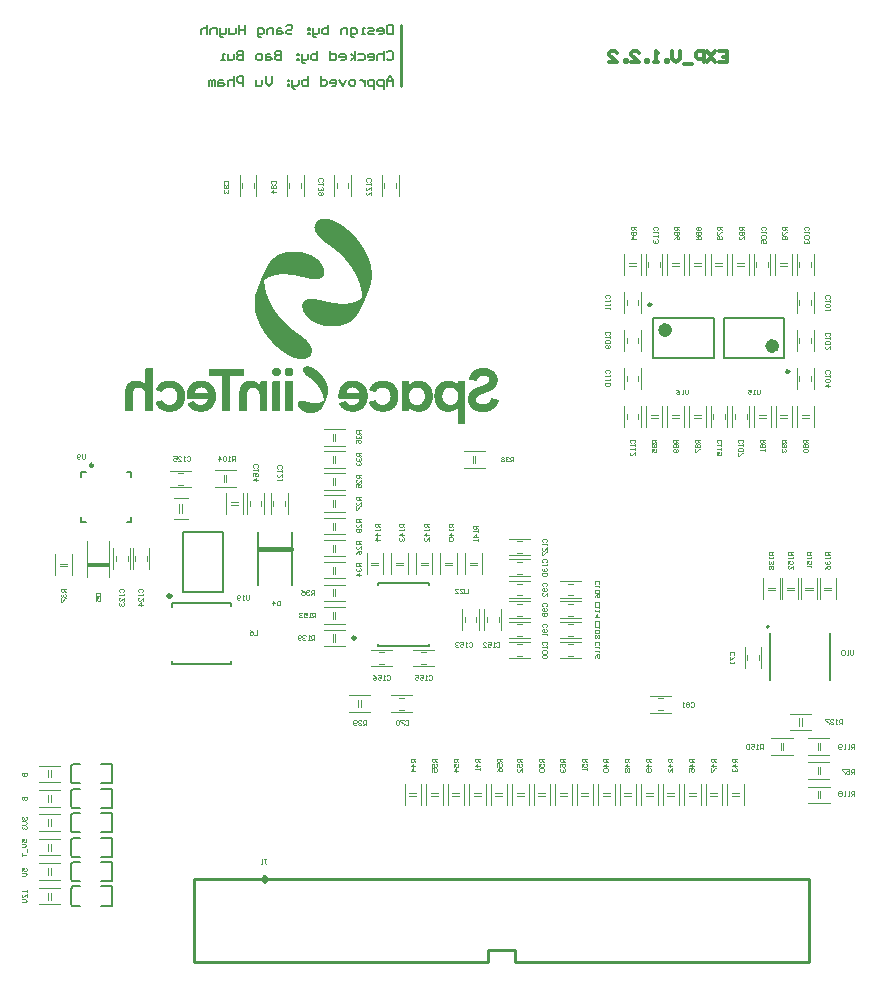
<source format=gbr>
G04*
G04 #@! TF.GenerationSoftware,Altium Limited,Altium Designer,24.1.2 (44)*
G04*
G04 Layer_Color=32896*
%FSLAX44Y44*%
%MOMM*%
G71*
G04*
G04 #@! TF.SameCoordinates,3C3544C8-D313-44E9-BDBC-33778D0CC135*
G04*
G04*
G04 #@! TF.FilePolarity,Positive*
G04*
G01*
G75*
%ADD10C,0.2000*%
%ADD11C,0.2540*%
%ADD12C,0.3810*%
%ADD15C,0.2500*%
%ADD16C,0.6000*%
%ADD17C,0.1250*%
%ADD18C,0.1270*%
%ADD19C,0.1000*%
%ADD20C,0.1524*%
%ADD21C,0.3000*%
%ADD22C,0.1200*%
%ADD178C,0.1500*%
%ADD179C,0.1200*%
%ADD180R,1.8660X0.4572*%
G36*
X251860Y628330D02*
X252002Y628295D01*
X252251Y628188D01*
X252819Y628224D01*
X252961Y628188D01*
X253156Y628135D01*
X254345Y628082D01*
X254700Y628046D01*
X254949Y627940D01*
X255126Y627869D01*
X255375Y627798D01*
X255481Y627762D01*
X255943Y627727D01*
X256298Y627691D01*
X256582Y627620D01*
X256973Y627443D01*
X257647Y627407D01*
X257896Y627372D01*
X258144Y627265D01*
X258268Y627177D01*
X258446Y627106D01*
X258961Y627052D01*
X259103Y627017D01*
X259280Y626946D01*
X259529Y626768D01*
X259955Y626733D01*
X260239Y626662D01*
X260292Y626609D01*
X260576Y626431D01*
X261197Y626342D01*
X261339Y626200D01*
X261410Y626165D01*
X261463Y626112D01*
X261978Y626023D01*
X262156Y625952D01*
X262351Y625757D01*
X262582Y625703D01*
X262830Y625668D01*
X263079Y625419D01*
X263327Y625384D01*
X263611Y625313D01*
X263753Y625171D01*
X263878Y625082D01*
X264108Y625029D01*
X264304Y624940D01*
X264392Y624816D01*
X264463Y624780D01*
X264517Y624727D01*
X264747Y624674D01*
X264889Y624638D01*
X265067Y624461D01*
X265244Y624354D01*
X265493Y624283D01*
X265635Y624141D01*
X265883Y623999D01*
X266061Y623928D01*
X266167Y623822D01*
X266558Y623609D01*
X266629Y623573D01*
X266647Y623520D01*
X266735Y623431D01*
X267126Y623218D01*
X267179Y623165D01*
X267374Y623005D01*
X267516Y622970D01*
X267676Y622810D01*
X267871Y622650D01*
X267943Y622615D01*
X268102Y622455D01*
X268138Y622384D01*
X268369Y622260D01*
X268582Y622047D01*
X268653Y622011D01*
X268901Y621763D01*
X269292Y621550D01*
X269345Y621496D01*
X269380Y621425D01*
X269735Y621070D01*
X269771Y620999D01*
X269824Y620982D01*
X270055Y620751D01*
X270144Y620626D01*
X270215Y620591D01*
X270410Y620396D01*
X270445Y620325D01*
X270499Y620271D01*
X270570Y620236D01*
X270729Y620076D01*
X270871Y619828D01*
X270907Y619757D01*
X270978Y619686D01*
X271155Y619437D01*
X271191Y619366D01*
X271244Y619313D01*
X271315Y619277D01*
X271475Y619082D01*
X271511Y619011D01*
X271723Y618798D01*
X271901Y618479D01*
X272061Y618319D01*
X272185Y617982D01*
X272309Y617857D01*
X272380Y617822D01*
X272469Y617698D01*
X272540Y617378D01*
X272664Y617254D01*
X272824Y617059D01*
X272860Y616846D01*
X272931Y616668D01*
X273108Y616491D01*
X273161Y616366D01*
X273215Y616135D01*
X273286Y615958D01*
X273339Y615905D01*
X273499Y615709D01*
X273534Y615354D01*
X273570Y615213D01*
X273658Y615124D01*
X273818Y614929D01*
X273889Y614431D01*
X273925Y614289D01*
X274173Y613757D01*
X274209Y613189D01*
X274244Y612940D01*
X274368Y612639D01*
X274404Y612497D01*
X274439Y612213D01*
X274475Y612071D01*
X274510Y611893D01*
X274493Y611023D01*
X274528Y610775D01*
X274493Y610668D01*
X274510Y610544D01*
X274493Y610278D01*
X274457Y610029D01*
X274351Y609781D01*
X274280Y609603D01*
X274244Y609497D01*
X274209Y609035D01*
X274173Y608893D01*
X274120Y608698D01*
X273960Y608503D01*
X273889Y608325D01*
X273854Y608183D01*
X273818Y608077D01*
X273783Y608006D01*
X273676Y607935D01*
X273552Y607739D01*
X273499Y607509D01*
X273215Y607225D01*
X273179Y607154D01*
X272984Y606958D01*
X272913Y606923D01*
X272771Y606710D01*
X272522Y606568D01*
X272451Y606532D01*
X272345Y606426D01*
X272096Y606284D01*
X271919Y606213D01*
X271777Y606071D01*
X271653Y605982D01*
X271422Y605929D01*
X271173Y605893D01*
X271084Y605804D01*
X270871Y605662D01*
X270605Y605609D01*
X270250Y605574D01*
X270108Y605538D01*
X269718Y605361D01*
X269469Y605325D01*
X269363Y605290D01*
X267907Y605254D01*
X267801Y605219D01*
X265883Y605254D01*
X264783Y605290D01*
X264428Y605325D01*
X264250Y605396D01*
X264108Y605432D01*
X263860Y605467D01*
X263611Y605538D01*
X263505Y605574D01*
X262156Y605645D01*
X261872Y605716D01*
X261552Y605858D01*
X261446Y605893D01*
X260682Y605947D01*
X260168Y606000D01*
X260026Y606035D01*
X259617Y606195D01*
X259475Y606231D01*
X259032Y606284D01*
X258570Y606319D01*
X258091Y606515D01*
X257807Y606586D01*
X256901Y606674D01*
X256724Y606745D01*
X256475Y606887D01*
X256191Y606958D01*
X255623Y606994D01*
X255339Y607065D01*
X254878Y607278D01*
X254345Y607313D01*
X253919Y607384D01*
X253689Y607509D01*
X253511Y607580D01*
X253333Y607615D01*
X252570Y607668D01*
X252339Y607757D01*
X252162Y607828D01*
X251931Y607917D01*
X251825Y607952D01*
X251115Y607988D01*
X250866Y608023D01*
X250724Y608059D01*
X250529Y608148D01*
X250245Y608254D01*
X250067Y608290D01*
X249606Y608325D01*
X249180Y608361D01*
X248736Y608414D01*
X248594Y608449D01*
X248221Y608609D01*
X248044Y608645D01*
X246748Y608698D01*
X246428Y608840D01*
X246180Y608804D01*
X245789Y608982D01*
X244369Y609017D01*
X244263Y609053D01*
X243855Y609035D01*
X243659Y609053D01*
X243500Y609106D01*
X243322Y609177D01*
X242594Y609159D01*
X242452Y609195D01*
X242150Y609284D01*
X241937Y609319D01*
X238228Y609301D01*
X238121Y609337D01*
X237801Y609301D01*
X237571Y609213D01*
X237429Y609177D01*
X236754Y609142D01*
X236559Y609088D01*
X236452Y609053D01*
X235352Y609017D01*
X234890Y608982D01*
X234748Y608946D01*
X234340Y608822D01*
X233914Y608716D01*
X233399Y608662D01*
X232938Y608627D01*
X232405Y608378D01*
X232086Y608343D01*
X231731Y608307D01*
X231589Y608272D01*
X231287Y608112D01*
X231109Y608041D01*
X230808Y607988D01*
X230559Y607952D01*
X230310Y607846D01*
X230222Y607757D01*
X230044Y607686D01*
X229671Y607633D01*
X229494Y607562D01*
X229423Y607491D01*
X229228Y607367D01*
X228855Y607278D01*
X228677Y607207D01*
X228606Y607136D01*
X228411Y607012D01*
X228109Y606958D01*
X227914Y606870D01*
X227879Y606799D01*
X227754Y606674D01*
X227435Y606603D01*
X227293Y606568D01*
X227080Y606355D01*
X226689Y606213D01*
X226547Y606071D01*
X226299Y605929D01*
X226157Y605893D01*
X226104Y605840D01*
X226015Y605716D01*
X225891Y605627D01*
X225624Y605574D01*
X225376Y605325D01*
X225198Y605219D01*
X225021Y605041D01*
X224843Y604935D01*
X224666Y604864D01*
X224559Y604757D01*
X224311Y604580D01*
X224240Y604544D01*
X224151Y604455D01*
X224116Y604384D01*
X223956Y604260D01*
X223885Y604225D01*
X223760Y604065D01*
X223796Y601686D01*
X223831Y601544D01*
X223902Y601367D01*
X223938Y601083D01*
X223973Y600728D01*
X224044Y600479D01*
X224080Y600373D01*
X224116Y599166D01*
X224151Y598917D01*
X224240Y598722D01*
X224311Y598544D01*
X224346Y598402D01*
X224400Y597959D01*
X224435Y597817D01*
X224471Y597248D01*
X224506Y597000D01*
X224755Y596468D01*
X224790Y595864D01*
X224825Y595615D01*
X224967Y595296D01*
X225092Y595030D01*
X225145Y594444D01*
X225180Y594302D01*
X225252Y594124D01*
X225287Y594053D01*
X225358Y593982D01*
X225411Y593858D01*
X225464Y593521D01*
X225500Y593272D01*
X225606Y593024D01*
X225642Y592953D01*
X225695Y592900D01*
X225766Y592722D01*
X225819Y592349D01*
X225855Y592207D01*
X225926Y592030D01*
X226104Y591710D01*
X226139Y591568D01*
X226175Y591213D01*
X226246Y591036D01*
X226388Y590823D01*
X226441Y590698D01*
X226494Y590432D01*
X226530Y590290D01*
X226618Y590095D01*
X226778Y589900D01*
X226814Y589687D01*
X226849Y589438D01*
X226885Y589296D01*
X227027Y589154D01*
X227133Y588977D01*
X227169Y588835D01*
X227204Y588586D01*
X227275Y588409D01*
X227382Y588302D01*
X227488Y588125D01*
X227595Y587699D01*
X227701Y587592D01*
X227737Y587521D01*
X227808Y587450D01*
X227843Y587237D01*
X227914Y586953D01*
X227967Y586900D01*
X228145Y586687D01*
X228198Y586385D01*
X228234Y586243D01*
X228482Y585994D01*
X228518Y585781D01*
X228589Y585533D01*
X228820Y585302D01*
X228873Y585036D01*
X228908Y584894D01*
X229139Y584663D01*
X229192Y584468D01*
X229263Y584219D01*
X229352Y584131D01*
X229423Y584095D01*
X229512Y584006D01*
X229583Y583687D01*
X229618Y583580D01*
X229654Y583509D01*
X229760Y583438D01*
X229902Y583190D01*
X229973Y582941D01*
X230168Y582746D01*
X230293Y582409D01*
X230364Y582338D01*
X230399Y582267D01*
X230488Y582178D01*
X230577Y581947D01*
X230648Y581770D01*
X230790Y581628D01*
X230896Y581450D01*
X230967Y581202D01*
X231145Y581024D01*
X231358Y580634D01*
X231500Y580492D01*
X231642Y580137D01*
X231695Y580083D01*
X231819Y579995D01*
X231908Y579870D01*
X231961Y579675D01*
X231997Y579533D01*
X232174Y579356D01*
X232316Y579107D01*
X232583Y578841D01*
X232636Y578646D01*
X232707Y578468D01*
X232760Y578415D01*
X232831Y578379D01*
X233044Y578024D01*
X233168Y577935D01*
X233381Y577545D01*
X233488Y577439D01*
X233666Y577119D01*
X233914Y576870D01*
X234056Y576622D01*
X234251Y576427D01*
X234375Y576089D01*
X234517Y575983D01*
X234695Y575734D01*
X234730Y575663D01*
X234784Y575646D01*
X234837Y575592D01*
X235086Y575273D01*
X235121Y575202D01*
X235192Y575166D01*
X235405Y574776D01*
X235441Y574705D01*
X235529Y574652D01*
X235689Y574456D01*
X235725Y574385D01*
X235955Y574155D01*
X236097Y573941D01*
X236222Y573853D01*
X236399Y573604D01*
X236435Y573533D01*
X236612Y573356D01*
X236754Y573107D01*
X236932Y572930D01*
X237038Y572752D01*
X237358Y572433D01*
X237393Y572362D01*
X237588Y572166D01*
X237659Y572131D01*
X237713Y572042D01*
X237748Y571971D01*
X238032Y571687D01*
X238068Y571616D01*
X238228Y571456D01*
X238298Y571421D01*
X238458Y571119D01*
X238618Y570959D01*
X238778Y570764D01*
X238867Y570640D01*
X238937Y570604D01*
X239133Y570409D01*
X239221Y570285D01*
X239293Y570249D01*
X239452Y569983D01*
X239576Y569859D01*
X239648Y569823D01*
X239736Y569735D01*
X239772Y569664D01*
X239896Y569539D01*
X239967Y569504D01*
X240091Y569380D01*
X240127Y569309D01*
X240251Y569184D01*
X240322Y569149D01*
X240446Y569025D01*
X240482Y568954D01*
X240606Y568829D01*
X240677Y568794D01*
X240766Y568705D01*
X240801Y568634D01*
X240926Y568510D01*
X240997Y568474D01*
X241121Y568350D01*
X241156Y568279D01*
X241281Y568155D01*
X241352Y568119D01*
X241476Y567995D01*
X241511Y567924D01*
X241600Y567835D01*
X241671Y567800D01*
X241795Y567676D01*
X241831Y567604D01*
X241955Y567480D01*
X242026Y567445D01*
X242150Y567321D01*
X242186Y567249D01*
X242310Y567125D01*
X242381Y567090D01*
X242470Y567001D01*
X242505Y566930D01*
X242630Y566806D01*
X242701Y566770D01*
X242825Y566646D01*
X242860Y566575D01*
X242949Y566486D01*
X243251Y566291D01*
X243286Y566220D01*
X243340Y566202D01*
X243606Y565936D01*
X243641Y565865D01*
X243695Y565847D01*
X243925Y565616D01*
X243961Y565545D01*
X244067Y565474D01*
X244422Y565297D01*
X244458Y565226D01*
X244689Y564995D01*
X244760Y564960D01*
X244849Y564835D01*
X245133Y564658D01*
X245168Y564587D01*
X245363Y564392D01*
X245434Y564356D01*
X245594Y564196D01*
X245630Y564125D01*
X245683Y564108D01*
X245754Y564036D01*
X245825Y564001D01*
X246038Y563788D01*
X246215Y563681D01*
X246304Y563593D01*
X246499Y563433D01*
X246748Y563291D01*
X246925Y563114D01*
X247103Y563007D01*
X247263Y562847D01*
X247298Y562776D01*
X247422Y562687D01*
X247493Y562652D01*
X247778Y562368D01*
X247848Y562332D01*
X248026Y562261D01*
X248168Y562119D01*
X248239Y562084D01*
X248310Y562013D01*
X248452Y561977D01*
X248701Y561729D01*
X248878Y561622D01*
X249056Y561409D01*
X249233Y561303D01*
X249411Y561232D01*
X249553Y561090D01*
X249872Y560912D01*
X249925Y560859D01*
X250014Y560735D01*
X250263Y560593D01*
X250511Y560344D01*
X250635Y560291D01*
X250866Y560238D01*
X251008Y560060D01*
X251328Y559883D01*
X251416Y559794D01*
X251452Y559723D01*
X251825Y559528D01*
X251896Y559492D01*
X252002Y559386D01*
X252251Y559244D01*
X252411Y559084D01*
X252446Y559013D01*
X252677Y558889D01*
X252854Y558818D01*
X252961Y558711D01*
X253280Y558534D01*
X253333Y558480D01*
X253369Y558410D01*
X253458Y558321D01*
X253706Y558179D01*
X253884Y558001D01*
X254203Y557824D01*
X254274Y557788D01*
X254416Y557646D01*
X254594Y557540D01*
X254842Y557291D01*
X255020Y557185D01*
X255109Y557096D01*
X255197Y556972D01*
X255517Y556794D01*
X255694Y556617D01*
X255943Y556475D01*
X256014Y556439D01*
X256032Y556386D01*
X256227Y556226D01*
X256298Y556191D01*
X256493Y555995D01*
X256529Y555924D01*
X256617Y555871D01*
X256688Y555836D01*
X256848Y555676D01*
X256884Y555605D01*
X257008Y555516D01*
X257079Y555481D01*
X257327Y555232D01*
X257398Y555197D01*
X257647Y554948D01*
X257966Y554771D01*
X258215Y554522D01*
X258393Y554416D01*
X258463Y554344D01*
X258535Y554309D01*
X258659Y554185D01*
X258801Y553936D01*
X258961Y553777D01*
X259032Y553741D01*
X259156Y553617D01*
X259191Y553546D01*
X259245Y553493D01*
X259316Y553457D01*
X259511Y553262D01*
X259546Y553191D01*
X259600Y553138D01*
X259671Y553102D01*
X259866Y552907D01*
X259901Y552836D01*
X259955Y552782D01*
X260026Y552747D01*
X260150Y552623D01*
X260185Y552552D01*
X260434Y552303D01*
X260700Y551859D01*
X260771Y551824D01*
X260931Y551593D01*
X260966Y551522D01*
X261091Y551433D01*
X261250Y551238D01*
X261286Y551167D01*
X261375Y551078D01*
X261446Y551043D01*
X261499Y550990D01*
X261641Y550741D01*
X261783Y550599D01*
X261996Y550209D01*
X262049Y550155D01*
X262209Y549960D01*
X262244Y549889D01*
X262351Y549641D01*
X262458Y549534D01*
X262600Y549286D01*
X262670Y549108D01*
X262759Y549019D01*
X262830Y548984D01*
X262901Y548842D01*
X262955Y548540D01*
X262990Y548398D01*
X263185Y548203D01*
X263309Y547865D01*
X263381Y547688D01*
X263505Y547564D01*
X263576Y547386D01*
X263629Y546978D01*
X263664Y546836D01*
X263718Y546676D01*
X263860Y546463D01*
X263931Y546286D01*
X263966Y546108D01*
X264020Y544670D01*
X263984Y543144D01*
X263949Y542895D01*
X263860Y542664D01*
X263682Y542380D01*
X263594Y541866D01*
X263558Y541724D01*
X263363Y541528D01*
X263203Y541085D01*
X263061Y540943D01*
X262883Y540623D01*
X262600Y540339D01*
X262564Y540268D01*
X261872Y539576D01*
X261801Y539540D01*
X261517Y539256D01*
X261268Y539114D01*
X261108Y538919D01*
X260931Y538848D01*
X260736Y538795D01*
X260452Y538511D01*
X260239Y538475D01*
X259990Y538440D01*
X259830Y538351D01*
X259546Y538173D01*
X259333Y538138D01*
X259103Y538085D01*
X258712Y537907D01*
X258535Y537872D01*
X258428Y537836D01*
X255943Y537801D01*
X252073Y537836D01*
X251612Y537872D01*
X251470Y537907D01*
X251239Y537996D01*
X251044Y538049D01*
X250937Y538085D01*
X250440Y538120D01*
X250298Y538156D01*
X250050Y538191D01*
X249659Y538440D01*
X249375Y538475D01*
X248878Y538546D01*
X248612Y538706D01*
X248434Y538777D01*
X248097Y538830D01*
X247920Y538901D01*
X247600Y539150D01*
X247245Y539185D01*
X246996Y539256D01*
X246925Y539327D01*
X246730Y539451D01*
X246499Y539540D01*
X246322Y539611D01*
X246215Y539718D01*
X246020Y539842D01*
X245825Y539895D01*
X245647Y539966D01*
X245594Y540019D01*
X245399Y540179D01*
X245257Y540215D01*
X245008Y540286D01*
X244849Y540446D01*
X244618Y540534D01*
X244369Y540570D01*
X244139Y540801D01*
X243961Y540872D01*
X243766Y540925D01*
X243624Y541067D01*
X243500Y541156D01*
X243269Y541244D01*
X243091Y541315D01*
X243020Y541386D01*
X242949Y541422D01*
X242896Y541475D01*
X242665Y541564D01*
X242576Y541653D01*
X242488Y541777D01*
X242168Y541954D01*
X242097Y541990D01*
X241991Y542096D01*
X241813Y542203D01*
X241636Y542274D01*
X241458Y542451D01*
X241334Y542540D01*
X241103Y542629D01*
X240997Y542735D01*
X240606Y542948D01*
X240446Y543108D01*
X240411Y543179D01*
X240145Y543303D01*
X240002Y543445D01*
X239612Y543658D01*
X239488Y543783D01*
X239452Y543854D01*
X239221Y543978D01*
X239133Y544067D01*
X239097Y544138D01*
X239044Y544191D01*
X238742Y544386D01*
X238547Y544546D01*
X238405Y544581D01*
X238387Y544599D01*
X238192Y544688D01*
X238139Y544777D01*
X237943Y544936D01*
X237872Y544972D01*
X237784Y545061D01*
X237748Y545132D01*
X237659Y545220D01*
X237411Y545363D01*
X237304Y545469D01*
X237056Y545647D01*
X236985Y545682D01*
X236807Y545860D01*
X236559Y546002D01*
X236435Y546126D01*
X236399Y546197D01*
X236328Y546268D01*
X236115Y546410D01*
X236080Y546481D01*
X235920Y546641D01*
X235849Y546676D01*
X235529Y546996D01*
X235458Y547031D01*
X235370Y547120D01*
X235334Y547191D01*
X235281Y547244D01*
X235032Y547386D01*
X234961Y547422D01*
X234642Y547741D01*
X234571Y547777D01*
X234464Y547883D01*
X234145Y548061D01*
X234021Y548185D01*
X233985Y548256D01*
X233932Y548309D01*
X233861Y548345D01*
X233666Y548540D01*
X233630Y548611D01*
X233577Y548664D01*
X233506Y548700D01*
X233186Y549019D01*
X233115Y549055D01*
X233026Y549143D01*
X232938Y549268D01*
X232867Y549303D01*
X232796Y549374D01*
X232725Y549410D01*
X232707Y549463D01*
X232441Y549729D01*
X232370Y549765D01*
X232352Y549818D01*
X232245Y549925D01*
X232210Y549995D01*
X232157Y550013D01*
X231411Y550759D01*
X231340Y550794D01*
X231322Y550848D01*
X231251Y550919D01*
X231216Y550990D01*
X231163Y551007D01*
X231092Y551078D01*
X231021Y551114D01*
X230932Y551238D01*
X230896Y551309D01*
X230808Y551398D01*
X230737Y551433D01*
X230683Y551487D01*
X230648Y551558D01*
X230577Y551629D01*
X230541Y551700D01*
X230488Y551717D01*
X230257Y551948D01*
X230222Y552019D01*
X230168Y552072D01*
X230098Y552108D01*
X229938Y552268D01*
X229902Y552339D01*
X229778Y552463D01*
X229707Y552498D01*
X229654Y552552D01*
X229512Y552800D01*
X229476Y552871D01*
X229370Y552978D01*
X229334Y553049D01*
X229263Y553120D01*
X229228Y553191D01*
X229104Y553315D01*
X228926Y553528D01*
X228784Y553741D01*
X228713Y553777D01*
X228660Y553830D01*
X228624Y553901D01*
X228553Y553972D01*
X228518Y554043D01*
X228464Y554096D01*
X228393Y554132D01*
X228269Y554256D01*
X228234Y554327D01*
X227950Y554611D01*
X227914Y554682D01*
X227719Y554877D01*
X227648Y554913D01*
X227630Y554966D01*
X227453Y555214D01*
X227417Y555285D01*
X227275Y555427D01*
X227133Y555676D01*
X226956Y555853D01*
X226849Y556031D01*
X226725Y556155D01*
X226601Y556244D01*
X226494Y556421D01*
X226370Y556546D01*
X226210Y556741D01*
X226068Y557096D01*
X225961Y557202D01*
X225855Y557380D01*
X225624Y557611D01*
X225464Y557806D01*
X225429Y557877D01*
X225252Y558055D01*
X225145Y558232D01*
X225074Y558410D01*
X224932Y558551D01*
X224790Y558800D01*
X224541Y559049D01*
X224435Y559226D01*
X224364Y559403D01*
X224293Y559474D01*
X224080Y559865D01*
X223902Y560043D01*
X223867Y560114D01*
X223814Y560167D01*
X223725Y560398D01*
X223583Y560540D01*
X223405Y560859D01*
X223121Y561143D01*
X223086Y561321D01*
X223015Y561498D01*
X222979Y561569D01*
X222926Y561587D01*
X222802Y561747D01*
X222660Y562102D01*
X222553Y562208D01*
X222447Y562386D01*
X222376Y562563D01*
X222198Y562741D01*
X222110Y562865D01*
X222056Y563096D01*
X222021Y563238D01*
X221843Y563415D01*
X221630Y563806D01*
X221595Y563877D01*
X221453Y564019D01*
X221417Y564161D01*
X221311Y564409D01*
X221133Y564587D01*
X221027Y564871D01*
X220956Y565048D01*
X220920Y565119D01*
X220778Y565261D01*
X220672Y565687D01*
X220583Y565776D01*
X220406Y565989D01*
X220352Y566255D01*
X220281Y566433D01*
X220175Y566539D01*
X220086Y566664D01*
X220033Y566894D01*
X219997Y567036D01*
X219873Y567161D01*
X219713Y567356D01*
X219678Y567569D01*
X219607Y567817D01*
X219394Y568137D01*
X219323Y568456D01*
X219287Y568599D01*
X219110Y568776D01*
X219021Y568900D01*
X218968Y569202D01*
X218932Y569344D01*
X218719Y569664D01*
X218684Y569948D01*
X218613Y570232D01*
X218364Y570587D01*
X218258Y571013D01*
X218187Y571190D01*
X218027Y571492D01*
X217974Y571794D01*
X217938Y571936D01*
X217867Y572113D01*
X217743Y572238D01*
X217672Y572415D01*
X217619Y572823D01*
X217548Y573072D01*
X217423Y573302D01*
X217352Y573480D01*
X217299Y573782D01*
X217264Y573924D01*
X216980Y574527D01*
X216944Y575060D01*
X216909Y575202D01*
X216767Y575521D01*
X216731Y575592D01*
X216660Y575770D01*
X216625Y576267D01*
X216589Y576515D01*
X216483Y576764D01*
X216305Y577084D01*
X216269Y577616D01*
X216216Y578095D01*
X216181Y578273D01*
X216145Y578415D01*
X216021Y578752D01*
X215986Y578859D01*
X215950Y579533D01*
X215914Y579888D01*
X215826Y580190D01*
X215772Y580421D01*
X215737Y580563D01*
X215666Y580740D01*
X215630Y581237D01*
X215595Y581344D01*
X215560Y583616D01*
X215524Y583758D01*
X215488Y583864D01*
X215453Y584184D01*
X215488Y584290D01*
X215471Y585764D01*
X215506Y586367D01*
X215542Y586545D01*
X215577Y587716D01*
X215630Y589154D01*
X215719Y589349D01*
X215790Y589527D01*
X215826Y589704D01*
X215861Y589917D01*
X215932Y590379D01*
X215986Y590929D01*
X216234Y591462D01*
X216269Y591888D01*
X216305Y592136D01*
X216412Y592385D01*
X216447Y592456D01*
X216500Y592509D01*
X216571Y592687D01*
X216607Y592900D01*
X216642Y593219D01*
X216696Y593450D01*
X216873Y593734D01*
X216980Y594231D01*
X217015Y594373D01*
X217264Y594763D01*
X217335Y595367D01*
X217565Y595811D01*
X217601Y595953D01*
X217636Y596130D01*
X217690Y596361D01*
X217938Y596716D01*
X218009Y597248D01*
X218045Y597391D01*
X218116Y597462D01*
X218151Y597533D01*
X218204Y597586D01*
X218293Y597817D01*
X218329Y598065D01*
X218364Y598207D01*
X218435Y598385D01*
X218559Y598509D01*
X218630Y598686D01*
X218684Y598953D01*
X218719Y599201D01*
X218808Y599361D01*
X218968Y599556D01*
X219003Y599982D01*
X219039Y600124D01*
X219181Y600266D01*
X219323Y600515D01*
X219358Y600657D01*
X219394Y600905D01*
X219554Y601171D01*
X219642Y601402D01*
X219749Y601828D01*
X219820Y601899D01*
X219855Y601970D01*
X219909Y602024D01*
X219997Y602254D01*
X220033Y602503D01*
X220175Y602822D01*
X220299Y603018D01*
X220352Y603319D01*
X220423Y603568D01*
X220618Y603763D01*
X220707Y604136D01*
X220743Y604278D01*
X220849Y604455D01*
X220973Y604651D01*
X221027Y604846D01*
X221062Y605094D01*
X221133Y605272D01*
X221275Y605414D01*
X221329Y605538D01*
X221382Y605804D01*
X221417Y605947D01*
X221488Y606124D01*
X221595Y606231D01*
X221684Y606355D01*
X221737Y606586D01*
X221772Y606834D01*
X221985Y607047D01*
X222021Y607118D01*
X222056Y607260D01*
X222092Y607509D01*
X222181Y607668D01*
X222252Y607704D01*
X222305Y607793D01*
X222358Y607917D01*
X222411Y608219D01*
X222482Y608396D01*
X222589Y608503D01*
X222678Y608627D01*
X222766Y609000D01*
X222837Y609177D01*
X222891Y609230D01*
X223050Y609426D01*
X223086Y609603D01*
X223157Y609887D01*
X223299Y610029D01*
X223388Y610154D01*
X223441Y610420D01*
X223512Y610597D01*
X223565Y610650D01*
X223707Y610863D01*
X223760Y611094D01*
X223831Y611378D01*
X223885Y611432D01*
X224027Y611645D01*
X224116Y611875D01*
X224240Y612106D01*
X224400Y612301D01*
X224435Y612443D01*
X224506Y612692D01*
X224559Y612745D01*
X224630Y612781D01*
X224755Y612940D01*
X224790Y613118D01*
X224825Y613260D01*
X224861Y613366D01*
X224897Y613437D01*
X225039Y613579D01*
X225110Y613757D01*
X225180Y614041D01*
X225269Y614130D01*
X225447Y614343D01*
X225500Y614609D01*
X225536Y614751D01*
X225713Y614929D01*
X225784Y615106D01*
X225819Y615248D01*
X225908Y615443D01*
X225979Y615479D01*
X226139Y615639D01*
X226175Y615923D01*
X226246Y616100D01*
X226299Y616118D01*
X226352Y616171D01*
X226441Y616295D01*
X226530Y616668D01*
X226689Y616828D01*
X226760Y616863D01*
X226796Y616934D01*
X226867Y617112D01*
X226920Y617307D01*
X227098Y617485D01*
X227275Y617804D01*
X227311Y617875D01*
X227382Y617946D01*
X227595Y618337D01*
X227737Y618479D01*
X227914Y618798D01*
X227967Y618851D01*
X228038Y618887D01*
X228092Y618940D01*
X228269Y619260D01*
X228411Y619402D01*
X228589Y619721D01*
X228713Y619846D01*
X228784Y619881D01*
X228873Y620005D01*
X228908Y620076D01*
X229104Y620271D01*
X229174Y620307D01*
X229228Y620396D01*
X229263Y620467D01*
X229476Y620680D01*
X229512Y620751D01*
X229707Y620946D01*
X229778Y620982D01*
X229831Y621035D01*
X229867Y621106D01*
X230115Y621354D01*
X230293Y621603D01*
X230328Y621674D01*
X230452Y621798D01*
X230701Y621940D01*
X230825Y622064D01*
X230914Y622189D01*
X230985Y622224D01*
X231056Y622295D01*
X231127Y622331D01*
X231216Y622419D01*
X231251Y622490D01*
X231376Y622615D01*
X231447Y622650D01*
X231500Y622703D01*
X231589Y622828D01*
X231766Y622934D01*
X232086Y623254D01*
X232157Y623289D01*
X232405Y623538D01*
X232725Y623715D01*
X232902Y623893D01*
X232973Y623928D01*
X233239Y624088D01*
X233275Y624159D01*
X233328Y624212D01*
X233577Y624354D01*
X233736Y624443D01*
X233772Y624514D01*
X233914Y624656D01*
X234109Y624709D01*
X234287Y624780D01*
X234393Y624887D01*
X234517Y624976D01*
X234713Y625029D01*
X234890Y625100D01*
X234908Y625153D01*
X234961Y625206D01*
X235086Y625295D01*
X235423Y625419D01*
X235636Y625561D01*
X235813Y625668D01*
X235955Y625703D01*
X236204Y625739D01*
X236381Y625916D01*
X236506Y626005D01*
X236701Y626058D01*
X236932Y626147D01*
X237216Y626325D01*
X237588Y626378D01*
X237766Y626449D01*
X237943Y626626D01*
X238068Y626680D01*
X238298Y626733D01*
X238547Y626768D01*
X238724Y626839D01*
X239044Y627017D01*
X239541Y627052D01*
X239683Y627088D01*
X239860Y627194D01*
X240109Y627372D01*
X240677Y627407D01*
X240819Y627443D01*
X241068Y627478D01*
X241387Y627620D01*
X241565Y627691D01*
X242062Y627727D01*
X242417Y627762D01*
X242612Y627816D01*
X242843Y627869D01*
X243020Y627940D01*
X243216Y628029D01*
X243393Y628064D01*
X245079Y628117D01*
X245221Y628153D01*
X245399Y628224D01*
X246038Y628188D01*
X246286Y628295D01*
X247848Y628330D01*
X247955Y628366D01*
X251860Y628330D01*
D02*
G37*
G36*
X276073Y656022D02*
X276516Y656040D01*
X277066Y656022D01*
X277528Y655986D01*
X277883Y655880D01*
X278025Y655844D01*
X278380Y655738D01*
X278487Y655702D01*
X279126Y655667D01*
X279410Y655596D01*
X279658Y655489D01*
X279836Y655418D01*
X279942Y655383D01*
X280404Y655347D01*
X280546Y655312D01*
X280723Y655241D01*
X280794Y655170D01*
X281043Y655028D01*
X281753Y654957D01*
X282108Y654708D01*
X282392Y654673D01*
X282676Y654602D01*
X282871Y654407D01*
X283102Y654318D01*
X283457Y654282D01*
X283705Y654105D01*
X283883Y653998D01*
X284238Y653892D01*
X284344Y653785D01*
X284593Y653643D01*
X284841Y653608D01*
X285019Y653537D01*
X285196Y653359D01*
X285551Y653217D01*
X285658Y653111D01*
X285729Y653075D01*
X285782Y653022D01*
X286013Y652933D01*
X286155Y652898D01*
X286368Y652756D01*
X286546Y652649D01*
X286723Y652578D01*
X286776Y652525D01*
X286812Y652454D01*
X286918Y652347D01*
X287096Y652277D01*
X287291Y652223D01*
X287504Y652010D01*
X287753Y651868D01*
X287859Y651762D01*
X288108Y651620D01*
X288250Y651584D01*
X288445Y651495D01*
X288480Y651424D01*
X288534Y651371D01*
X288853Y651194D01*
X288995Y651052D01*
X289119Y650963D01*
X289350Y650874D01*
X289510Y650714D01*
X289545Y650643D01*
X289812Y650484D01*
X289883Y650448D01*
X289954Y650377D01*
X290202Y650235D01*
X290380Y650164D01*
X290486Y650058D01*
X290735Y649880D01*
X290806Y649845D01*
X290895Y649756D01*
X290930Y649685D01*
X291267Y649454D01*
X291338Y649419D01*
X291356Y649365D01*
X291409Y649348D01*
X291480Y649277D01*
X291729Y649135D01*
X291800Y649099D01*
X291818Y649046D01*
X291906Y648957D01*
X292155Y648815D01*
X292279Y648655D01*
X292474Y648495D01*
X292545Y648460D01*
X292687Y648318D01*
X293078Y648105D01*
X293220Y647963D01*
X293468Y647821D01*
X293557Y647732D01*
X293593Y647661D01*
X293646Y647608D01*
X293823Y647502D01*
X293948Y647377D01*
X293983Y647306D01*
X294143Y647182D01*
X294214Y647146D01*
X294391Y646969D01*
X294640Y646791D01*
X294711Y646756D01*
X294995Y646472D01*
X295066Y646436D01*
X295208Y646294D01*
X295457Y646117D01*
X295527Y646081D01*
X295581Y646028D01*
X295616Y645957D01*
X295971Y645602D01*
X296166Y645442D01*
X296238Y645407D01*
X296291Y645354D01*
X296326Y645283D01*
X296486Y645123D01*
X296557Y645087D01*
X296610Y645034D01*
X296646Y644963D01*
X296806Y644803D01*
X296877Y644768D01*
X296965Y644679D01*
X297001Y644608D01*
X297161Y644448D01*
X297232Y644413D01*
X297516Y644129D01*
X297587Y644093D01*
X297711Y643969D01*
X297746Y643898D01*
X297835Y643809D01*
X297906Y643774D01*
X298030Y643650D01*
X298066Y643578D01*
X298155Y643490D01*
X298226Y643454D01*
X298385Y643295D01*
X298421Y643223D01*
X298510Y643135D01*
X298581Y643099D01*
X298705Y642975D01*
X298740Y642904D01*
X298829Y642815D01*
X298900Y642780D01*
X299095Y642584D01*
X299131Y642513D01*
X299344Y642300D01*
X299380Y642229D01*
X299539Y642070D01*
X299610Y642034D01*
X299699Y641945D01*
X299734Y641874D01*
X299894Y641715D01*
X299965Y641679D01*
X300019Y641626D01*
X300054Y641555D01*
X300214Y641395D01*
X300285Y641360D01*
X300338Y641306D01*
X300445Y641129D01*
X300888Y640685D01*
X300959Y640650D01*
X301012Y640596D01*
X301154Y640348D01*
X301652Y639851D01*
X301829Y639531D01*
X302113Y639247D01*
X302149Y639176D01*
X302433Y638892D01*
X302468Y638821D01*
X302539Y638750D01*
X302575Y638679D01*
X302663Y638626D01*
X302823Y638431D01*
X302859Y638360D01*
X303036Y638182D01*
X303178Y637934D01*
X303498Y637472D01*
X303533Y637401D01*
X303586Y637348D01*
X303657Y637312D01*
X303746Y637224D01*
X303853Y637046D01*
X304066Y636833D01*
X304208Y636585D01*
X304314Y636478D01*
X304350Y636407D01*
X304421Y636336D01*
X304563Y636088D01*
X304598Y636017D01*
X304652Y635999D01*
X304776Y635875D01*
X304882Y635697D01*
X305060Y635520D01*
X305184Y635324D01*
X305273Y635093D01*
X305379Y634987D01*
X305557Y634668D01*
X305646Y634579D01*
X305770Y634490D01*
X305947Y634170D01*
X305983Y634100D01*
X306089Y633993D01*
X306267Y633674D01*
X306480Y633461D01*
X306569Y633336D01*
X306622Y633141D01*
X306764Y632999D01*
X306977Y632608D01*
X307172Y632413D01*
X307261Y632182D01*
X307332Y632005D01*
X307367Y631934D01*
X307438Y631898D01*
X307651Y631508D01*
X307758Y631401D01*
X307847Y631277D01*
X307935Y631046D01*
X307971Y630904D01*
X308184Y630691D01*
X308326Y630301D01*
X308557Y630070D01*
X308645Y629839D01*
X308717Y629662D01*
X308894Y629484D01*
X309036Y629094D01*
X309142Y628987D01*
X309178Y628916D01*
X309231Y628863D01*
X309284Y628632D01*
X309356Y628455D01*
X309569Y628242D01*
X309675Y627958D01*
X309711Y627816D01*
X309870Y627656D01*
X309941Y627478D01*
X309995Y627248D01*
X310065Y627070D01*
X310243Y626893D01*
X310296Y626768D01*
X310350Y626467D01*
X310492Y626254D01*
X310616Y626058D01*
X310669Y625828D01*
X310740Y625650D01*
X310847Y625544D01*
X310971Y625348D01*
X311024Y625117D01*
X311060Y624976D01*
X311131Y624798D01*
X311308Y624549D01*
X311344Y624230D01*
X311415Y623982D01*
X311468Y623928D01*
X311645Y623644D01*
X311681Y623502D01*
X311734Y623271D01*
X311912Y623023D01*
X311983Y622845D01*
X312018Y622703D01*
X312054Y622455D01*
X312125Y622277D01*
X312196Y622206D01*
X312231Y622135D01*
X312284Y622082D01*
X312355Y621905D01*
X312409Y621567D01*
X312444Y621425D01*
X312639Y621053D01*
X312693Y620786D01*
X312764Y620360D01*
X312941Y620112D01*
X313048Y619828D01*
X313083Y619473D01*
X313119Y619331D01*
X313278Y619029D01*
X313349Y618851D01*
X313403Y618266D01*
X313545Y617946D01*
X313633Y617822D01*
X313704Y617644D01*
X313758Y617059D01*
X313793Y616810D01*
X313829Y616668D01*
X314006Y616278D01*
X314042Y616065D01*
X314077Y615603D01*
X314113Y615354D01*
X314184Y615106D01*
X314308Y614804D01*
X314361Y614574D01*
X314397Y614467D01*
X314432Y613544D01*
X314468Y613189D01*
X314503Y613082D01*
X314539Y612585D01*
X314610Y612408D01*
X314645Y611840D01*
X314681Y611733D01*
X314716Y606053D01*
X314645Y605094D01*
X314610Y604739D01*
X314521Y604438D01*
X314485Y604225D01*
X314432Y603497D01*
X314397Y603142D01*
X314361Y602893D01*
X314255Y602645D01*
X314113Y602396D01*
X314042Y601615D01*
X313882Y601242D01*
X313811Y601065D01*
X313776Y600923D01*
X313722Y600479D01*
X313580Y600160D01*
X313491Y600036D01*
X313421Y599858D01*
X313385Y599680D01*
X313332Y599237D01*
X313261Y598988D01*
X313083Y598740D01*
X313048Y598385D01*
X312977Y598136D01*
X312906Y598065D01*
X312870Y597994D01*
X312799Y597923D01*
X312710Y597692D01*
X312657Y597320D01*
X312409Y596929D01*
X312373Y596645D01*
X312338Y596503D01*
X312267Y596325D01*
X312107Y596166D01*
X312054Y595970D01*
X311983Y595474D01*
X311805Y595225D01*
X311752Y595101D01*
X311699Y594834D01*
X311628Y594550D01*
X311486Y594337D01*
X311379Y594160D01*
X311344Y594053D01*
X311308Y593698D01*
X311219Y593468D01*
X311060Y593272D01*
X311024Y593095D01*
X310989Y592846D01*
X310953Y592704D01*
X310811Y592562D01*
X310722Y592438D01*
X310634Y592065D01*
X310598Y591923D01*
X310527Y591746D01*
X310438Y591657D01*
X310367Y591479D01*
X310332Y591267D01*
X310278Y591036D01*
X310154Y590911D01*
X309995Y590716D01*
X309959Y590361D01*
X309888Y590113D01*
X309781Y590006D01*
X309639Y589758D01*
X309604Y589545D01*
X309533Y589367D01*
X309480Y589314D01*
X309338Y589101D01*
X309249Y588551D01*
X309000Y588196D01*
X308965Y587947D01*
X308894Y587663D01*
X308699Y587468D01*
X308645Y587272D01*
X308610Y587024D01*
X308539Y586847D01*
X308432Y586776D01*
X308397Y586704D01*
X308344Y586651D01*
X308273Y586261D01*
X308219Y586065D01*
X308077Y585923D01*
X308042Y585852D01*
X307989Y585799D01*
X307935Y585568D01*
X307864Y585320D01*
X307811Y585267D01*
X307669Y585054D01*
X307580Y584681D01*
X307509Y584503D01*
X307438Y584432D01*
X307314Y584237D01*
X307261Y584042D01*
X307190Y583864D01*
X307154Y583793D01*
X307012Y583651D01*
X306941Y583474D01*
X306906Y583225D01*
X306835Y583048D01*
X306728Y582941D01*
X306604Y582746D01*
X306551Y582551D01*
X306462Y582320D01*
X306285Y582036D01*
X306231Y581841D01*
X306196Y581699D01*
X306107Y581539D01*
X306036Y581503D01*
X305947Y581379D01*
X305876Y581202D01*
X305805Y580918D01*
X305646Y580758D01*
X305557Y580527D01*
X305521Y580385D01*
X305486Y580279D01*
X305450Y580208D01*
X305273Y580030D01*
X305202Y579853D01*
X305166Y579711D01*
X305113Y579551D01*
X304953Y579356D01*
X304900Y579231D01*
X304865Y579089D01*
X304811Y578894D01*
X304580Y578663D01*
X304456Y578326D01*
X304350Y578219D01*
X304172Y577900D01*
X304101Y577723D01*
X303995Y577616D01*
X303959Y577545D01*
X303906Y577492D01*
X303817Y577119D01*
X303551Y576853D01*
X303462Y576622D01*
X303373Y576427D01*
X303302Y576391D01*
X303214Y576267D01*
X303107Y575983D01*
X302965Y575770D01*
X302752Y575379D01*
X302717Y575308D01*
X302663Y575291D01*
X302575Y575202D01*
X302397Y574882D01*
X302362Y574811D01*
X302255Y574705D01*
X302113Y574456D01*
X301953Y574297D01*
X301794Y574101D01*
X301758Y574030D01*
X301510Y573782D01*
X301368Y573533D01*
X301261Y573427D01*
X301226Y573356D01*
X301172Y573302D01*
X301084Y573072D01*
X300764Y572752D01*
X300728Y572681D01*
X300675Y572628D01*
X300604Y572593D01*
X300480Y572468D01*
X300445Y572397D01*
X300161Y572113D01*
X300125Y572042D01*
X299965Y571882D01*
X299894Y571847D01*
X299806Y571758D01*
X299770Y571687D01*
X299646Y571563D01*
X299575Y571527D01*
X299326Y571279D01*
X299255Y571243D01*
X299060Y571048D01*
X299024Y570977D01*
X298865Y570853D01*
X298794Y570817D01*
X298581Y570604D01*
X298261Y570427D01*
X298155Y570320D01*
X297906Y570178D01*
X297835Y570143D01*
X297782Y570090D01*
X297746Y570019D01*
X297551Y569859D01*
X297480Y569823D01*
X297232Y569575D01*
X296912Y569397D01*
X296841Y569362D01*
X296770Y569291D01*
X296522Y569149D01*
X296362Y569060D01*
X296326Y568989D01*
X296273Y568936D01*
X296149Y568847D01*
X295812Y568723D01*
X295705Y568616D01*
X295457Y568474D01*
X295315Y568439D01*
X295137Y568368D01*
X295084Y568315D01*
X294888Y568155D01*
X294746Y568119D01*
X294498Y568013D01*
X294427Y567942D01*
X294356Y567906D01*
X294303Y567853D01*
X294107Y567800D01*
X293965Y567764D01*
X293788Y567693D01*
X293735Y567640D01*
X293539Y567480D01*
X293255Y567409D01*
X293025Y567321D01*
X292812Y567178D01*
X292439Y567090D01*
X292297Y567054D01*
X291942Y566806D01*
X291800Y566770D01*
X291445Y566735D01*
X291250Y566681D01*
X290912Y566451D01*
X290486Y566415D01*
X290238Y566380D01*
X289705Y566131D01*
X289599Y566096D01*
X289066Y566060D01*
X288640Y565989D01*
X288356Y565812D01*
X287966Y565776D01*
X287859Y565741D01*
X287113Y565705D01*
X286971Y565670D01*
X286563Y565545D01*
X286421Y565510D01*
X286084Y565457D01*
X285977Y565421D01*
X284770Y565386D01*
X284664Y565350D01*
X284114Y565368D01*
X283847Y565350D01*
X283386Y565315D01*
X283279Y565279D01*
X279072Y565297D01*
X278859Y565332D01*
X278433Y565368D01*
X277812Y565350D01*
X277670Y565386D01*
X276569Y565421D01*
X276321Y565457D01*
X275931Y565634D01*
X275575Y565670D01*
X275469Y565705D01*
X274830Y565741D01*
X274475Y565776D01*
X274191Y565847D01*
X273800Y566025D01*
X273339Y566060D01*
X273197Y566096D01*
X272948Y566131D01*
X272700Y566202D01*
X272309Y566380D01*
X271954Y566415D01*
X271706Y566451D01*
X271564Y566486D01*
X271297Y566646D01*
X271120Y566717D01*
X270676Y566770D01*
X270428Y566806D01*
X270073Y567054D01*
X269718Y567090D01*
X269434Y567161D01*
X269327Y567267D01*
X269132Y567391D01*
X268795Y567445D01*
X268653Y567480D01*
X268475Y567551D01*
X268404Y567622D01*
X268280Y567711D01*
X267871Y567800D01*
X267694Y567871D01*
X267588Y567977D01*
X267410Y568084D01*
X267197Y568119D01*
X267020Y568190D01*
X266949Y568226D01*
X266877Y568297D01*
X266629Y568439D01*
X266345Y568510D01*
X266238Y568616D01*
X265919Y568794D01*
X265777Y568829D01*
X265617Y568882D01*
X265404Y569060D01*
X265067Y569184D01*
X264978Y569273D01*
X264783Y569433D01*
X264641Y569468D01*
X264463Y569539D01*
X264286Y569717D01*
X264108Y569823D01*
X263931Y569894D01*
X263824Y570001D01*
X263700Y570090D01*
X263469Y570178D01*
X263256Y570391D01*
X262937Y570569D01*
X262795Y570711D01*
X262475Y570888D01*
X262262Y571101D01*
X262085Y571208D01*
X261801Y571492D01*
X261730Y571527D01*
X261570Y571687D01*
X261535Y571758D01*
X261446Y571811D01*
X261375Y571847D01*
X261091Y572131D01*
X261020Y572166D01*
X260895Y572291D01*
X260860Y572362D01*
X260736Y572486D01*
X260665Y572522D01*
X260576Y572610D01*
X260540Y572681D01*
X260416Y572805D01*
X260345Y572841D01*
X260221Y572965D01*
X260185Y573036D01*
X260061Y573161D01*
X259990Y573196D01*
X259901Y573285D01*
X259866Y573356D01*
X259706Y573516D01*
X259635Y573551D01*
X259617Y573604D01*
X259546Y573675D01*
X259511Y573746D01*
X259387Y573871D01*
X259316Y573906D01*
X259227Y574030D01*
X259191Y574101D01*
X259032Y574261D01*
X258872Y574456D01*
X258836Y574527D01*
X258605Y574758D01*
X258517Y574989D01*
X258446Y575166D01*
X258393Y575184D01*
X258268Y575308D01*
X258126Y575557D01*
X258091Y575628D01*
X257984Y575699D01*
X257896Y575823D01*
X257842Y576018D01*
X257807Y576160D01*
X257629Y576338D01*
X257540Y576462D01*
X257487Y576657D01*
X257416Y576835D01*
X257239Y577012D01*
X257185Y577137D01*
X257132Y577368D01*
X257061Y577545D01*
X256884Y577723D01*
X256813Y578042D01*
X256777Y578290D01*
X256706Y578362D01*
X256529Y578610D01*
X256493Y578823D01*
X256458Y579072D01*
X256422Y579214D01*
X256351Y579391D01*
X256298Y579444D01*
X256191Y579657D01*
X256138Y580066D01*
X256103Y580527D01*
X256032Y580776D01*
X255890Y581095D01*
X255854Y581734D01*
X255819Y581841D01*
X255783Y582728D01*
X255819Y582835D01*
X255854Y583651D01*
X255978Y583953D01*
X256049Y584131D01*
X256138Y584539D01*
X256174Y584787D01*
X256209Y584929D01*
X256387Y585178D01*
X256458Y585355D01*
X256529Y585639D01*
X256653Y585764D01*
X256884Y586101D01*
X256919Y586172D01*
X256973Y586190D01*
X257061Y586278D01*
X257097Y586349D01*
X257576Y586829D01*
X257647Y586864D01*
X257718Y586935D01*
X257789Y586971D01*
X257807Y587024D01*
X257896Y587113D01*
X258215Y587290D01*
X258268Y587343D01*
X258463Y587503D01*
X258676Y587539D01*
X258854Y587610D01*
X258925Y587681D01*
X259174Y587858D01*
X259600Y587894D01*
X259848Y587965D01*
X259937Y588054D01*
X260114Y588125D01*
X260292Y588160D01*
X260505Y588196D01*
X261481Y588249D01*
X261836Y588284D01*
X262014Y588355D01*
X264073Y588391D01*
X264375Y588302D01*
X264517Y588267D01*
X265990Y588213D01*
X266558Y588178D01*
X266735Y588107D01*
X267055Y588071D01*
X267197Y588036D01*
X267446Y587929D01*
X268262Y587894D01*
X268404Y587858D01*
X268866Y587823D01*
X269150Y587752D01*
X269540Y587574D01*
X270215Y587539D01*
X270570Y587503D01*
X270712Y587468D01*
X270907Y587379D01*
X271191Y587272D01*
X271404Y587237D01*
X272096Y587184D01*
X272522Y587077D01*
X272913Y586900D01*
X273481Y586864D01*
X273623Y586829D01*
X273871Y586793D01*
X274404Y586545D01*
X275007Y586509D01*
X275256Y586474D01*
X275433Y586403D01*
X275593Y586314D01*
X275771Y586243D01*
X276108Y586190D01*
X276569Y586154D01*
X276712Y586119D01*
X276960Y586048D01*
X277191Y585959D01*
X277368Y585888D01*
X277741Y585835D01*
X278203Y585799D01*
X278487Y585728D01*
X278646Y585675D01*
X278930Y585568D01*
X279232Y585515D01*
X279587Y585480D01*
X280049Y585444D01*
X280297Y585409D01*
X280759Y585196D01*
X281433Y585160D01*
X281912Y585107D01*
X282285Y585054D01*
X282427Y585018D01*
X282658Y584929D01*
X282836Y584858D01*
X283918Y584805D01*
X284167Y584770D01*
X284522Y584734D01*
X284664Y584699D01*
X284770Y584663D01*
X285090Y584628D01*
X285232Y584592D01*
X285338Y584557D01*
X285623Y584521D01*
X285729Y584486D01*
X285765Y584521D01*
X286031Y584503D01*
X287096Y584468D01*
X287966Y584415D01*
X288072Y584450D01*
X288534Y584415D01*
X288676Y584379D01*
X288871Y584326D01*
X289084Y584290D01*
X291161Y584308D01*
X291622Y584273D01*
X291764Y584308D01*
X291942Y584379D01*
X292545Y584415D01*
X292652Y584450D01*
X292723Y584415D01*
X293131Y584432D01*
X293451Y584468D01*
X294232Y584503D01*
X294711Y584557D01*
X294960Y584592D01*
X295102Y584628D01*
X295403Y584716D01*
X295616Y584752D01*
X296344Y584805D01*
X296593Y584841D01*
X296948Y584876D01*
X297125Y584947D01*
X297445Y585089D01*
X297551Y585125D01*
X298084Y585160D01*
X298368Y585231D01*
X298581Y585373D01*
X298705Y585426D01*
X298971Y585480D01*
X299326Y585515D01*
X299522Y585568D01*
X299859Y585799D01*
X300178Y585835D01*
X300427Y585870D01*
X300782Y586119D01*
X301066Y586190D01*
X301314Y586225D01*
X301403Y586314D01*
X301598Y586474D01*
X301882Y586509D01*
X302131Y586580D01*
X302273Y586722D01*
X302397Y586811D01*
X302628Y586864D01*
X302770Y586900D01*
X302912Y587042D01*
X303160Y587184D01*
X303409Y587255D01*
X303622Y587468D01*
X304012Y587610D01*
X304154Y587752D01*
X304474Y587929D01*
X304652Y588107D01*
X304829Y588213D01*
X305077Y588284D01*
X305131Y588338D01*
X305166Y588409D01*
X305219Y588462D01*
X305468Y588604D01*
X305521Y588657D01*
X305557Y588728D01*
X305646Y588817D01*
X305823Y588923D01*
X306036Y589136D01*
X306356Y589314D01*
X306427Y589349D01*
X306515Y589474D01*
X306551Y591497D01*
X306444Y591746D01*
X306409Y591959D01*
X306444Y592207D01*
X306409Y592349D01*
X306320Y592651D01*
X306285Y592864D01*
X306302Y593095D01*
X306267Y593201D01*
X306196Y594515D01*
X306160Y594657D01*
X306107Y594817D01*
X305983Y595154D01*
X305947Y595260D01*
X305912Y595864D01*
X305841Y596361D01*
X305752Y596556D01*
X305646Y596840D01*
X305610Y597018D01*
X305557Y597639D01*
X305397Y598012D01*
X305273Y598349D01*
X305237Y598491D01*
X305202Y599059D01*
X305007Y599503D01*
X304918Y599734D01*
X304882Y599876D01*
X304847Y600231D01*
X304793Y600426D01*
X304652Y600639D01*
X304580Y600816D01*
X304527Y601154D01*
X304456Y601438D01*
X304314Y601651D01*
X304226Y601881D01*
X304172Y602290D01*
X304101Y602467D01*
X304030Y602538D01*
X303888Y602787D01*
X303853Y603106D01*
X303817Y603248D01*
X303746Y603426D01*
X303711Y603497D01*
X303604Y603603D01*
X303551Y603728D01*
X303515Y603905D01*
X303462Y604136D01*
X303214Y604526D01*
X303178Y604775D01*
X303143Y604917D01*
X303072Y605094D01*
X302965Y605201D01*
X302876Y605325D01*
X302823Y605592D01*
X302752Y605840D01*
X302699Y605893D01*
X302539Y606088D01*
X302504Y606301D01*
X302433Y606586D01*
X302326Y606692D01*
X302184Y606941D01*
Y606976D01*
X302166Y607029D01*
X302113Y607260D01*
X302024Y607349D01*
X301865Y607544D01*
X301758Y607970D01*
X301616Y608112D01*
X301527Y608236D01*
X301439Y608609D01*
X301297Y608751D01*
X301172Y608946D01*
X301137Y609088D01*
X301084Y609319D01*
X300942Y609461D01*
X300853Y609585D01*
X300800Y609781D01*
X300728Y609958D01*
X300480Y610207D01*
X300445Y610420D01*
X300409Y610562D01*
X300143Y610828D01*
X300054Y611201D01*
X299823Y611432D01*
X299699Y611769D01*
X299592Y611875D01*
X299450Y612124D01*
X299380Y612301D01*
X299344Y612372D01*
X299291Y612426D01*
X299220Y612461D01*
X299149Y612568D01*
X299060Y612798D01*
X298989Y612976D01*
X298936Y612994D01*
X298882Y613047D01*
X298794Y613171D01*
X298705Y613402D01*
X298492Y613615D01*
X298350Y614005D01*
X298297Y614059D01*
X298226Y614094D01*
X298172Y614147D01*
X297995Y614467D01*
X297959Y614538D01*
X297853Y614645D01*
X297746Y614822D01*
X297675Y615000D01*
X297427Y615248D01*
X297391Y615319D01*
X297320Y615496D01*
X297214Y615603D01*
X297178Y615674D01*
X297107Y615745D01*
X297072Y615816D01*
X297001Y615993D01*
X296788Y616207D01*
X296646Y616455D01*
X296468Y616633D01*
X296326Y616881D01*
X296238Y617041D01*
X296166Y617076D01*
X296113Y617165D01*
X295971Y617414D01*
X295794Y617591D01*
X295616Y617840D01*
X295581Y617911D01*
X295474Y617982D01*
X295439Y618053D01*
X295385Y618106D01*
X295297Y618337D01*
X295084Y618550D01*
X294942Y618798D01*
X294818Y618887D01*
X294658Y619082D01*
X294622Y619153D01*
X294533Y619242D01*
X294463Y619277D01*
X294409Y619331D01*
X294267Y619579D01*
X294090Y619757D01*
X293912Y620076D01*
X293735Y620254D01*
X293628Y620431D01*
X293504Y620555D01*
X293433Y620591D01*
X293309Y620751D01*
X293273Y620822D01*
X293149Y620946D01*
X293078Y620982D01*
X293025Y621035D01*
X292883Y621283D01*
X292634Y621532D01*
X292599Y621603D01*
X292350Y621851D01*
X292208Y622100D01*
X292173Y622171D01*
X292119Y622189D01*
X291853Y622455D01*
X291818Y622526D01*
X291764Y622544D01*
X291711Y622597D01*
X291569Y622845D01*
X291516Y622899D01*
X291445Y622934D01*
X291250Y623129D01*
X291214Y623200D01*
X291161Y623254D01*
X291090Y623289D01*
X290895Y623484D01*
X290859Y623555D01*
X290611Y623804D01*
X290575Y623875D01*
X290486Y623964D01*
X290415Y623999D01*
X290256Y624159D01*
X290220Y624230D01*
X290131Y624319D01*
X290060Y624354D01*
X289900Y624514D01*
X289865Y624585D01*
X289812Y624638D01*
X289741Y624674D01*
X289581Y624833D01*
X289545Y624905D01*
X289457Y624993D01*
X289386Y625029D01*
X289226Y625188D01*
X289190Y625260D01*
X289137Y625313D01*
X289066Y625348D01*
X288906Y625508D01*
X288871Y625579D01*
X288782Y625668D01*
X288711Y625703D01*
X288551Y625863D01*
X288516Y625934D01*
X288427Y626023D01*
X288356Y626058D01*
X288196Y626218D01*
X288161Y626289D01*
X288108Y626342D01*
X288037Y626378D01*
X287877Y626538D01*
X287841Y626609D01*
X287753Y626697D01*
X287682Y626733D01*
X287522Y626893D01*
X287486Y626964D01*
X287327Y627088D01*
X287256Y627123D01*
X287167Y627212D01*
X287131Y627283D01*
X287078Y627336D01*
X287007Y627372D01*
X286812Y627567D01*
X286776Y627638D01*
X286723Y627691D01*
X286652Y627727D01*
X286457Y627922D01*
X286421Y627993D01*
X286226Y628117D01*
X286155Y628153D01*
X285907Y628401D01*
X285835Y628437D01*
X285623Y628650D01*
X285374Y628792D01*
X285303Y628863D01*
X285232Y628899D01*
X285214Y628952D01*
X285090Y629076D01*
X285019Y629112D01*
X284824Y629307D01*
X284628Y629467D01*
X284557Y629502D01*
X284469Y629591D01*
X284433Y629662D01*
X284273Y629786D01*
X284202Y629822D01*
X284114Y629910D01*
X284078Y629981D01*
X284025Y630034D01*
X283847Y630141D01*
X283634Y630354D01*
X283457Y630461D01*
X283279Y630532D01*
X283102Y630709D01*
X282924Y630816D01*
X282640Y631100D01*
X282463Y631206D01*
X282409Y631259D01*
X282374Y631330D01*
X282321Y631384D01*
X282001Y631561D01*
X281859Y631703D01*
X281788Y631739D01*
X281717Y631810D01*
X281575Y631845D01*
X281327Y632094D01*
X281149Y632200D01*
X280936Y632413D01*
X280617Y632591D01*
X280475Y632733D01*
X280297Y632839D01*
X280120Y632910D01*
X280066Y632963D01*
X280031Y633034D01*
X279889Y633176D01*
X279658Y633265D01*
X279552Y633372D01*
X279356Y633496D01*
X279126Y633585D01*
X279072Y633638D01*
X279037Y633709D01*
X278948Y633798D01*
X278700Y633940D01*
X278522Y634117D01*
X278345Y634224D01*
X278096Y634295D01*
X278043Y634348D01*
X278007Y634419D01*
X277954Y634472D01*
X277705Y634614D01*
X277581Y634739D01*
X277546Y634810D01*
X277244Y634969D01*
X277173Y635005D01*
X277066Y635111D01*
X276747Y635289D01*
X276534Y635502D01*
X276357Y635608D01*
X276143Y635821D01*
X275824Y635999D01*
X275753Y636034D01*
X275646Y636141D01*
X275398Y636318D01*
X275327Y636354D01*
X275274Y636443D01*
X275078Y636602D01*
X275007Y636638D01*
X274883Y636762D01*
X274848Y636833D01*
X274617Y636993D01*
X274546Y637028D01*
X274493Y637082D01*
X274457Y637153D01*
X274404Y637170D01*
X274351Y637224D01*
X273996Y637401D01*
X273960Y637472D01*
X273765Y637632D01*
X273694Y637667D01*
X273570Y637792D01*
X273534Y637863D01*
X273374Y637987D01*
X273303Y638022D01*
X273055Y638271D01*
X272984Y638307D01*
X272860Y638431D01*
X272824Y638502D01*
X272735Y638591D01*
X272558Y638697D01*
X272345Y638910D01*
X272274Y638946D01*
X272150Y639070D01*
X272114Y639141D01*
X271990Y639265D01*
X271919Y639300D01*
X271794Y639425D01*
X271759Y639496D01*
X271670Y639585D01*
X271599Y639620D01*
X271439Y639780D01*
X271404Y639851D01*
X271315Y639940D01*
X271244Y639975D01*
X271120Y640099D01*
X271084Y640170D01*
X270996Y640259D01*
X270925Y640295D01*
X270836Y640383D01*
X270800Y640454D01*
X270605Y640650D01*
X270445Y640845D01*
X270410Y640916D01*
X269842Y641484D01*
X269806Y641555D01*
X269487Y641874D01*
X269451Y641945D01*
X269363Y642034D01*
X269292Y642070D01*
X269203Y642158D01*
X269096Y642336D01*
X269025Y642407D01*
X268990Y642478D01*
X268937Y642496D01*
X268883Y642549D01*
X268741Y642797D01*
X268670Y642868D01*
X268635Y642940D01*
X268564Y643010D01*
X268386Y643330D01*
X268333Y643383D01*
X268262Y643419D01*
X268173Y643508D01*
X267960Y643898D01*
X267925Y643969D01*
X267836Y644058D01*
X267747Y644289D01*
X267676Y644466D01*
X267534Y644608D01*
X267428Y644786D01*
X267357Y645034D01*
X267108Y645283D01*
X267073Y645602D01*
X267002Y645851D01*
X266913Y645939D01*
X266771Y646152D01*
X266718Y646419D01*
X266647Y646703D01*
X266611Y646809D01*
X266451Y647111D01*
X266416Y647253D01*
X266380Y647821D01*
X266327Y648371D01*
X266221Y648620D01*
X266185Y649401D01*
X266292Y649649D01*
X266327Y650040D01*
X266363Y650146D01*
X266398Y650714D01*
X266434Y650963D01*
X266540Y651211D01*
X266593Y651265D01*
X266665Y651442D01*
X266718Y651815D01*
X266789Y651992D01*
X266860Y652064D01*
X266895Y652134D01*
X266966Y652206D01*
X267108Y652561D01*
X267286Y652738D01*
X267392Y652915D01*
X267463Y653093D01*
X267588Y653217D01*
X267747Y653412D01*
X267783Y653484D01*
X267871Y653572D01*
X267943Y653608D01*
X268102Y653768D01*
X268138Y653839D01*
X268191Y653892D01*
X268262Y653927D01*
X268333Y653998D01*
X268404Y654034D01*
X268422Y654087D01*
X268546Y654211D01*
X268866Y654389D01*
X268937Y654424D01*
X269008Y654531D01*
X269327Y654708D01*
X269398Y654744D01*
X269451Y654797D01*
X269487Y654868D01*
X269611Y654957D01*
X269824Y654992D01*
X270108Y655063D01*
X270179Y655134D01*
X270250Y655170D01*
X270321Y655241D01*
X270570Y655383D01*
X270783Y655418D01*
X270925Y655454D01*
X271031Y655489D01*
X271102Y655525D01*
X271155Y655578D01*
X271333Y655649D01*
X271883Y655702D01*
X272025Y655738D01*
X272487Y655951D01*
X272771Y655986D01*
X272877Y656022D01*
X275966Y656057D01*
X276073Y656022D01*
D02*
G37*
G36*
X260824Y531286D02*
X261250Y531251D01*
X261659Y531197D01*
X261907Y531162D01*
X262298Y530984D01*
X262866Y530949D01*
X263114Y530878D01*
X263345Y530754D01*
X263523Y530682D01*
X263664Y530647D01*
X263966Y530594D01*
X264144Y530523D01*
X264215Y530452D01*
X264410Y530327D01*
X264641Y530274D01*
X264818Y530203D01*
X264889Y530132D01*
X264960Y530097D01*
X265031Y530026D01*
X265315Y529919D01*
X265493Y529848D01*
X265582Y529759D01*
X265777Y529600D01*
X265919Y529564D01*
X265990Y529493D01*
X266061Y529458D01*
X266132Y529387D01*
X266309Y529280D01*
X266487Y529209D01*
X266665Y529032D01*
X266735Y528996D01*
X266807Y528925D01*
X266949Y528890D01*
X267073Y528765D01*
X267410Y528535D01*
X267481Y528499D01*
X267623Y528357D01*
X267871Y528215D01*
X268085Y528002D01*
X268333Y527860D01*
X268546Y527647D01*
X268617Y527612D01*
X268812Y527416D01*
X269008Y527257D01*
X269079Y527221D01*
X269185Y527115D01*
X269505Y526866D01*
X269576Y526830D01*
X269895Y526511D01*
X269966Y526475D01*
X270019Y526422D01*
X270055Y526351D01*
X270215Y526191D01*
X270286Y526156D01*
X270374Y526067D01*
X270410Y525996D01*
X270570Y525836D01*
X270641Y525801D01*
X270694Y525748D01*
X270729Y525677D01*
X270925Y525481D01*
X270996Y525446D01*
X271049Y525393D01*
X271084Y525322D01*
X271244Y525162D01*
X271315Y525126D01*
X271369Y525073D01*
X271404Y525002D01*
X271617Y524789D01*
X271866Y524470D01*
X271901Y524399D01*
X272185Y524115D01*
X272220Y524044D01*
X272345Y523919D01*
X272505Y523724D01*
X272540Y523653D01*
X272717Y523476D01*
X272824Y523298D01*
X273073Y523050D01*
X273215Y522801D01*
X273392Y522624D01*
X273605Y522233D01*
X273783Y522056D01*
X273925Y521807D01*
X274067Y521665D01*
X274280Y521274D01*
X274386Y521168D01*
X274599Y520778D01*
X274635Y520706D01*
X274688Y520653D01*
X274759Y520618D01*
X274812Y520529D01*
X274954Y520139D01*
X275132Y519961D01*
X275238Y519677D01*
X275309Y519499D01*
X275416Y519393D01*
X275504Y519269D01*
X275593Y519038D01*
X275664Y518860D01*
X275735Y518789D01*
X275877Y518541D01*
X275948Y518257D01*
X276019Y518079D01*
X276143Y517955D01*
X276232Y517724D01*
X276268Y517582D01*
X276410Y517263D01*
X276499Y517138D01*
X276587Y516766D01*
X276658Y516588D01*
X276818Y516322D01*
X276871Y516127D01*
X276907Y515985D01*
X276942Y515736D01*
X277084Y515417D01*
X277191Y515133D01*
X277262Y514849D01*
X277297Y514494D01*
X277333Y514352D01*
X277439Y514103D01*
X277510Y513926D01*
X277546Y513642D01*
X277581Y513535D01*
X277617Y512861D01*
X277652Y512612D01*
X277688Y512506D01*
X277723Y512150D01*
X277759Y512009D01*
X277812Y511849D01*
X277848Y511707D01*
X277830Y510091D01*
X277865Y509985D01*
X277848Y509683D01*
X277812Y509470D01*
X277741Y509186D01*
X277705Y509009D01*
X277652Y508600D01*
X277617Y508458D01*
X277581Y507997D01*
X277546Y507748D01*
X277297Y507216D01*
X277262Y506719D01*
X277226Y506577D01*
X277120Y506328D01*
X276942Y506080D01*
X276907Y505654D01*
X276871Y505512D01*
X276623Y505263D01*
X276587Y504979D01*
X276552Y504731D01*
X276463Y504535D01*
X276303Y504340D01*
X276232Y504021D01*
X276197Y503879D01*
X276143Y503719D01*
X275966Y503435D01*
X275913Y503240D01*
X275877Y503097D01*
X275824Y502902D01*
X275593Y502565D01*
X275558Y502352D01*
X275522Y502210D01*
X275416Y501962D01*
X275256Y501660D01*
X275203Y501465D01*
X275132Y501216D01*
X275025Y501109D01*
X274990Y501038D01*
X274936Y500985D01*
X274848Y500612D01*
X274812Y500470D01*
X274706Y500364D01*
X274581Y500169D01*
X274528Y499902D01*
X274457Y499725D01*
X274422Y499654D01*
X274262Y499494D01*
X274209Y499299D01*
X274138Y499050D01*
X273925Y498837D01*
X273818Y498340D01*
X273623Y498145D01*
X273463Y497701D01*
X273392Y497630D01*
X273215Y497382D01*
X273179Y497240D01*
X273108Y497062D01*
X273073Y496991D01*
X272966Y496885D01*
X272842Y496689D01*
X272789Y496459D01*
X272611Y496281D01*
X272575Y496210D01*
X272505Y496139D01*
X272469Y495997D01*
X272362Y495891D01*
X272114Y495571D01*
X272078Y495500D01*
X271954Y495376D01*
X271794Y495181D01*
X271759Y495110D01*
X271049Y494400D01*
X270854Y494240D01*
X270605Y494098D01*
X270552Y494045D01*
X270516Y493974D01*
X270463Y493920D01*
X270215Y493778D01*
X270037Y493601D01*
X269913Y493512D01*
X269682Y493423D01*
X269576Y493317D01*
X269451Y493228D01*
X269114Y493104D01*
X268759Y492855D01*
X268440Y492784D01*
X268191Y492678D01*
X268120Y492642D01*
X268067Y492589D01*
X267889Y492518D01*
X267552Y492465D01*
X267410Y492429D01*
X267037Y492234D01*
X266895Y492198D01*
X266487Y492145D01*
X266008Y492092D01*
X265866Y492056D01*
X265564Y492003D01*
X265386Y491932D01*
X264960Y491897D01*
X264712Y491861D01*
X264605Y491826D01*
X261854Y491843D01*
X261535Y491879D01*
X261250Y491914D01*
X260984Y491968D01*
X260842Y492003D01*
X260487Y492110D01*
X260239Y492145D01*
X259671Y492181D01*
X259280Y492358D01*
X259156Y492411D01*
X258925Y492465D01*
X258570Y492500D01*
X258126Y492731D01*
X257931Y492784D01*
X257789Y492820D01*
X257487Y492909D01*
X257132Y493121D01*
X256901Y493175D01*
X256724Y493246D01*
X256564Y493405D01*
X256333Y493494D01*
X256156Y493565D01*
X256049Y493672D01*
X255659Y493885D01*
X255570Y493974D01*
X255233Y494204D01*
X255162Y494240D01*
X254984Y494417D01*
X254807Y494524D01*
X254558Y494772D01*
X254487Y494808D01*
X253919Y495376D01*
X253759Y495571D01*
X253724Y495642D01*
X253547Y495820D01*
X253405Y496068D01*
X253138Y496334D01*
X253050Y496565D01*
X252978Y496743D01*
X252908Y496814D01*
X252872Y496885D01*
X252819Y496938D01*
X252694Y497275D01*
X252464Y497719D01*
X252375Y498234D01*
X252304Y498518D01*
X252269Y498766D01*
X252197Y498944D01*
X252162Y499547D01*
X252197Y499796D01*
X252286Y500098D01*
X252357Y500275D01*
X252411Y500506D01*
X252499Y500737D01*
X252659Y500932D01*
X252801Y501180D01*
X253032Y501340D01*
X253103Y501376D01*
X253245Y501518D01*
X253369Y501606D01*
X253600Y501660D01*
X253990Y501837D01*
X254203Y501873D01*
X254381Y501944D01*
X256298Y501979D01*
X256404Y501944D01*
X256973Y501908D01*
X257292Y501766D01*
X257594Y501713D01*
X258073Y501660D01*
X258321Y501624D01*
X258676Y501589D01*
X258819Y501553D01*
X259120Y501465D01*
X259316Y501411D01*
X259493Y501340D01*
X259955Y501305D01*
X260203Y501269D01*
X260452Y501198D01*
X260629Y501127D01*
X260824Y501038D01*
X261091Y500985D01*
X261446Y500950D01*
X261694Y500914D01*
X261836Y500879D01*
X262085Y500808D01*
X262440Y500701D01*
X262546Y500666D01*
X262937Y500630D01*
X263185Y500595D01*
X263753Y500559D01*
X264144Y500382D01*
X264392Y500417D01*
X264534Y500382D01*
X264712Y500311D01*
X266913Y500275D01*
X267090Y500204D01*
X267357Y500222D01*
X267499Y500257D01*
X268848Y500293D01*
X269416Y500328D01*
X269647Y500417D01*
X269931Y500488D01*
X270232Y500577D01*
X270570Y500630D01*
X270925Y500666D01*
X271173Y500772D01*
X271244Y500808D01*
X271297Y500861D01*
X271475Y500932D01*
X271706Y500985D01*
X271954Y501056D01*
X272025Y501127D01*
X272345Y501305D01*
X272487Y501340D01*
X272664Y501411D01*
X272735Y501482D01*
X272984Y501624D01*
X273161Y501695D01*
X273339Y501873D01*
X273729Y502086D01*
X273783Y502139D01*
X273818Y502210D01*
X273996Y502388D01*
X274084Y502512D01*
X274120Y502654D01*
X274102Y502991D01*
X274138Y503453D01*
X274049Y503683D01*
X273978Y503861D01*
X273942Y504358D01*
X273889Y504589D01*
X273854Y505157D01*
X273818Y505405D01*
X273783Y505547D01*
X273694Y505778D01*
X273623Y505956D01*
X273587Y506097D01*
X273552Y506311D01*
X273499Y506648D01*
X273463Y506790D01*
X273250Y507251D01*
X273215Y507393D01*
X273179Y507642D01*
X273108Y507890D01*
X272966Y508103D01*
X272913Y508228D01*
X272877Y508370D01*
X272842Y508547D01*
X272789Y508778D01*
X272682Y508884D01*
X272647Y508955D01*
X272593Y509009D01*
X272505Y509381D01*
X272433Y509559D01*
X272362Y509630D01*
X272327Y509701D01*
X272274Y509754D01*
X272185Y509985D01*
X272114Y510269D01*
X271972Y510482D01*
X271723Y510943D01*
X271688Y511015D01*
X271581Y511121D01*
X271475Y511405D01*
X271404Y511582D01*
X271351Y511636D01*
X271191Y511831D01*
X271155Y511973D01*
X271084Y512150D01*
X270942Y512293D01*
X270818Y512488D01*
X270729Y512719D01*
X270587Y512861D01*
X270374Y513251D01*
X270339Y513322D01*
X270286Y513340D01*
X270232Y513393D01*
X270055Y513713D01*
X270019Y513784D01*
X269877Y513926D01*
X269735Y514174D01*
X269611Y514298D01*
X269380Y514636D01*
X269345Y514707D01*
X269203Y514849D01*
X269061Y515097D01*
X268937Y515221D01*
X268777Y515417D01*
X268741Y515488D01*
X268546Y515683D01*
X268386Y515878D01*
X268351Y515949D01*
X268227Y516038D01*
X268067Y516233D01*
X268031Y516304D01*
X267943Y516393D01*
X267871Y516428D01*
X267854Y516482D01*
X267747Y516588D01*
X267712Y516659D01*
X267250Y517121D01*
X267162Y517245D01*
X267002Y517440D01*
X266966Y517511D01*
X266913Y517565D01*
X266842Y517600D01*
X266789Y517653D01*
X266753Y517724D01*
X266682Y517795D01*
X266647Y517866D01*
X266593Y517920D01*
X266523Y517955D01*
X266451Y518026D01*
X266380Y518062D01*
X266327Y518115D01*
X266292Y518186D01*
X266132Y518310D01*
X266061Y518346D01*
X265990Y518417D01*
X265919Y518452D01*
X265440Y518931D01*
X265244Y519091D01*
X265173Y519127D01*
X265120Y519180D01*
X265085Y519251D01*
X264925Y519375D01*
X264854Y519411D01*
X264659Y519606D01*
X264463Y519766D01*
X264392Y519801D01*
X264304Y519925D01*
X264108Y520085D01*
X264037Y520121D01*
X263860Y520298D01*
X263611Y520440D01*
X263558Y520494D01*
X263363Y520653D01*
X263114Y520795D01*
X263043Y520831D01*
X263025Y520884D01*
X262901Y521008D01*
X262653Y521150D01*
X262582Y521186D01*
X262475Y521292D01*
X262227Y521434D01*
X262067Y521523D01*
X261978Y521647D01*
X261659Y521825D01*
X261535Y521949D01*
X261197Y522180D01*
X261126Y522215D01*
X260984Y522357D01*
X260736Y522499D01*
X260611Y522624D01*
X260416Y522783D01*
X260345Y522819D01*
X260097Y523067D01*
X260026Y523103D01*
X259813Y523316D01*
X259564Y523493D01*
X259493Y523529D01*
X258748Y524274D01*
X258676Y524310D01*
X258659Y524363D01*
X258428Y524594D01*
X258357Y524629D01*
X258321Y524700D01*
X258162Y524896D01*
X258126Y524967D01*
X258002Y525091D01*
X257842Y525286D01*
X257807Y525357D01*
X257629Y525535D01*
X257452Y525854D01*
X257310Y525996D01*
X257221Y526120D01*
X257168Y526316D01*
X257079Y526547D01*
X256919Y526742D01*
X256848Y526919D01*
X256813Y527274D01*
X256777Y527523D01*
X256706Y527700D01*
X256724Y528641D01*
X256795Y528925D01*
X256848Y529227D01*
X256919Y529475D01*
X257026Y529582D01*
X257203Y529902D01*
X257327Y530026D01*
X257398Y530061D01*
X257416Y530115D01*
X257647Y530345D01*
X257718Y530381D01*
X257736Y530434D01*
X257824Y530523D01*
X257896Y530558D01*
X257949Y530611D01*
X258179Y530700D01*
X258286Y530807D01*
X258357Y530842D01*
X258428Y530913D01*
X258641Y530949D01*
X258925Y531020D01*
X259333Y531144D01*
X259475Y531180D01*
X259493Y531197D01*
X259600D01*
X259706Y531233D01*
X260203Y531268D01*
X260345Y531304D01*
X260487Y531268D01*
X260594Y531304D01*
X260629Y531268D01*
X260700Y531304D01*
X260824Y531286D01*
D02*
G37*
G36*
X244849Y530257D02*
X244991Y530221D01*
X245008Y530203D01*
X245470D01*
X245718Y530097D01*
X245772Y530043D01*
X246002Y529955D01*
X246357Y529919D01*
X246499Y529884D01*
X246641Y529742D01*
X246766Y529653D01*
X246996Y529564D01*
X247067Y529493D01*
X247138Y529458D01*
X247156Y529404D01*
X247387Y529245D01*
X247458Y529209D01*
X247511Y529156D01*
X247618Y528978D01*
X247689Y528907D01*
X247724Y528836D01*
X247884Y528677D01*
X247973Y528446D01*
X248044Y528268D01*
X248204Y528109D01*
X248274Y527931D01*
X248310Y527612D01*
X248346Y527399D01*
X248381Y527257D01*
X248434Y526955D01*
X248399Y526493D01*
X248434Y526387D01*
X248417Y526014D01*
X248292Y525677D01*
X248257Y525215D01*
X248186Y525038D01*
X248115Y524967D01*
X247937Y524647D01*
X247724Y524434D01*
X247618Y524257D01*
X247316Y523955D01*
X247067Y523777D01*
X246996Y523742D01*
X246943Y523689D01*
X246908Y523618D01*
X246766Y523511D01*
X246535Y523458D01*
X246357Y523387D01*
X246286Y523351D01*
X246215Y523280D01*
X246091Y523192D01*
X245949Y523156D01*
X245310Y523121D01*
X245026Y523050D01*
X244440Y522996D01*
X244192Y523103D01*
X243624Y523138D01*
X243375Y523174D01*
X243127Y523280D01*
X242931Y523405D01*
X242701Y523493D01*
X242523Y523564D01*
X242434Y523653D01*
X242097Y523884D01*
X242026Y523919D01*
X241937Y524008D01*
X241902Y524079D01*
X241778Y524203D01*
X241618Y524399D01*
X241440Y524718D01*
X241405Y524789D01*
X241298Y524860D01*
X241174Y525056D01*
X241121Y525357D01*
X241085Y525499D01*
X240997Y525659D01*
X240908Y525890D01*
X240872Y525996D01*
X240890Y526475D01*
X240872Y527097D01*
X240908Y527345D01*
X241032Y527647D01*
X241103Y527825D01*
X241156Y528055D01*
X241227Y528304D01*
X241334Y528410D01*
X241547Y528801D01*
X241760Y529014D01*
X241795Y529085D01*
X241866Y529156D01*
X242062Y529316D01*
X242133Y529351D01*
X242275Y529493D01*
X242594Y529671D01*
X242665Y529706D01*
X242736Y529777D01*
X242985Y529919D01*
X243340Y529955D01*
X243801Y530168D01*
X244476Y530239D01*
X244582Y530274D01*
X244849Y530257D01*
D02*
G37*
G36*
X234216Y530239D02*
X234713Y530203D01*
X234855Y530168D01*
X235228Y530008D01*
X235370Y529972D01*
X235547Y529937D01*
X235778Y529884D01*
X235831Y529831D01*
X236026Y529671D01*
X236097Y529635D01*
X236346Y529529D01*
X236523Y529351D01*
X236594Y529316D01*
X236719Y529191D01*
X236754Y529120D01*
X236932Y528943D01*
X237109Y528694D01*
X237145Y528623D01*
X237198Y528606D01*
X237251Y528552D01*
X237393Y528304D01*
X237429Y528162D01*
X237535Y527913D01*
X237713Y527594D01*
X237748Y526387D01*
Y526351D01*
X237713Y525996D01*
X237677Y525535D01*
X237606Y525357D01*
X237535Y525286D01*
X237393Y525038D01*
X237322Y524789D01*
X237216Y524683D01*
X237003Y524292D01*
X236949Y524239D01*
X236878Y524203D01*
X236719Y524044D01*
X236630Y523919D01*
X236310Y523742D01*
X236239Y523706D01*
X236133Y523600D01*
X235884Y523458D01*
X235636Y523351D01*
X235316Y523174D01*
X234819Y523138D01*
X234464Y523103D01*
X234269Y523050D01*
X234003Y522996D01*
X233577Y523067D01*
X233470Y523103D01*
X232938Y523138D01*
X232689Y523174D01*
X232441Y523280D01*
X232121Y523458D01*
X231837Y523529D01*
X231660Y523706D01*
X231482Y523813D01*
X231411Y523884D01*
X231234Y524097D01*
X231163Y524132D01*
X231056Y524239D01*
X230896Y524434D01*
X230861Y524505D01*
X230666Y524700D01*
X230577Y524931D01*
X230506Y525180D01*
X230328Y525428D01*
X230293Y525570D01*
X230257Y525677D01*
X230222Y526600D01*
X230275Y527647D01*
X230328Y527842D01*
X230399Y527913D01*
X230523Y528109D01*
X230577Y528339D01*
X230648Y528517D01*
X230861Y528730D01*
X230896Y528801D01*
X231216Y529120D01*
X231251Y529191D01*
X231305Y529245D01*
X231376Y529280D01*
X231553Y529458D01*
X231802Y529600D01*
X231979Y529671D01*
X232086Y529777D01*
X232281Y529902D01*
X232423Y529937D01*
X232636Y529972D01*
X232831Y530026D01*
X233044Y530168D01*
X233470Y530203D01*
X233577Y530239D01*
X234109Y530274D01*
X234216Y530239D01*
D02*
G37*
G36*
X206311Y529174D02*
X206453Y528961D01*
X206613Y528765D01*
X206649Y524754D01*
Y524718D01*
Y523582D01*
X206613Y523334D01*
X206436Y523156D01*
X206400Y523085D01*
X206205Y522890D01*
X205992Y522854D01*
X205885Y522890D01*
X195891Y522872D01*
X195341Y522890D01*
X195164Y522819D01*
X195075Y522695D01*
X195039Y522411D01*
X195075Y522162D01*
X195039Y522056D01*
X195057Y494559D01*
X195039Y494116D01*
X194968Y493938D01*
X194933Y493867D01*
X194791Y493548D01*
X194596Y493423D01*
X194383Y493388D01*
X194276Y493352D01*
X193939Y493370D01*
X189554Y493352D01*
X189448Y493388D01*
X188915Y493352D01*
X188631Y493423D01*
X188436Y493512D01*
X188294Y493761D01*
X188259Y493867D01*
X188223Y494329D01*
X188188Y494435D01*
X188205Y494666D01*
X188188Y521985D01*
X188223Y522446D01*
X188188Y522695D01*
X188063Y522819D01*
X187921Y522854D01*
X187815Y522890D01*
X187442Y522872D01*
X177661Y522890D01*
X177555Y522854D01*
X177093Y522890D01*
X176916Y522961D01*
X176827Y523050D01*
X176649Y523369D01*
X176614Y528552D01*
X176685Y528836D01*
X176791Y529085D01*
X176916Y529209D01*
X206134Y529245D01*
X206311Y529174D01*
D02*
G37*
G36*
X213376Y519127D02*
X213554Y519056D01*
X214299Y519020D01*
X214654Y518985D01*
X214903Y518878D01*
X215151Y518736D01*
X215755Y518665D01*
X216003Y518559D01*
X216092Y518470D01*
X216323Y518381D01*
X216465Y518346D01*
X216713Y518275D01*
X216802Y518186D01*
X217015Y518044D01*
X217246Y517991D01*
X217423Y517920D01*
X217530Y517813D01*
X217920Y517600D01*
X217974Y517547D01*
X218009Y517476D01*
X218098Y517423D01*
X218417Y517245D01*
X218488Y517210D01*
X218595Y517103D01*
X218843Y516926D01*
X219003Y516730D01*
X219216Y516588D01*
X219252Y516517D01*
X219482Y516287D01*
X219554Y516251D01*
X219571Y516198D01*
X219642Y516127D01*
X219678Y516056D01*
X219731Y516003D01*
X219909Y515896D01*
X220086Y515718D01*
X220157Y515683D01*
X220264Y515718D01*
X220246Y516198D01*
X220317Y516375D01*
X220352Y518115D01*
X220423Y518363D01*
X220565Y518505D01*
X220760Y518665D01*
X225837Y518701D01*
X226086Y518665D01*
X226246Y518505D01*
X226281Y518434D01*
X226423Y518292D01*
X226459Y493938D01*
X226352Y493689D01*
X226192Y493530D01*
X226121Y493494D01*
X226068Y493441D01*
X225873Y493388D01*
X225766Y493352D01*
X225553Y493388D01*
X225447Y493352D01*
X225287Y493370D01*
X221542Y493352D01*
X220973Y493388D01*
X220867Y493352D01*
X220530Y493370D01*
X220388Y493405D01*
X220193Y493459D01*
X220068Y493583D01*
X219962Y493867D01*
X219926Y493974D01*
X219891Y506896D01*
X219926Y507145D01*
X219891Y507287D01*
X219784Y507535D01*
X219749Y507926D01*
X219713Y508032D01*
X219678Y508671D01*
X219571Y508920D01*
X219394Y509239D01*
X219358Y509381D01*
X219323Y509630D01*
X219252Y509878D01*
X219198Y509932D01*
X219056Y510145D01*
X218932Y510482D01*
X218790Y510624D01*
X218648Y510872D01*
X218577Y511050D01*
X218524Y511103D01*
X218453Y511139D01*
X218293Y511370D01*
X218258Y511441D01*
X218204Y511494D01*
X218133Y511529D01*
X218009Y511654D01*
X217974Y511725D01*
X217778Y511884D01*
X217707Y511920D01*
X217530Y512097D01*
X217139Y512310D01*
X216997Y512452D01*
X216873Y512541D01*
X216678Y512594D01*
X216500Y512665D01*
X216429Y512701D01*
X216287Y512843D01*
X216163Y512896D01*
X215861Y512949D01*
X215719Y512985D01*
X215542Y513056D01*
X215222Y513233D01*
X213376Y513269D01*
X212915Y513233D01*
X212666Y513198D01*
X212276Y513020D01*
X212098Y512949D01*
X211672Y512878D01*
X211495Y512701D01*
X211175Y512523D01*
X210926Y512275D01*
X210856Y512239D01*
X210589Y511973D01*
X210483Y511796D01*
X210412Y511725D01*
X210376Y511654D01*
X210323Y511636D01*
X210234Y511547D01*
X210145Y511423D01*
X210092Y511227D01*
X210021Y511050D01*
X209862Y510890D01*
X209790Y510713D01*
X209737Y510375D01*
X209666Y510127D01*
X209577Y509967D01*
X209471Y509683D01*
X209435Y509080D01*
X209400Y508796D01*
X209364Y508583D01*
X209382Y494293D01*
X209311Y494009D01*
X209169Y493689D01*
X209080Y493530D01*
X209009Y493494D01*
X208956Y493441D01*
X208690Y493388D01*
X208583Y493352D01*
X208246Y493370D01*
X204501Y493352D01*
X203933Y493388D01*
X203791Y493352D01*
X203329Y493388D01*
X203081Y493459D01*
X203027Y493512D01*
X202921Y493689D01*
X202743Y493938D01*
X202708Y510233D01*
X202743Y510588D01*
X202814Y510766D01*
X202850Y511334D01*
X202885Y511476D01*
X202956Y511654D01*
X202992Y512364D01*
X203027Y512612D01*
X203063Y512754D01*
X203223Y513127D01*
X203294Y513304D01*
X203347Y513748D01*
X203418Y513926D01*
X203560Y514139D01*
X203613Y514263D01*
X203666Y514458D01*
X203737Y514707D01*
X203808Y514778D01*
X203844Y514849D01*
X203968Y515008D01*
X204021Y515204D01*
X204199Y515452D01*
X204341Y515701D01*
X204430Y515860D01*
X204501Y515896D01*
X204572Y515967D01*
X204749Y516251D01*
X204820Y516287D01*
X205015Y516482D01*
X205051Y516553D01*
X205104Y516606D01*
X205175Y516642D01*
X205335Y516801D01*
X205371Y516872D01*
X205459Y516961D01*
X205530Y516996D01*
X205690Y517156D01*
X205725Y517227D01*
X205921Y517351D01*
X205992Y517387D01*
X206080Y517476D01*
X206116Y517547D01*
X206240Y517636D01*
X206418Y517707D01*
X206666Y517884D01*
X206844Y517991D01*
X207092Y518097D01*
X207163Y518133D01*
X207181Y518186D01*
X207234Y518204D01*
X207305Y518275D01*
X207430Y518328D01*
X207607Y518363D01*
X207749Y518399D01*
X207767Y518417D01*
X207838D01*
X208086Y518594D01*
X208211Y518647D01*
X208619Y518701D01*
X208761Y518736D01*
X209222Y518949D01*
X209329Y518985D01*
X209790Y519020D01*
X209897Y519056D01*
X209968Y519020D01*
X210429Y519056D01*
X210607Y519127D01*
X213021Y519162D01*
X213376Y519127D01*
D02*
G37*
G36*
X129343Y529884D02*
X129396Y529831D01*
X129432Y529759D01*
X129485Y529706D01*
X129645Y529511D01*
X129680Y518825D01*
Y518789D01*
Y494009D01*
X129609Y493761D01*
X129538Y493689D01*
X129503Y493619D01*
X129432Y493583D01*
X129237Y493423D01*
X128917Y493352D01*
X128811Y493388D01*
X128704Y493352D01*
X128509Y493370D01*
X124834Y493352D01*
X124160Y493388D01*
X124053Y493352D01*
X123752Y493370D01*
X123521Y493423D01*
X123343Y493494D01*
X123272Y493601D01*
X123184Y493831D01*
X123148Y493938D01*
X123113Y507287D01*
X123024Y507518D01*
X122971Y507784D01*
X122935Y507890D01*
X122900Y508565D01*
X122864Y508707D01*
X122758Y508955D01*
X122669Y509080D01*
X122580Y509310D01*
X122509Y509736D01*
X122438Y509914D01*
X122367Y509985D01*
X122332Y510056D01*
X122278Y510109D01*
X122190Y510340D01*
X122119Y510517D01*
X121976Y510659D01*
X121870Y510837D01*
X121834Y510979D01*
X121657Y511157D01*
X121480Y511405D01*
X121444Y511476D01*
X121391Y511494D01*
X121160Y511725D01*
X121124Y511796D01*
X120929Y511920D01*
X120858Y511955D01*
X120627Y512186D01*
X120397Y512275D01*
X120166Y512506D01*
X119935Y512594D01*
X119758Y512665D01*
X119687Y512701D01*
X119616Y512772D01*
X119367Y512914D01*
X119012Y512949D01*
X118693Y513091D01*
X118444Y513233D01*
X116456Y513269D01*
X116208Y513233D01*
X115852Y513198D01*
X115444Y513003D01*
X115071Y512914D01*
X114823Y512843D01*
X114610Y512630D01*
X114361Y512488D01*
X114290Y512452D01*
X114273Y512399D01*
X114219Y512346D01*
X114148Y512310D01*
X113847Y512009D01*
X113598Y511689D01*
X113563Y511618D01*
X113492Y511582D01*
X113314Y511263D01*
X113225Y511068D01*
X113066Y510872D01*
X113012Y510748D01*
X112959Y510340D01*
X112711Y509807D01*
X112675Y509701D01*
X112640Y508920D01*
X112604Y508813D01*
X112569Y494080D01*
X112462Y493831D01*
X112320Y493583D01*
X112125Y493423D01*
X111912Y493388D01*
X111805Y493352D01*
X111468Y493370D01*
X107509Y493352D01*
X107261Y493388D01*
X106906Y493352D01*
X106551Y493388D01*
X106302Y493459D01*
X106249Y493512D01*
X106072Y493761D01*
X106036Y493831D01*
X105983Y493885D01*
X105912Y494062D01*
X105930Y510375D01*
X105965Y510517D01*
X106036Y510695D01*
X106072Y511015D01*
X106036Y511263D01*
X106143Y511511D01*
X106178Y511831D01*
X106214Y512506D01*
X106285Y512790D01*
X106498Y513251D01*
X106569Y513748D01*
X106675Y513997D01*
X106711Y514068D01*
X106764Y514121D01*
X106835Y514298D01*
X106888Y514565D01*
X106959Y514742D01*
X107066Y514849D01*
X107279Y515239D01*
X107314Y515310D01*
X107421Y515417D01*
X107527Y515594D01*
X107598Y515772D01*
X107776Y515949D01*
X107971Y516251D01*
X108042Y516287D01*
X108166Y516411D01*
X108202Y516482D01*
X108362Y516642D01*
X108433Y516677D01*
X108521Y516766D01*
X108557Y516837D01*
X108681Y516961D01*
X108752Y516996D01*
X108841Y517085D01*
X108876Y517156D01*
X108965Y517245D01*
X109214Y517387D01*
X109391Y517565D01*
X109711Y517742D01*
X109817Y517849D01*
X110137Y518026D01*
X110279Y518062D01*
X110421Y518204D01*
X110545Y518292D01*
X110740Y518346D01*
X110882Y518381D01*
X111202Y518523D01*
X111397Y518647D01*
X111876Y518701D01*
X112338Y518914D01*
X112515Y518985D01*
X113012Y519020D01*
X113580Y519056D01*
X113722Y519091D01*
X113829Y519127D01*
X116385Y519162D01*
X116527Y519127D01*
X116634Y519091D01*
X116953Y519056D01*
X117059Y519020D01*
X117219Y519038D01*
X117486Y519020D01*
X117841Y518985D01*
X117983Y518949D01*
X118302Y518807D01*
X118533Y518718D01*
X118977Y518665D01*
X119172Y518576D01*
X119456Y518399D01*
X119687Y518346D01*
X119935Y518275D01*
X120042Y518168D01*
X120237Y518044D01*
X120432Y517991D01*
X120610Y517920D01*
X120681Y517884D01*
X120823Y517742D01*
X120894Y517707D01*
X121071Y517636D01*
X121249Y517458D01*
X121373Y517369D01*
X121604Y517281D01*
X121781Y517103D01*
X122030Y516961D01*
X122119Y516872D01*
X122154Y516801D01*
X122243Y516712D01*
X122314Y516677D01*
X122474Y516517D01*
X122509Y516446D01*
X122598Y516357D01*
X122793Y516233D01*
X122988Y516073D01*
X123113Y516091D01*
X123148Y516198D01*
X123113Y516446D01*
X123077Y516553D01*
X123095Y516642D01*
X123130Y529245D01*
X123219Y529653D01*
X123290Y529831D01*
X123414Y529919D01*
X129166Y529955D01*
X129343Y529884D01*
D02*
G37*
G36*
X355721Y519180D02*
X355863Y519144D01*
X356040Y519073D01*
X356679Y519038D01*
X357230Y518985D01*
X357372Y518949D01*
X357620Y518878D01*
X357674Y518825D01*
X357851Y518754D01*
X358029Y518718D01*
X358543Y518665D01*
X358934Y518417D01*
X359253Y518346D01*
X359395Y518310D01*
X359573Y518239D01*
X359679Y518133D01*
X359804Y518044D01*
X359946Y518008D01*
X360176Y517955D01*
X360230Y517902D01*
X360425Y517742D01*
X360496Y517707D01*
X360745Y517600D01*
X360851Y517494D01*
X361241Y517281D01*
X361312Y517245D01*
X361384Y517138D01*
X361632Y516996D01*
X361827Y516801D01*
X362023Y516642D01*
X362094Y516606D01*
X363389Y515310D01*
X363585Y515008D01*
X363709Y514920D01*
X363851Y514671D01*
X364028Y514494D01*
X364153Y514298D01*
X364206Y514103D01*
X364295Y514014D01*
X364472Y513801D01*
X364596Y513464D01*
X364667Y513393D01*
X364845Y513074D01*
X364880Y512932D01*
X364951Y512754D01*
X365058Y512648D01*
X365093Y512576D01*
X365147Y512523D01*
X365182Y512381D01*
X365218Y512168D01*
X365271Y511973D01*
X365324Y511920D01*
X365484Y511725D01*
X365519Y511582D01*
X365555Y511227D01*
X365839Y510624D01*
X365874Y510020D01*
X365910Y509878D01*
X365981Y509701D01*
X366123Y509452D01*
X366158Y509168D01*
X366194Y509062D01*
X366230Y507890D01*
X366265Y507642D01*
X366301Y507535D01*
X366336Y504944D01*
X366371Y504695D01*
X366318Y504500D01*
X366247Y504322D01*
X366194Y503168D01*
X366158Y502920D01*
X366105Y502725D01*
X366070Y502583D01*
X365963Y502299D01*
X365928Y502157D01*
X365874Y501855D01*
X365839Y501500D01*
X365803Y501358D01*
X365608Y500985D01*
X365573Y500843D01*
X365519Y500506D01*
X365448Y500257D01*
X365271Y500009D01*
X365218Y499885D01*
X365164Y499583D01*
X365129Y499441D01*
X364987Y499299D01*
X364880Y499121D01*
X364845Y498979D01*
X364774Y498731D01*
X364632Y498589D01*
X364525Y498411D01*
X364419Y498163D01*
X364312Y498056D01*
X364206Y497879D01*
X364135Y497701D01*
X363922Y497488D01*
X363780Y497240D01*
X363691Y497151D01*
X363531Y496956D01*
X363496Y496885D01*
X363425Y496814D01*
X363389Y496743D01*
X363247Y496601D01*
X363105Y496352D01*
X363052Y496299D01*
X362981Y496263D01*
X362786Y496068D01*
X362750Y495997D01*
X362697Y495944D01*
X362626Y495908D01*
X362555Y495837D01*
X362484Y495802D01*
X362466Y495749D01*
X362342Y495624D01*
X362164Y495518D01*
X362094Y495447D01*
X362023Y495411D01*
X362005Y495358D01*
X361880Y495269D01*
X361632Y495127D01*
X361455Y494950D01*
X361206Y494808D01*
X360975Y494577D01*
X360745Y494488D01*
X360567Y494417D01*
X360460Y494311D01*
X360212Y494169D01*
X360105Y494133D01*
X359963Y494098D01*
X359875Y494009D01*
X359662Y493867D01*
X359395Y493814D01*
X359147Y493743D01*
X359094Y493689D01*
X358898Y493530D01*
X358543Y493494D01*
X358259Y493423D01*
X357887Y493228D01*
X357744Y493192D01*
X357389Y493157D01*
X357070Y493121D01*
X356786Y493050D01*
X356555Y492997D01*
X356378Y492926D01*
X355881Y492891D01*
X355632Y492855D01*
X355526Y492820D01*
X353626Y492837D01*
X353307Y492873D01*
X352952Y492909D01*
X352650Y492962D01*
X352508Y492997D01*
X352206Y493121D01*
X351549Y493175D01*
X351265Y493246D01*
X350910Y493459D01*
X350591Y493494D01*
X350307Y493565D01*
X350147Y493725D01*
X349916Y493814D01*
X349632Y493885D01*
X349437Y494080D01*
X349260Y494151D01*
X349029Y494204D01*
X348851Y494382D01*
X348532Y494559D01*
X348461Y494595D01*
X348319Y494737D01*
X347999Y494914D01*
X347751Y495163D01*
X347680Y495198D01*
X347609Y495269D01*
X347538Y495305D01*
X347520Y495358D01*
X347360Y495482D01*
X347289Y495518D01*
X347165Y495642D01*
X347130Y495713D01*
X346917Y495926D01*
X346810Y496104D01*
X346686Y496228D01*
X346437Y496263D01*
X346348Y496139D01*
X346384Y495607D01*
X346348Y495358D01*
X346260Y495127D01*
X346224Y494950D01*
X346242Y494009D01*
X346135Y493761D01*
X346100Y493619D01*
X345976Y493494D01*
X345692Y493388D01*
X345585Y493352D01*
X345248Y493370D01*
X341928Y493352D01*
X341254Y493388D01*
X341147Y493352D01*
X340686Y493388D01*
X340437Y493459D01*
X340349Y493548D01*
X340242Y493725D01*
X340207Y495784D01*
Y495820D01*
Y517902D01*
X340171Y518008D01*
X340207Y518186D01*
X340384Y518576D01*
X340473Y518665D01*
X345727Y518701D01*
X345976Y518630D01*
X346047Y518559D01*
X346118Y518381D01*
X346171Y518150D01*
X346206Y518044D01*
X346242Y516979D01*
X346277Y516837D01*
X346348Y516659D01*
X346384Y516269D01*
X346348Y516162D01*
X346384Y515878D01*
X346437Y515825D01*
X346650Y515789D01*
X346774Y515914D01*
X346810Y515985D01*
X346881Y516056D01*
X346917Y516127D01*
X347680Y516890D01*
X347999Y517067D01*
X348177Y517245D01*
X348425Y517387D01*
X348603Y517565D01*
X348727Y517653D01*
X348958Y517742D01*
X349064Y517849D01*
X349313Y517991D01*
X349455Y518026D01*
X349632Y518097D01*
X349703Y518133D01*
X349774Y518204D01*
X349970Y518328D01*
X350307Y518381D01*
X350502Y518470D01*
X350715Y518647D01*
X351124Y518701D01*
X351372Y518772D01*
X351833Y518985D01*
X352188Y519020D01*
X352863Y519056D01*
X353112Y519091D01*
X353218Y519127D01*
X355561Y519162D01*
X355668Y519198D01*
X355721Y519180D01*
D02*
G37*
G36*
X325811Y519162D02*
X325988Y519091D01*
X326166Y519056D01*
X326947Y519020D01*
X327426Y518967D01*
X327657Y518914D01*
X327905Y518807D01*
X328136Y518718D01*
X328651Y518665D01*
X328881Y518576D01*
X329165Y518399D01*
X329538Y518346D01*
X329680Y518310D01*
X329876Y518221D01*
X330160Y518044D01*
X330390Y517991D01*
X330568Y517920D01*
X330728Y517760D01*
X331171Y517600D01*
X331242Y517529D01*
X331313Y517494D01*
X331473Y517369D01*
X331668Y517316D01*
X331846Y517138D01*
X332236Y516926D01*
X332379Y516783D01*
X332627Y516642D01*
X332893Y516375D01*
X333106Y516233D01*
X333142Y516162D01*
X333302Y516003D01*
X333372Y515967D01*
X333461Y515878D01*
X333497Y515807D01*
X333621Y515683D01*
X333692Y515648D01*
X333816Y515523D01*
X333852Y515452D01*
X333976Y515328D01*
X334047Y515292D01*
X334136Y515204D01*
X334171Y515133D01*
X334420Y514884D01*
X334526Y514707D01*
X334739Y514494D01*
X334917Y514174D01*
X335059Y514032D01*
X335272Y513642D01*
X335343Y513571D01*
X335520Y513322D01*
X335556Y513180D01*
X335627Y513003D01*
X335804Y512825D01*
X335875Y512648D01*
X335946Y512364D01*
X336088Y512221D01*
X336124Y512150D01*
X336177Y512097D01*
X336230Y511831D01*
X336266Y511689D01*
X336319Y511529D01*
X336497Y511245D01*
X336532Y511103D01*
X336585Y510695D01*
X336692Y510446D01*
X336763Y510375D01*
X336852Y510145D01*
X336887Y509861D01*
X336923Y509541D01*
X336976Y509204D01*
X337047Y508955D01*
X337189Y508636D01*
X337225Y507571D01*
X337260Y507464D01*
X337242Y504429D01*
X337207Y503719D01*
X337154Y503382D01*
X337082Y503097D01*
X336940Y502743D01*
X336905Y502245D01*
X336870Y501997D01*
X336834Y501855D01*
X336763Y501678D01*
X336656Y501500D01*
X336585Y501322D01*
X336550Y500967D01*
X336479Y500719D01*
X336372Y500612D01*
X336266Y500435D01*
X336230Y500293D01*
X336195Y500044D01*
X336159Y499902D01*
X335911Y499547D01*
X335875Y499405D01*
X335804Y499228D01*
X335769Y499157D01*
X335698Y499086D01*
X335449Y498624D01*
X335414Y498553D01*
X335343Y498482D01*
X335254Y498358D01*
X335165Y498127D01*
X334952Y497914D01*
X334810Y497666D01*
X334775Y497595D01*
X334722Y497577D01*
X334491Y497275D01*
X334455Y497204D01*
X334331Y497080D01*
X334171Y496885D01*
X334136Y496814D01*
X333302Y495979D01*
X332982Y495802D01*
X332929Y495749D01*
X332893Y495678D01*
X332698Y495518D01*
X332627Y495482D01*
X332449Y495305D01*
X332201Y495163D01*
X332077Y495039D01*
X331881Y494879D01*
X331739Y494843D01*
X331544Y494755D01*
X331509Y494684D01*
X331349Y494559D01*
X330994Y494417D01*
X330923Y494382D01*
X330852Y494311D01*
X330674Y494204D01*
X330532Y494169D01*
X330302Y494080D01*
X330018Y493903D01*
X329645Y493814D01*
X329503Y493778D01*
X329290Y493636D01*
X329165Y493548D01*
X328899Y493494D01*
X328544Y493459D01*
X328172Y493299D01*
X327994Y493228D01*
X327817Y493192D01*
X327532Y493157D01*
X327071Y493121D01*
X326929Y493086D01*
X326556Y493033D01*
X326308Y492926D01*
X326059Y492891D01*
X325491Y492855D01*
X325385Y492820D01*
X323059Y492837D01*
X322846Y492873D01*
X322243Y492909D01*
X322012Y492962D01*
X321870Y492997D01*
X321568Y493086D01*
X321426Y493121D01*
X320663Y493175D01*
X320272Y493281D01*
X320219Y493335D01*
X319935Y493441D01*
X319669Y493494D01*
X319420Y493530D01*
X319243Y493601D01*
X319172Y493636D01*
X319101Y493707D01*
X318870Y493796D01*
X318568Y493849D01*
X318391Y493920D01*
X318337Y493974D01*
X318125Y494116D01*
X317858Y494169D01*
X317681Y494240D01*
X317610Y494275D01*
X317592Y494329D01*
X317539Y494382D01*
X317414Y494471D01*
X317077Y494595D01*
X316971Y494701D01*
X316846Y494790D01*
X316616Y494879D01*
X316403Y495092D01*
X316225Y495198D01*
X316012Y495411D01*
X315693Y495589D01*
X314539Y496743D01*
X314361Y497062D01*
X314308Y497116D01*
X314184Y497204D01*
X314042Y497453D01*
X313988Y497506D01*
X313864Y497595D01*
X313651Y497985D01*
X313545Y498092D01*
X313403Y498340D01*
X313332Y498518D01*
X313296Y498589D01*
X313243Y498606D01*
X313119Y498766D01*
X313083Y498837D01*
X312977Y499192D01*
X312764Y499405D01*
X312728Y499618D01*
X312657Y499902D01*
X312586Y499973D01*
X312409Y500222D01*
X312373Y501038D01*
X312426Y501198D01*
X312551Y501287D01*
X312923Y501376D01*
X313332Y501571D01*
X313474Y501606D01*
X313918Y501660D01*
X314166Y501695D01*
X314308Y501731D01*
X314769Y501944D01*
X315231Y501979D01*
X315728Y502050D01*
X316136Y502245D01*
X316278Y502281D01*
X316651Y502334D01*
X317006Y502370D01*
X317468Y502583D01*
X317610Y502618D01*
X317752Y502583D01*
X317929Y502512D01*
X318000Y502476D01*
X318107Y502370D01*
X318178Y502334D01*
X318249Y502263D01*
X318409Y502068D01*
X318479Y501890D01*
X318586Y501642D01*
X318764Y501465D01*
X318817Y501340D01*
X318906Y501109D01*
X318959Y501056D01*
X319030Y501021D01*
X319189Y500790D01*
X319225Y500719D01*
X319314Y500630D01*
X319385Y500595D01*
X319438Y500541D01*
X319473Y500470D01*
X319545Y500399D01*
X319740Y500240D01*
X319811Y500204D01*
X319828Y500151D01*
X319953Y500027D01*
X320201Y499885D01*
X320397Y499689D01*
X320627Y499601D01*
X320769Y499565D01*
X320823Y499512D01*
X321018Y499352D01*
X321142Y499299D01*
X321284Y499263D01*
X321515Y499210D01*
X321692Y499139D01*
X321941Y498962D01*
X322509Y498926D01*
X322615Y498891D01*
X323432Y498855D01*
X323680Y498820D01*
X323787Y498784D01*
X324160Y498802D01*
X324337Y498837D01*
X324976Y498873D01*
X325846Y498962D01*
X325988Y498997D01*
X326361Y499192D01*
X326947Y499317D01*
X327089Y499459D01*
X327337Y499601D01*
X327479Y499636D01*
X327639Y499725D01*
X327674Y499796D01*
X328065Y500044D01*
X328154Y500169D01*
X328225Y500204D01*
X328296Y500275D01*
X328367Y500311D01*
X328740Y500683D01*
X328775Y500754D01*
X328988Y500967D01*
X329130Y501216D01*
X329183Y501269D01*
X329254Y501305D01*
X329361Y501411D01*
X329485Y501749D01*
X329592Y501855D01*
X329769Y502174D01*
X329840Y502458D01*
X329982Y502601D01*
X330089Y502778D01*
X330124Y503133D01*
X330160Y503275D01*
X330231Y503453D01*
X330408Y503772D01*
X330461Y504464D01*
X330497Y504748D01*
X330532Y505494D01*
X330568Y505671D01*
X330692Y506009D01*
Y506044D01*
Y506151D01*
X330657Y506293D01*
X330550Y506470D01*
X330515Y507180D01*
X330479Y507287D01*
X330444Y507997D01*
X330408Y508245D01*
X330302Y508494D01*
X330266Y508565D01*
X330213Y508618D01*
X330160Y508813D01*
X330124Y508955D01*
X330089Y509204D01*
X329947Y509523D01*
X329858Y509648D01*
X329769Y509878D01*
X329698Y510127D01*
X329485Y510340D01*
X329343Y510695D01*
X329254Y510784D01*
X329095Y510979D01*
X329059Y511050D01*
X328935Y511174D01*
X328811Y511263D01*
X328775Y511334D01*
X328580Y511529D01*
X328509Y511565D01*
X328456Y511618D01*
X328420Y511689D01*
X328349Y511760D01*
X328154Y511920D01*
X328083Y511955D01*
X327941Y512097D01*
X327817Y512186D01*
X327586Y512275D01*
X327355Y512506D01*
X327124Y512594D01*
X326876Y512665D01*
X326609Y512861D01*
X326467Y512896D01*
X326095Y512949D01*
X325846Y513020D01*
X325527Y513162D01*
X325349Y513233D01*
X323112Y513269D01*
X322651Y513233D01*
X322296Y513127D01*
X322118Y513056D01*
X321959Y513003D01*
X321817Y512967D01*
X321515Y512914D01*
X321266Y512843D01*
X321089Y512736D01*
X320965Y512648D01*
X320627Y512523D01*
X320485Y512381D01*
X320237Y512239D01*
X320059Y512168D01*
X319900Y512009D01*
X319864Y511937D01*
X319811Y511920D01*
X319580Y511689D01*
X319545Y511618D01*
X319491Y511565D01*
X319420Y511529D01*
X319349Y511458D01*
X319189Y511263D01*
X319154Y511192D01*
X318976Y511015D01*
X318799Y510695D01*
X318657Y510553D01*
X318444Y510162D01*
X318249Y510003D01*
X318053Y509878D01*
X317823Y509825D01*
X317716Y509790D01*
X317326Y509754D01*
X317148Y509825D01*
X316758Y509861D01*
X316474Y509932D01*
X316101Y510127D01*
X315959Y510162D01*
X315480Y510216D01*
X315160Y510358D01*
X314911Y510500D01*
X314521Y510535D01*
X314379Y510571D01*
X314130Y510606D01*
X313953Y510677D01*
X313633Y510855D01*
X313278Y510890D01*
X313136Y510926D01*
X313048Y511015D01*
X313012Y511086D01*
X312959Y511139D01*
X312888Y511174D01*
X312764Y511334D01*
X312728Y511547D01*
X312764Y511902D01*
X313012Y512293D01*
X313048Y512506D01*
X313119Y512790D01*
X313225Y512896D01*
X313349Y513091D01*
X313403Y513287D01*
X313474Y513464D01*
X313509Y513535D01*
X313563Y513553D01*
X313616Y513606D01*
X313704Y513730D01*
X313758Y513926D01*
X313829Y514103D01*
X313935Y514174D01*
X314148Y514565D01*
X314290Y514707D01*
X314468Y515026D01*
X314610Y515168D01*
X314787Y515417D01*
X314823Y515488D01*
X314876Y515541D01*
X314947Y515577D01*
X315071Y515701D01*
X315107Y515772D01*
X315267Y515932D01*
X315338Y515967D01*
X315426Y516056D01*
X315462Y516127D01*
X315622Y516287D01*
X315693Y516322D01*
X315817Y516446D01*
X315852Y516517D01*
X316083Y516677D01*
X316154Y516712D01*
X316332Y516890D01*
X316651Y517067D01*
X316793Y517210D01*
X317042Y517351D01*
X317201Y517440D01*
X317237Y517511D01*
X317361Y517600D01*
X317539Y517671D01*
X317787Y517742D01*
X317929Y517884D01*
X318053Y517973D01*
X318320Y518026D01*
X318497Y518097D01*
X318568Y518168D01*
X318764Y518292D01*
X318959Y518346D01*
X319207Y518381D01*
X319811Y518665D01*
X320272Y518701D01*
X320414Y518736D01*
X320716Y518860D01*
X320894Y518931D01*
X321071Y518967D01*
X321284Y519002D01*
X322402Y519056D01*
X322704Y519144D01*
X325651Y519180D01*
X325811Y519162D01*
D02*
G37*
G36*
X145177D02*
X145354Y519091D01*
X145674Y519056D01*
X146242Y519020D01*
X146704Y518985D01*
X146846Y518949D01*
X147147Y518825D01*
X147325Y518754D01*
X147467Y518718D01*
X147982Y518665D01*
X148124Y518630D01*
X148301Y518559D01*
X148390Y518470D01*
X148567Y518399D01*
X148709Y518363D01*
X148923Y518328D01*
X149118Y518275D01*
X149366Y518097D01*
X149490Y518044D01*
X149757Y517991D01*
X149952Y517902D01*
X150147Y517742D01*
X150218Y517707D01*
X150520Y517582D01*
X150715Y517423D01*
X151070Y517281D01*
X151124Y517227D01*
X151159Y517156D01*
X151319Y517032D01*
X151390Y516996D01*
X151567Y516926D01*
X151709Y516783D01*
X152029Y516606D01*
X152082Y516553D01*
X152171Y516428D01*
X152473Y516233D01*
X152508Y516162D01*
X152632Y516038D01*
X152703Y516003D01*
X152863Y515843D01*
X152899Y515772D01*
X152987Y515683D01*
X153058Y515648D01*
X153183Y515523D01*
X153218Y515452D01*
X153342Y515328D01*
X153413Y515292D01*
X153538Y515133D01*
X153573Y515062D01*
X153769Y514866D01*
X153928Y514671D01*
X153964Y514600D01*
X154106Y514458D01*
X154283Y514139D01*
X154390Y514032D01*
X154567Y513784D01*
X154603Y513642D01*
X154780Y513464D01*
X154816Y513393D01*
X154869Y513340D01*
X154922Y513145D01*
X154993Y512967D01*
X155029Y512896D01*
X155171Y512754D01*
X155242Y512576D01*
X155313Y512293D01*
X155490Y512115D01*
X155561Y511937D01*
X155597Y511796D01*
X155632Y511547D01*
X155810Y511298D01*
X155863Y511174D01*
X155916Y510908D01*
X155952Y510659D01*
X155987Y510517D01*
X156129Y510304D01*
X156200Y510127D01*
X156236Y510020D01*
X156271Y509381D01*
X156307Y509239D01*
X156360Y509080D01*
X156431Y508902D01*
X156484Y508636D01*
X156520Y508494D01*
X156555Y508245D01*
X156591Y508139D01*
X156626Y505547D01*
X156591Y504447D01*
X156626Y504340D01*
X156591Y504305D01*
X156555Y503595D01*
X156520Y503453D01*
X156342Y503062D01*
X156307Y502956D01*
X156271Y502352D01*
X156236Y502104D01*
X156200Y501962D01*
X156129Y501784D01*
X156076Y501731D01*
X156005Y501553D01*
X155970Y501411D01*
X155916Y501074D01*
X155881Y500932D01*
X155650Y500488D01*
X155561Y500044D01*
X155419Y499831D01*
X155295Y499636D01*
X155242Y499441D01*
X155171Y499263D01*
X155100Y499192D01*
X154922Y498873D01*
X154851Y498695D01*
X154816Y498624D01*
X154762Y498606D01*
X154638Y498447D01*
X154567Y498269D01*
X154443Y498038D01*
X154372Y498003D01*
X154159Y497648D01*
X154035Y497559D01*
X153857Y497311D01*
X153822Y497240D01*
X153769Y497187D01*
X153698Y497151D01*
X153538Y496920D01*
X153502Y496849D01*
X153254Y496601D01*
X153218Y496530D01*
X152916Y496228D01*
X152845Y496192D01*
X152739Y496086D01*
X152419Y495837D01*
X152295Y495749D01*
X152260Y495678D01*
X152029Y495518D01*
X151958Y495482D01*
X151869Y495394D01*
X151834Y495323D01*
X151780Y495269D01*
X151709Y495234D01*
X151443Y495074D01*
X151408Y495003D01*
X151106Y494843D01*
X150928Y494772D01*
X150786Y494630D01*
X150538Y494488D01*
X150360Y494417D01*
X150289Y494382D01*
X150218Y494311D01*
X150094Y494222D01*
X149899Y494169D01*
X149757Y494133D01*
X149579Y494062D01*
X149508Y493991D01*
X149260Y493849D01*
X148976Y493814D01*
X148727Y493707D01*
X148656Y493672D01*
X148603Y493619D01*
X148425Y493548D01*
X148248Y493512D01*
X147911Y493459D01*
X147538Y493299D01*
X147360Y493228D01*
X147183Y493192D01*
X146721Y493157D01*
X146437Y493121D01*
X146295Y493086D01*
X145922Y493033D01*
X145674Y492926D01*
X145248Y492891D01*
X144787Y492855D01*
X144680Y492820D01*
X142426Y492837D01*
X142248Y492873D01*
X141609Y492909D01*
X141378Y492962D01*
X141094Y493033D01*
X140917Y493104D01*
X140633Y493139D01*
X140065Y493175D01*
X139781Y493246D01*
X139461Y493388D01*
X139284Y493459D01*
X139000Y493494D01*
X138751Y493530D01*
X138503Y493636D01*
X138432Y493672D01*
X138378Y493725D01*
X138201Y493796D01*
X137970Y493849D01*
X137722Y493920D01*
X137651Y493991D01*
X137580Y494027D01*
X137526Y494080D01*
X137296Y494169D01*
X137154Y494204D01*
X137047Y494240D01*
X136976Y494275D01*
X136870Y494382D01*
X136692Y494488D01*
X136515Y494559D01*
X136444Y494595D01*
X136319Y494719D01*
X135893Y494932D01*
X135858Y495003D01*
X135769Y495092D01*
X135520Y495234D01*
X135449Y495305D01*
X135130Y495553D01*
X135059Y495589D01*
X134881Y495766D01*
X134704Y495873D01*
X134349Y496228D01*
X134278Y496263D01*
X134225Y496317D01*
X134083Y496565D01*
X133870Y496778D01*
X133834Y496849D01*
X133586Y497098D01*
X133408Y497417D01*
X133231Y497595D01*
X133089Y497843D01*
X132964Y497967D01*
X132805Y498163D01*
X132769Y498305D01*
X132698Y498482D01*
X132592Y498589D01*
X132414Y498908D01*
X132343Y499086D01*
X132272Y499157D01*
X132148Y499352D01*
X132095Y499547D01*
X132024Y499831D01*
X131970Y499885D01*
X131811Y500080D01*
X131740Y500506D01*
X131669Y500683D01*
X131633Y500861D01*
X131775Y501180D01*
X131811Y501251D01*
X132006Y501340D01*
X132290Y501411D01*
X132521Y501535D01*
X132805Y501606D01*
X133319Y501660D01*
X133568Y501695D01*
X134012Y501890D01*
X134207Y501944D01*
X134349Y501979D01*
X134810Y502015D01*
X134952Y502050D01*
X135325Y502210D01*
X135609Y502281D01*
X136088Y502334D01*
X136337Y502370D01*
X136586Y502441D01*
X136728Y502476D01*
X136976Y502405D01*
X137402Y502299D01*
X137544Y502157D01*
X137615Y502121D01*
X137775Y501962D01*
X137881Y501784D01*
X137952Y501606D01*
X137988Y501535D01*
X138094Y501429D01*
X138272Y501109D01*
X138307Y501038D01*
X138396Y500985D01*
X138556Y500790D01*
X138591Y500719D01*
X138680Y500630D01*
X138751Y500595D01*
X138840Y500506D01*
X138875Y500435D01*
X139000Y500311D01*
X139071Y500275D01*
X139124Y500222D01*
X139213Y500098D01*
X139461Y499920D01*
X139532Y499885D01*
X139745Y499672D01*
X140100Y499530D01*
X140171Y499494D01*
X140313Y499352D01*
X140437Y499299D01*
X140739Y499246D01*
X140988Y499175D01*
X141307Y498962D01*
X141875Y498926D01*
X141982Y498891D01*
X142798Y498855D01*
X143224Y498784D01*
X143331Y498820D01*
X144219Y498855D01*
X144325Y498891D01*
X144893Y498926D01*
X145248Y498962D01*
X145426Y499033D01*
X145585Y499157D01*
X145763Y499228D01*
X146100Y499281D01*
X146278Y499352D01*
X146349Y499388D01*
X146526Y499565D01*
X146668Y499601D01*
X146917Y499707D01*
X146988Y499743D01*
X147023Y499814D01*
X147272Y499956D01*
X147343Y499991D01*
X147431Y500080D01*
X147467Y500151D01*
X147627Y500275D01*
X147698Y500311D01*
X148035Y500648D01*
X148141Y500825D01*
X148301Y500950D01*
X148461Y501145D01*
X148497Y501216D01*
X148585Y501305D01*
X148656Y501340D01*
X148727Y501411D01*
X148816Y501642D01*
X148851Y501784D01*
X148994Y501926D01*
X149118Y502121D01*
X149153Y502263D01*
X149206Y502494D01*
X149313Y502601D01*
X149348Y502672D01*
X149402Y502725D01*
X149490Y503097D01*
X149526Y503346D01*
X149775Y503879D01*
X149810Y504482D01*
X149846Y504589D01*
X149881Y507038D01*
X149846Y507145D01*
X149810Y507961D01*
X149775Y508103D01*
X149615Y508476D01*
X149544Y508654D01*
X149508Y508831D01*
X149455Y509168D01*
X149348Y509417D01*
X149277Y509488D01*
X149189Y509612D01*
X149136Y509807D01*
X149065Y510056D01*
X148923Y510198D01*
X148709Y510588D01*
X148674Y510659D01*
X148567Y510766D01*
X148425Y511015D01*
X148177Y511263D01*
X148141Y511334D01*
X148035Y511441D01*
X147822Y511618D01*
X147786Y511689D01*
X147662Y511813D01*
X147485Y511920D01*
X147307Y512097D01*
X146917Y512310D01*
X146846Y512346D01*
X146739Y512452D01*
X146615Y512541D01*
X146437Y512576D01*
X146242Y512630D01*
X146153Y512719D01*
X145958Y512878D01*
X145497Y512949D01*
X145070Y513056D01*
X144680Y513233D01*
X142479Y513269D01*
X142017Y513233D01*
X141769Y513198D01*
X141307Y512985D01*
X140739Y512914D01*
X140562Y512843D01*
X140402Y512683D01*
X139958Y512523D01*
X139781Y512346D01*
X139603Y512239D01*
X139426Y512168D01*
X139248Y511991D01*
X139071Y511884D01*
X138911Y511725D01*
X138875Y511654D01*
X138716Y511529D01*
X138556Y511334D01*
X138520Y511263D01*
X138343Y511086D01*
X138236Y510908D01*
X138130Y510659D01*
X138023Y510553D01*
X137881Y510304D01*
X137757Y510180D01*
X137686Y510145D01*
X137544Y510003D01*
X137473Y509967D01*
X137420Y509914D01*
X137242Y509843D01*
X137012Y509790D01*
X136905Y509754D01*
X136674Y509772D01*
X136532Y509807D01*
X136355Y509843D01*
X135911Y509896D01*
X135769Y509932D01*
X135503Y510091D01*
X135272Y510180D01*
X134917Y510216D01*
X134669Y510287D01*
X134349Y510429D01*
X134171Y510500D01*
X133568Y510571D01*
X133337Y510659D01*
X133053Y510837D01*
X132645Y510890D01*
X132467Y510961D01*
X132396Y510997D01*
X132290Y511103D01*
X132130Y511298D01*
X132095Y511476D01*
X132130Y511937D01*
X132201Y512115D01*
X132237Y512186D01*
X132325Y512275D01*
X132414Y512506D01*
X132485Y512790D01*
X132627Y512932D01*
X132734Y513109D01*
X132769Y513251D01*
X132840Y513500D01*
X133018Y513677D01*
X133089Y513855D01*
X133195Y514103D01*
X133231Y514174D01*
X133373Y514316D01*
X133408Y514387D01*
X133532Y514618D01*
X133603Y514653D01*
X133657Y514707D01*
X133692Y514778D01*
X133745Y514831D01*
X133834Y515062D01*
X133958Y515186D01*
X134118Y515381D01*
X134154Y515452D01*
X134278Y515577D01*
X134349Y515612D01*
X134438Y515701D01*
X134473Y515772D01*
X134633Y515932D01*
X134704Y515967D01*
X134793Y516056D01*
X134828Y516127D01*
X134988Y516287D01*
X135059Y516322D01*
X135148Y516411D01*
X135183Y516482D01*
X135272Y516571D01*
X135449Y516677D01*
X135627Y516855D01*
X136018Y517067D01*
X136159Y517210D01*
X136479Y517387D01*
X136710Y517618D01*
X136905Y517671D01*
X137154Y517742D01*
X137296Y517884D01*
X137473Y517991D01*
X137686Y518026D01*
X137864Y518097D01*
X137935Y518168D01*
X138006Y518204D01*
X138059Y518257D01*
X138290Y518346D01*
X138538Y518381D01*
X138787Y518452D01*
X138858Y518523D01*
X139106Y518665D01*
X139568Y518701D01*
X139816Y518736D01*
X140012Y518825D01*
X140295Y518931D01*
X140473Y518967D01*
X140615Y519002D01*
X141804Y519056D01*
X141982Y519127D01*
X145000Y519162D01*
X145035D01*
X145053Y519180D01*
X145177Y519162D01*
D02*
G37*
G36*
X299930D02*
X300125Y519073D01*
X301279Y519020D01*
X301527Y518985D01*
X301669Y518949D01*
X302042Y518789D01*
X302220Y518718D01*
X302770Y518665D01*
X302947Y518594D01*
X303160Y518452D01*
X303285Y518399D01*
X303835Y518310D01*
X304048Y518168D01*
X304243Y518044D01*
X304385Y518008D01*
X304616Y517955D01*
X304722Y517849D01*
X304793Y517813D01*
X304882Y517724D01*
X305077Y517671D01*
X305255Y517600D01*
X305326Y517565D01*
X305397Y517494D01*
X305646Y517351D01*
X305823Y517281D01*
X306001Y517103D01*
X306249Y516961D01*
X306391Y516819D01*
X306711Y516642D01*
X306906Y516446D01*
X307101Y516287D01*
X307172Y516251D01*
X307225Y516198D01*
X307261Y516127D01*
X307350Y516038D01*
X307421Y516003D01*
X307580Y515843D01*
X307669Y515718D01*
X307740Y515683D01*
X307935Y515488D01*
X307971Y515417D01*
X308024Y515363D01*
X308095Y515328D01*
X308184Y515239D01*
X308290Y515062D01*
X308574Y514778D01*
X308717Y514529D01*
X308752Y514458D01*
X308859Y514352D01*
X309000Y514103D01*
X309178Y513926D01*
X309320Y513677D01*
X309391Y513500D01*
X309462Y513429D01*
X309639Y513109D01*
X309746Y512861D01*
X309781Y512790D01*
X309835Y512772D01*
X309888Y512683D01*
X309959Y512506D01*
X309995Y512364D01*
X310065Y512186D01*
X310208Y512044D01*
X310261Y511920D01*
X310314Y511725D01*
X310350Y511476D01*
X310420Y511298D01*
X310456Y511227D01*
X310527Y511157D01*
X310616Y511032D01*
X310669Y510588D01*
X310740Y510304D01*
X310953Y509843D01*
X311024Y508920D01*
X311131Y508671D01*
X311166Y508316D01*
X311237Y508139D01*
X311273Y507571D01*
X311308Y507464D01*
X311344Y504944D01*
X311308Y504837D01*
X311273Y504234D01*
X311237Y503985D01*
X311131Y503559D01*
X311060Y503382D01*
X311006Y502725D01*
X310971Y502334D01*
X310918Y502104D01*
X310776Y501890D01*
X310705Y501713D01*
X310669Y501571D01*
X310616Y501092D01*
X310562Y500896D01*
X310492Y500825D01*
X310456Y500754D01*
X310403Y500701D01*
X310332Y500524D01*
X310278Y500186D01*
X310030Y499796D01*
X309995Y499583D01*
X309923Y499405D01*
X309888Y499334D01*
X309728Y499175D01*
X309639Y498944D01*
X309569Y498766D01*
X309462Y498660D01*
X309320Y498411D01*
X309214Y498163D01*
X309107Y498056D01*
X308930Y497737D01*
X308752Y497559D01*
X308574Y497311D01*
X308539Y497240D01*
X307012Y495713D01*
X306817Y495553D01*
X306746Y495518D01*
X306533Y495305D01*
X306285Y495163D01*
X306054Y494932D01*
X305716Y494808D01*
X305628Y494719D01*
X305432Y494559D01*
X305077Y494417D01*
X305024Y494364D01*
X304811Y494222D01*
X304616Y494169D01*
X304438Y494098D01*
X304190Y493920D01*
X304066Y493867D01*
X303835Y493814D01*
X303693Y493778D01*
X303249Y493548D01*
X303018Y493494D01*
X302770Y493459D01*
X302415Y493352D01*
X302362Y493299D01*
X302184Y493228D01*
X302042Y493192D01*
X301243Y493139D01*
X300995Y493033D01*
X300640Y492997D01*
X300462Y492926D01*
X299930Y492891D01*
X299823Y492855D01*
X297480Y492820D01*
X297374Y492855D01*
X296628Y492891D01*
X296344Y492962D01*
X296024Y493104D01*
X295332Y493157D01*
X295048Y493192D01*
X294906Y493228D01*
X294711Y493281D01*
X294658Y493335D01*
X294374Y493441D01*
X294107Y493494D01*
X293859Y493530D01*
X293681Y493601D01*
X293610Y493636D01*
X293539Y493707D01*
X293309Y493796D01*
X293078Y493849D01*
X292829Y493920D01*
X292723Y494027D01*
X292528Y494151D01*
X292297Y494204D01*
X292119Y494275D01*
X292013Y494382D01*
X291764Y494524D01*
X291587Y494595D01*
X291516Y494630D01*
X291445Y494701D01*
X291054Y494914D01*
X290877Y495092D01*
X290628Y495234D01*
X290504Y495358D01*
X290309Y495518D01*
X290238Y495553D01*
X290149Y495642D01*
X290114Y495713D01*
X289989Y495802D01*
X289918Y495837D01*
X289847Y495908D01*
X289776Y495944D01*
X288977Y496743D01*
X288800Y497062D01*
X288676Y497187D01*
X288516Y497382D01*
X288480Y497453D01*
X288267Y497666D01*
X288090Y497985D01*
X287930Y498145D01*
X287806Y498482D01*
X287575Y498713D01*
X287486Y498944D01*
X287415Y499192D01*
X287202Y499405D01*
X287167Y499725D01*
X287238Y499902D01*
X287273Y499973D01*
X287469Y500169D01*
X287593Y500257D01*
X287824Y500311D01*
X287966Y500346D01*
X288498Y500595D01*
X288640Y500630D01*
X288889Y500666D01*
X289066Y500737D01*
X289137Y500772D01*
X289226Y500861D01*
X289403Y500932D01*
X289741Y500985D01*
X289989Y501021D01*
X290380Y501269D01*
X290664Y501305D01*
X290948Y501376D01*
X291019Y501447D01*
X291090Y501482D01*
X291143Y501535D01*
X291320Y501606D01*
X291800Y501660D01*
X292048Y501766D01*
X292332Y501802D01*
X292528Y501749D01*
X292758Y501695D01*
X292847Y501606D01*
X292989Y501358D01*
X293078Y501269D01*
X293149Y501234D01*
X293255Y501056D01*
X293344Y500825D01*
X293433Y500737D01*
X293504Y500701D01*
X293628Y500577D01*
X293664Y500506D01*
X293823Y500346D01*
X293894Y500311D01*
X294019Y500151D01*
X294214Y499991D01*
X294285Y499956D01*
X294356Y499885D01*
X294427Y499849D01*
X294533Y499743D01*
X294711Y499636D01*
X294888Y499565D01*
X295102Y499352D01*
X295226Y499299D01*
X295403Y499263D01*
X295599Y499210D01*
X295669Y499139D01*
X295741Y499104D01*
X295812Y499033D01*
X295936Y498979D01*
X296078Y498944D01*
X296362Y498908D01*
X296539Y498873D01*
X296681Y498837D01*
X296948Y498784D01*
X297090Y498749D01*
X297338Y498642D01*
X299220Y498606D01*
X299362Y498642D01*
X299664Y498731D01*
X299894Y498820D01*
X300143Y498891D01*
X300640Y498962D01*
X300817Y499033D01*
X300888Y499068D01*
X300977Y499157D01*
X301314Y499281D01*
X301492Y499352D01*
X301634Y499494D01*
X301953Y499672D01*
X302095Y499814D01*
X302397Y500009D01*
X302433Y500080D01*
X302504Y500151D01*
X302539Y500222D01*
X302592Y500240D01*
X302663Y500311D01*
X302734Y500346D01*
X302752Y500399D01*
X302823Y500470D01*
X302859Y500541D01*
X302983Y500666D01*
X303054Y500701D01*
X303160Y500879D01*
X303214Y501074D01*
X303391Y501251D01*
X303533Y501500D01*
X303604Y501678D01*
X303657Y501731D01*
X303799Y501944D01*
X303888Y502317D01*
X303995Y502565D01*
X304172Y502884D01*
X304208Y503346D01*
X304243Y503488D01*
X304385Y503808D01*
X304350Y503950D01*
X304261Y504003D01*
X287113Y504038D01*
X286865Y504074D01*
X286688Y504145D01*
X286528Y504340D01*
X286492Y504624D01*
X286457Y504731D01*
X286474Y506239D01*
X286510Y507447D01*
X286563Y508032D01*
X286599Y508174D01*
X286634Y508423D01*
X286670Y508565D01*
X286776Y508813D01*
X286812Y509062D01*
X286847Y509736D01*
X286918Y509985D01*
X286989Y510162D01*
X287025Y510233D01*
X287131Y510482D01*
X287167Y510837D01*
X287202Y510979D01*
X287238Y511227D01*
X287486Y511618D01*
X287522Y511973D01*
X287593Y512150D01*
X287770Y512328D01*
X287806Y512506D01*
X287824Y512523D01*
X287841Y512576D01*
X287877Y512719D01*
X287983Y512967D01*
X288161Y513287D01*
X288232Y513464D01*
X288267Y513535D01*
X288445Y513713D01*
X288516Y513890D01*
X288605Y514121D01*
X288729Y514210D01*
X288942Y514600D01*
X289119Y514778D01*
X289261Y515026D01*
X289350Y515150D01*
X289421Y515186D01*
X289581Y515488D01*
X289634Y515541D01*
X289705Y515577D01*
X289865Y515736D01*
X289954Y515860D01*
X290025Y515896D01*
X290220Y516091D01*
X290309Y516216D01*
X290380Y516251D01*
X290539Y516411D01*
X290628Y516535D01*
X290877Y516677D01*
X290948Y516748D01*
X291019Y516783D01*
X291054Y516855D01*
X291374Y517032D01*
X291516Y517174D01*
X291960Y517440D01*
X291995Y517511D01*
X292137Y517618D01*
X292368Y517707D01*
X292545Y517778D01*
X292705Y517937D01*
X292936Y518026D01*
X293078Y518062D01*
X293184Y518097D01*
X293255Y518133D01*
X293433Y518310D01*
X293788Y518346D01*
X293965Y518417D01*
X294036Y518452D01*
X294107Y518523D01*
X294303Y518647D01*
X294853Y518701D01*
X294995Y518736D01*
X295173Y518807D01*
X295226Y518860D01*
X295510Y518967D01*
X295723Y519002D01*
X296397Y519038D01*
X296788Y519073D01*
X296965Y519109D01*
X297107Y519144D01*
X299770Y519180D01*
X299930Y519162D01*
D02*
G37*
G36*
X171360Y519180D02*
X171377Y519162D01*
X171448D01*
X171697Y519056D01*
X172691Y519020D01*
X173046Y518985D01*
X173188Y518949D01*
X173561Y518789D01*
X173738Y518718D01*
X174253Y518665D01*
X174395Y518630D01*
X174644Y518523D01*
X174715Y518488D01*
X174768Y518434D01*
X175141Y518346D01*
X175389Y518275D01*
X175567Y518168D01*
X175762Y518044D01*
X175904Y518008D01*
X176135Y517955D01*
X176277Y517813D01*
X176348Y517778D01*
X176401Y517724D01*
X176596Y517671D01*
X176845Y517565D01*
X176916Y517494D01*
X177164Y517351D01*
X177342Y517281D01*
X177519Y517103D01*
X177768Y516961D01*
X177927Y516872D01*
X177963Y516801D01*
X178034Y516766D01*
X178318Y516588D01*
X178354Y516517D01*
X178424Y516446D01*
X178620Y516287D01*
X178691Y516251D01*
X178744Y516198D01*
X178780Y516127D01*
X178868Y516038D01*
X178939Y516003D01*
X179099Y515843D01*
X179135Y515772D01*
X179223Y515683D01*
X179294Y515648D01*
X179454Y515488D01*
X179490Y515417D01*
X179578Y515328D01*
X179649Y515292D01*
X179774Y515133D01*
X179809Y515062D01*
X180022Y514884D01*
X180164Y514636D01*
X180306Y514494D01*
X180519Y514103D01*
X180697Y513926D01*
X180803Y513748D01*
X180874Y513571D01*
X180981Y513464D01*
X181123Y513216D01*
X181194Y512967D01*
X181442Y512719D01*
X181478Y512506D01*
X181549Y512221D01*
X181620Y512150D01*
X181797Y511902D01*
X181833Y511689D01*
X181868Y511547D01*
X182010Y511227D01*
X182152Y510979D01*
X182188Y510553D01*
X182223Y510411D01*
X182472Y509878D01*
X182507Y509239D01*
X182543Y508884D01*
X182685Y508565D01*
X182720Y508352D01*
X182756Y508245D01*
X182791Y507748D01*
X182827Y507393D01*
X182862Y507287D01*
X182845Y506914D01*
X182862Y504944D01*
X182827Y504802D01*
X182791Y504234D01*
X182756Y503879D01*
X182703Y503683D01*
X182631Y503506D01*
X182578Y503204D01*
X182543Y503097D01*
X182507Y502458D01*
X182401Y502033D01*
X182330Y501855D01*
X182276Y501802D01*
X182206Y501624D01*
X182152Y501180D01*
X182117Y501038D01*
X182046Y500861D01*
X181868Y500612D01*
X181833Y500328D01*
X181797Y500186D01*
X181726Y500009D01*
X181584Y499867D01*
X181549Y499796D01*
X181478Y499512D01*
X181407Y499334D01*
X181300Y499228D01*
X181211Y499104D01*
X181158Y498908D01*
X181087Y498731D01*
X180945Y498589D01*
X180732Y498198D01*
X180697Y498127D01*
X180537Y497967D01*
X180448Y497737D01*
X180271Y497559D01*
X180093Y497311D01*
X180058Y497240D01*
X179596Y496778D01*
X179419Y496530D01*
X179383Y496459D01*
X179294Y496370D01*
X179046Y496192D01*
X178975Y496157D01*
X178549Y495731D01*
X178229Y495482D01*
X178158Y495447D01*
X178141Y495394D01*
X178052Y495305D01*
X177803Y495163D01*
X177715Y495074D01*
X177519Y494914D01*
X177235Y494808D01*
X177004Y494577D01*
X176774Y494488D01*
X176525Y494382D01*
X176401Y494258D01*
X176170Y494169D01*
X175868Y494045D01*
X175584Y493867D01*
X175354Y493814D01*
X175052Y493725D01*
X174768Y493548D01*
X174537Y493494D01*
X174111Y493423D01*
X173916Y493335D01*
X173703Y493228D01*
X173525Y493192D01*
X172762Y493139D01*
X172514Y493033D01*
X172159Y492997D01*
X171981Y492926D01*
X171448Y492891D01*
X171342Y492855D01*
X168999Y492820D01*
X168892Y492855D01*
X168147Y492891D01*
X168005Y492926D01*
X167810Y492980D01*
X167525Y493086D01*
X167295Y493139D01*
X166620Y493175D01*
X166372Y493246D01*
X166123Y493352D01*
X165892Y493441D01*
X165626Y493494D01*
X165378Y493530D01*
X165129Y493636D01*
X165005Y493725D01*
X164827Y493796D01*
X164597Y493849D01*
X164348Y493920D01*
X164259Y494009D01*
X164046Y494151D01*
X163815Y494204D01*
X163638Y494275D01*
X163478Y494435D01*
X163248Y494524D01*
X163070Y494595D01*
X162964Y494701D01*
X162839Y494790D01*
X162608Y494879D01*
X162484Y495003D01*
X162449Y495074D01*
X162147Y495269D01*
X162076Y495305D01*
X162058Y495358D01*
X161863Y495518D01*
X161792Y495553D01*
X161703Y495642D01*
X161668Y495713D01*
X161614Y495766D01*
X161366Y495908D01*
X161295Y495944D01*
X160780Y496459D01*
X160745Y496530D01*
X160567Y496707D01*
X160319Y497027D01*
X160283Y497098D01*
X160105Y497275D01*
X159999Y497453D01*
X159786Y497666D01*
X159608Y497985D01*
X159573Y498056D01*
X159431Y498198D01*
X159396Y498269D01*
X159289Y498518D01*
X159147Y498660D01*
X159058Y498784D01*
X159005Y498979D01*
X158934Y499157D01*
X158898Y499228D01*
X158721Y499405D01*
X158686Y499760D01*
X158757Y499938D01*
X158934Y500115D01*
X159129Y500275D01*
X159342Y500311D01*
X159484Y500346D01*
X160017Y500595D01*
X160159Y500630D01*
X160407Y500666D01*
X160656Y500772D01*
X160745Y500861D01*
X160922Y500932D01*
X161508Y501021D01*
X161898Y501269D01*
X162218Y501305D01*
X162360Y501340D01*
X162537Y501447D01*
X162608Y501482D01*
X162662Y501535D01*
X162892Y501624D01*
X163248Y501660D01*
X163354Y501695D01*
X163673Y501731D01*
X163922Y501660D01*
X164277Y501624D01*
X164401Y501500D01*
X164437Y501429D01*
X164721Y501145D01*
X164863Y500896D01*
X164898Y500825D01*
X165147Y500577D01*
X165182Y500506D01*
X165342Y500346D01*
X165413Y500311D01*
X165466Y500257D01*
X165502Y500186D01*
X165573Y500115D01*
X165768Y499956D01*
X165839Y499920D01*
X165963Y499796D01*
X166176Y499654D01*
X166407Y499565D01*
X166496Y499476D01*
X166691Y499317D01*
X166833Y499281D01*
X167135Y499192D01*
X167330Y499033D01*
X167454Y498979D01*
X167845Y498908D01*
X168058Y498873D01*
X168200Y498837D01*
X168466Y498784D01*
X168608Y498749D01*
X168857Y498642D01*
X170738Y498606D01*
X170880Y498642D01*
X171076Y498695D01*
X171466Y498837D01*
X171608Y498873D01*
X171981Y498926D01*
X172265Y498997D01*
X172442Y499104D01*
X172691Y499246D01*
X172833Y499281D01*
X173011Y499352D01*
X173064Y499405D01*
X173099Y499476D01*
X173277Y499583D01*
X173472Y499636D01*
X173720Y499885D01*
X173792Y499920D01*
X173987Y500115D01*
X174022Y500186D01*
X174076Y500240D01*
X174146Y500275D01*
X174342Y500470D01*
X174377Y500541D01*
X174644Y500808D01*
X174732Y501038D01*
X174803Y501109D01*
X174839Y501180D01*
X174892Y501198D01*
X175052Y501500D01*
X175123Y501678D01*
X175176Y501731D01*
X175318Y501944D01*
X175371Y502139D01*
X175442Y502388D01*
X175549Y502565D01*
X175691Y502813D01*
X175726Y503275D01*
X175762Y503417D01*
X175868Y503666D01*
X175904Y503879D01*
X175780Y504003D01*
X158561Y504038D01*
X158419Y504074D01*
X158313Y504109D01*
X158242Y504145D01*
X158153Y504234D01*
X158117Y504305D01*
X158046Y504376D01*
X158011Y504518D01*
X157976Y504624D01*
X158011Y507322D01*
X158046Y507429D01*
X158082Y508032D01*
X158153Y508210D01*
X158188Y508565D01*
X158295Y508813D01*
X158330Y509168D01*
X158366Y509630D01*
X158401Y509878D01*
X158650Y510411D01*
X158686Y510837D01*
X158757Y511121D01*
X158916Y511423D01*
X159005Y511654D01*
X159040Y511796D01*
X159076Y512044D01*
X159254Y512293D01*
X159307Y512417D01*
X159360Y512648D01*
X159431Y512825D01*
X159537Y512932D01*
X159662Y513127D01*
X159715Y513358D01*
X159839Y513588D01*
X159999Y513784D01*
X160035Y513926D01*
X160105Y514103D01*
X160283Y514281D01*
X160461Y514600D01*
X160638Y514778D01*
X160780Y515026D01*
X160816Y515097D01*
X160904Y515186D01*
X161064Y515381D01*
X161100Y515452D01*
X161419Y515772D01*
X161455Y515843D01*
X161508Y515896D01*
X161579Y515932D01*
X161739Y516091D01*
X161774Y516162D01*
X161827Y516216D01*
X161898Y516251D01*
X162094Y516446D01*
X162129Y516517D01*
X162182Y516571D01*
X162431Y516712D01*
X162573Y516855D01*
X162892Y517032D01*
X162981Y517121D01*
X163176Y517281D01*
X163354Y517351D01*
X163443Y517440D01*
X163656Y517618D01*
X163993Y517742D01*
X164100Y517849D01*
X164295Y517973D01*
X164490Y518026D01*
X164739Y518133D01*
X164810Y518168D01*
X164934Y518292D01*
X165165Y518346D01*
X165413Y518381D01*
X165626Y518523D01*
X165821Y518647D01*
X166407Y518701D01*
X166940Y518949D01*
X167046Y518985D01*
X167472Y519020D01*
X168147Y519056D01*
X168395Y519091D01*
X168502Y519127D01*
X171200Y519162D01*
X171306Y519198D01*
X171360Y519180D01*
D02*
G37*
G36*
X247565Y518665D02*
X247760Y518470D01*
X247795Y518399D01*
X247902Y518292D01*
X247937Y493796D01*
X247848Y493601D01*
X247529Y493423D01*
X247316Y493388D01*
X247174Y493352D01*
X247067Y493388D01*
X246961Y493352D01*
X246766Y493370D01*
X242736Y493352D01*
X242630Y493388D01*
X242097Y493352D01*
X241955Y493388D01*
X241600Y493530D01*
X241511Y493619D01*
X241476Y508210D01*
Y508245D01*
Y518150D01*
X241547Y518434D01*
X241618Y518505D01*
X241813Y518665D01*
X247422Y518701D01*
X247565Y518665D01*
D02*
G37*
G36*
X236914D02*
X236967Y518612D01*
X237145Y518292D01*
X237180Y494080D01*
X237145Y493831D01*
X237074Y493583D01*
X237020Y493530D01*
X236896Y493441D01*
X236630Y493388D01*
X236523Y493352D01*
X236186Y493370D01*
X232157Y493352D01*
X232015Y493388D01*
X231660Y493352D01*
X231305Y493388D01*
X231163Y493423D01*
X231056Y493459D01*
X230985Y493494D01*
X230648Y494009D01*
X230666Y494382D01*
X230648Y516056D01*
Y516091D01*
Y518079D01*
X230737Y518275D01*
X230896Y518470D01*
X230932Y518541D01*
X231056Y518665D01*
X236772Y518701D01*
X236914Y518665D01*
D02*
G37*
G36*
X410980Y529884D02*
X411122Y529848D01*
X411370Y529813D01*
X411512Y529777D01*
X411814Y529688D01*
X412080Y529635D01*
X412222Y529600D01*
X412897Y529564D01*
X413500Y529280D01*
X413997Y529245D01*
X414246Y529138D01*
X414441Y529014D01*
X414672Y528925D01*
X414920Y528890D01*
X415098Y528819D01*
X415258Y528659D01*
X415488Y528570D01*
X415630Y528535D01*
X415808Y528464D01*
X415914Y528357D01*
X416092Y528251D01*
X416234Y528215D01*
X416411Y528144D01*
X416518Y528038D01*
X416695Y527931D01*
X416873Y527860D01*
X417086Y527647D01*
X417335Y527505D01*
X417388Y527452D01*
X417583Y527292D01*
X417831Y527150D01*
X417956Y527026D01*
X418151Y526866D01*
X418222Y526830D01*
X418275Y526777D01*
X418311Y526706D01*
X418470Y526547D01*
X418541Y526511D01*
X418630Y526422D01*
X418666Y526351D01*
X418826Y526191D01*
X418896Y526156D01*
X418950Y526103D01*
X419056Y525925D01*
X419216Y525765D01*
X419447Y525428D01*
X419482Y525357D01*
X419660Y525180D01*
X419820Y524878D01*
X419944Y524789D01*
X420192Y524328D01*
X420228Y524257D01*
X420317Y524168D01*
X420441Y523831D01*
X420530Y523635D01*
X420672Y523422D01*
X420760Y523050D01*
X420831Y522801D01*
X421009Y522517D01*
X421062Y522180D01*
X421098Y521860D01*
X421151Y521523D01*
X421222Y521239D01*
X421293Y521062D01*
X421328Y520884D01*
X421364Y520778D01*
X421346Y518772D01*
X421275Y518417D01*
X421222Y518221D01*
X421151Y518044D01*
X421080Y517582D01*
X421044Y517121D01*
X421009Y516979D01*
X420938Y516801D01*
X420760Y516482D01*
X420725Y516233D01*
X420672Y516038D01*
X420512Y515843D01*
X420459Y515718D01*
X420405Y515523D01*
X420334Y515346D01*
X420299Y515275D01*
X420246Y515257D01*
X420228Y515204D01*
X420139Y515115D01*
X420015Y514778D01*
X419837Y514600D01*
X419660Y514281D01*
X419624Y514210D01*
X419536Y514121D01*
X419376Y513926D01*
X419340Y513855D01*
X419163Y513677D01*
X419021Y513429D01*
X418896Y513304D01*
X418826Y513269D01*
X418737Y513180D01*
X418701Y513109D01*
X418541Y512949D01*
X418470Y512914D01*
X418311Y512719D01*
X418116Y512559D01*
X418045Y512523D01*
X417920Y512399D01*
X417725Y512239D01*
X417654Y512204D01*
X417477Y512026D01*
X417157Y511849D01*
X416944Y511636D01*
X416695Y511494D01*
X416624Y511458D01*
X416447Y511281D01*
X416092Y511139D01*
X415950Y510997D01*
X415701Y510855D01*
X415524Y510784D01*
X415453Y510748D01*
X415382Y510677D01*
X415258Y510588D01*
X415062Y510535D01*
X414885Y510464D01*
X414672Y510322D01*
X414494Y510216D01*
X414210Y510145D01*
X414033Y510074D01*
X413962Y510003D01*
X413838Y509914D01*
X413465Y509825D01*
X413216Y509719D01*
X412968Y509541D01*
X412684Y509506D01*
X412329Y509399D01*
X412258Y509328D01*
X412187Y509293D01*
X412133Y509239D01*
X411903Y509186D01*
X411654Y509151D01*
X411512Y509115D01*
X411335Y509009D01*
X411086Y508867D01*
X410696Y508831D01*
X410465Y508742D01*
X410181Y508565D01*
X410039Y508529D01*
X409684Y508458D01*
X409542Y508423D01*
X409187Y508210D01*
X408921Y508157D01*
X408637Y508086D01*
X408193Y507855D01*
X407926Y507802D01*
X407607Y507659D01*
X407536Y507624D01*
X407447Y507535D01*
X407252Y507482D01*
X407110Y507447D01*
X406861Y507375D01*
X406684Y507198D01*
X406506Y507127D01*
X406222Y507056D01*
X406080Y506914D01*
X405832Y506772D01*
X405654Y506701D01*
X405583Y506665D01*
X405477Y506559D01*
X405157Y506381D01*
X405033Y506257D01*
X404838Y506097D01*
X404767Y506062D01*
X404518Y505813D01*
X404447Y505778D01*
X404110Y505441D01*
Y505405D01*
X404039Y505263D01*
X403968Y505192D01*
X403932Y505121D01*
X403879Y505103D01*
X403826Y505050D01*
X403737Y504926D01*
X403684Y504731D01*
X403542Y504518D01*
X403364Y504269D01*
X403329Y503808D01*
X403293Y503559D01*
X403152Y503240D01*
X403116Y502991D01*
X403293Y502423D01*
X403329Y502068D01*
X403364Y501819D01*
X403400Y501678D01*
X403471Y501500D01*
X403542Y501429D01*
X403648Y501251D01*
X403719Y501074D01*
X403844Y500950D01*
X403915Y500914D01*
X404092Y500666D01*
X404163Y500630D01*
X404412Y500382D01*
X404660Y500240D01*
X404873Y500027D01*
X405051Y499956D01*
X405193Y499920D01*
X405441Y499849D01*
X405512Y499778D01*
X405761Y499636D01*
X406364Y499565D01*
X406790Y499459D01*
X407145Y499317D01*
X408104Y499281D01*
X408210Y499246D01*
X410199Y499281D01*
X410447Y499317D01*
X410749Y499405D01*
X411086Y499530D01*
X411193Y499565D01*
X411654Y499601D01*
X411938Y499672D01*
X412009Y499743D01*
X412080Y499778D01*
X412151Y499849D01*
X412329Y499920D01*
X412471Y499956D01*
X412719Y500062D01*
X412790Y500098D01*
X412897Y500204D01*
X412968Y500240D01*
X413216Y500346D01*
X413376Y500506D01*
X413571Y500666D01*
X413642Y500701D01*
X413767Y500825D01*
X413962Y500985D01*
X414033Y501021D01*
X414104Y501092D01*
X414264Y501287D01*
X414299Y501358D01*
X414512Y501571D01*
X414654Y501819D01*
X414832Y501997D01*
X415045Y502388D01*
X415080Y502458D01*
X415151Y502529D01*
X415240Y502654D01*
X415329Y502884D01*
X415400Y503062D01*
X415471Y503133D01*
X415559Y503257D01*
X415630Y503435D01*
X415666Y503612D01*
X415719Y503808D01*
X415932Y504021D01*
X415968Y504092D01*
X416039Y504163D01*
X416074Y504234D01*
X416234Y504322D01*
X416695Y504287D01*
X417068Y504127D01*
X417210Y504092D01*
X417512Y504038D01*
X417974Y504003D01*
X418222Y503932D01*
X418417Y503843D01*
X418701Y503737D01*
X419110Y503683D01*
X419465Y503648D01*
X419607Y503612D01*
X420068Y503399D01*
X420423Y503364D01*
X420920Y503293D01*
X421453Y503044D01*
X421843Y503009D01*
X422003Y502956D01*
X422216Y502565D01*
X422252Y502388D01*
X422163Y502086D01*
X422074Y501571D01*
X421968Y501322D01*
X421790Y501003D01*
X421754Y500719D01*
X421684Y500541D01*
X421648Y500470D01*
X421541Y500364D01*
X421453Y500240D01*
X421399Y499938D01*
X421364Y499796D01*
X421293Y499725D01*
X421257Y499654D01*
X421169Y499565D01*
X421080Y499334D01*
X421009Y499157D01*
X420814Y498962D01*
X420725Y498731D01*
X420654Y498553D01*
X420547Y498447D01*
X420441Y498269D01*
X420370Y498092D01*
X420246Y497967D01*
X420175Y497932D01*
X420050Y497701D01*
X419873Y497524D01*
X419695Y497275D01*
X419660Y497204D01*
X419536Y497080D01*
X419376Y496885D01*
X419340Y496814D01*
X418470Y495944D01*
X418400Y495908D01*
X418222Y495731D01*
X417902Y495482D01*
X417831Y495447D01*
X417654Y495269D01*
X417406Y495127D01*
X417263Y494985D01*
X416873Y494772D01*
X416767Y494666D01*
X416518Y494524D01*
X416340Y494453D01*
X416145Y494258D01*
X415914Y494169D01*
X415666Y494098D01*
X415613Y494045D01*
X415400Y493903D01*
X415204Y493849D01*
X415062Y493814D01*
X414867Y493725D01*
X414583Y493548D01*
X414068Y493459D01*
X413891Y493388D01*
X413802Y493299D01*
X413624Y493228D01*
X413394Y493175D01*
X413039Y493139D01*
X412790Y493104D01*
X412169Y492909D01*
X412027Y492873D01*
X411849Y492837D01*
X411104Y492802D01*
X410873Y492820D01*
X410625Y492784D01*
X410376Y492678D01*
X407554Y492696D01*
X407323Y492749D01*
X407216Y492784D01*
X406364Y492820D01*
X405903Y492855D01*
X405548Y492891D01*
X405015Y493139D01*
X404447Y493175D01*
X404305Y493210D01*
X403773Y493459D01*
X403418Y493494D01*
X403134Y493565D01*
X402974Y493725D01*
X402743Y493814D01*
X402495Y493849D01*
X402317Y493920D01*
X402246Y493991D01*
X401927Y494169D01*
X401678Y494240D01*
X401607Y494311D01*
X401412Y494435D01*
X401075Y494559D01*
X400897Y494737D01*
X400720Y494843D01*
X400542Y494914D01*
X400471Y494950D01*
X400329Y495092D01*
X400081Y495234D01*
X399921Y495394D01*
X399725Y495553D01*
X399655Y495589D01*
X398465Y496778D01*
X398217Y497098D01*
X398181Y497169D01*
X398128Y497187D01*
X398075Y497240D01*
X397897Y497488D01*
X397862Y497559D01*
X397720Y497701D01*
X397631Y497826D01*
X397507Y498163D01*
X397365Y498305D01*
X397276Y498429D01*
X397240Y498571D01*
X397187Y498802D01*
X396992Y498997D01*
X396903Y499228D01*
X396868Y499476D01*
X396797Y499654D01*
X396672Y499849D01*
X396601Y500027D01*
X396548Y500541D01*
X396335Y501003D01*
X396300Y501145D01*
X396264Y501251D01*
X396229Y504482D01*
X396264Y504731D01*
X396300Y504873D01*
X396335Y505334D01*
X396530Y505778D01*
X396584Y506399D01*
X396655Y506648D01*
X396797Y506896D01*
X396850Y507020D01*
X396939Y507429D01*
X397010Y507606D01*
X397116Y507713D01*
X397205Y507837D01*
X397240Y507979D01*
X397294Y508210D01*
X397436Y508352D01*
X397578Y508600D01*
X397649Y508778D01*
X397702Y508831D01*
X397862Y509026D01*
X397968Y509310D01*
X398057Y509399D01*
X398128Y509435D01*
X398288Y509665D01*
X398323Y509736D01*
X398412Y509825D01*
X398483Y509861D01*
X398501Y509914D01*
X398572Y509985D01*
X398607Y510056D01*
X398661Y510109D01*
X398731Y510145D01*
X398927Y510340D01*
X398962Y510411D01*
X399016Y510464D01*
X399086Y510500D01*
X399388Y510801D01*
X399601Y510943D01*
X399637Y511015D01*
X399690Y511068D01*
X399939Y511245D01*
X400009Y511281D01*
X400187Y511458D01*
X400436Y511600D01*
X400507Y511636D01*
X400613Y511742D01*
X401004Y511955D01*
X401146Y512097D01*
X401323Y512204D01*
X401572Y512275D01*
X401660Y512364D01*
X401873Y512541D01*
X402104Y512594D01*
X402282Y512665D01*
X402441Y512825D01*
X402619Y512896D01*
X402850Y512949D01*
X403009Y513038D01*
X403205Y513198D01*
X403524Y513269D01*
X403666Y513304D01*
X403844Y513411D01*
X404039Y513535D01*
X404447Y513624D01*
X404642Y513713D01*
X404856Y513855D01*
X405051Y513908D01*
X405299Y513943D01*
X405459Y513997D01*
X405814Y514210D01*
X406222Y514263D01*
X406471Y514334D01*
X406755Y514511D01*
X406932Y514547D01*
X407074Y514582D01*
X407571Y514653D01*
X407962Y514902D01*
X408246Y514937D01*
X408494Y514973D01*
X408672Y515044D01*
X408743Y515079D01*
X408814Y515150D01*
X408938Y515239D01*
X409311Y515292D01*
X409453Y515328D01*
X409808Y515577D01*
X410270Y515648D01*
X410447Y515718D01*
X410660Y515932D01*
X410873Y515967D01*
X411157Y516038D01*
X411228Y516109D01*
X411477Y516287D01*
X411619Y516322D01*
X411849Y516446D01*
X411885Y516517D01*
X412062Y516624D01*
X412293Y516712D01*
X412435Y516855D01*
X412755Y517032D01*
X412879Y517156D01*
X412915Y517227D01*
X413039Y517316D01*
X413110Y517351D01*
X413199Y517440D01*
X413234Y517511D01*
X413394Y517671D01*
X413465Y517707D01*
X413695Y518044D01*
X413731Y518115D01*
X413784Y518133D01*
X413944Y518434D01*
X414015Y518612D01*
X414051Y518683D01*
X414122Y518754D01*
X414264Y519002D01*
X414299Y520529D01*
X414228Y520955D01*
X414086Y521168D01*
X413944Y521417D01*
X413873Y521594D01*
X413589Y521878D01*
X413554Y521949D01*
X413358Y522109D01*
X413287Y522144D01*
X413145Y522286D01*
X412826Y522464D01*
X412648Y522535D01*
X412471Y522712D01*
X412293Y522783D01*
X412009Y522854D01*
X411477Y523103D01*
X411015Y523138D01*
X410909Y523174D01*
X410021Y523209D01*
X409702Y523351D01*
X409595Y523387D01*
X409471Y523369D01*
X408903Y523334D01*
X408725Y523263D01*
X408548Y523227D01*
X408122Y523192D01*
X407731Y523156D01*
X407447Y523121D01*
X407216Y523067D01*
X406968Y522961D01*
X406915Y522908D01*
X406737Y522837D01*
X406542Y522783D01*
X406364Y522712D01*
X406293Y522677D01*
X406222Y522606D01*
X405832Y522393D01*
X405583Y522144D01*
X405512Y522109D01*
X405424Y522020D01*
X405388Y521949D01*
X405264Y521825D01*
X405193Y521789D01*
X405104Y521701D01*
X405069Y521629D01*
X404909Y521470D01*
X404838Y521434D01*
X404678Y521203D01*
X404642Y521133D01*
X404430Y520919D01*
X404394Y520778D01*
X404323Y520600D01*
X404287Y520529D01*
X404234Y520511D01*
X404181Y520458D01*
X404057Y520263D01*
X404003Y520032D01*
X403862Y519819D01*
X403773Y519695D01*
X403719Y519499D01*
X403648Y519215D01*
X403595Y519162D01*
X403524Y519127D01*
X403453Y519056D01*
X403382Y519020D01*
X403205Y518843D01*
X402992Y518807D01*
X402690Y518931D01*
X402512Y519002D01*
X402175Y519056D01*
X401820Y519091D01*
X401678Y519127D01*
X401376Y519251D01*
X401146Y519340D01*
X401039Y519375D01*
X400542Y519411D01*
X400258Y519482D01*
X399868Y519659D01*
X399761Y519695D01*
X399477Y519730D01*
X399122Y519766D01*
X398980Y519801D01*
X398678Y519961D01*
X398501Y520032D01*
X398022Y520085D01*
X397773Y520121D01*
X397489Y520192D01*
X397276Y520334D01*
X397205Y520369D01*
X397027Y520440D01*
X396939Y520529D01*
X396903Y520990D01*
X396939Y521345D01*
X397081Y521665D01*
X397169Y521789D01*
X397258Y522162D01*
X397294Y522304D01*
X397347Y522464D01*
X397524Y522748D01*
X397578Y522943D01*
X397649Y523227D01*
X397702Y523280D01*
X397862Y523476D01*
X397933Y523653D01*
X397968Y523795D01*
X398110Y524008D01*
X398252Y524257D01*
X398341Y524452D01*
X398465Y524541D01*
X398590Y524736D01*
X398643Y524931D01*
X398820Y525109D01*
X398998Y525428D01*
X399122Y525517D01*
X399282Y525712D01*
X399317Y525783D01*
X399530Y525996D01*
X399566Y526067D01*
X399725Y526227D01*
X399796Y526263D01*
X399850Y526316D01*
X399885Y526387D01*
X400081Y526582D01*
X400151Y526618D01*
X400205Y526671D01*
X400240Y526742D01*
X400400Y526902D01*
X400471Y526937D01*
X400595Y527061D01*
X400791Y527221D01*
X400862Y527257D01*
X400950Y527345D01*
X400986Y527416D01*
X401039Y527470D01*
X401288Y527612D01*
X401359Y527647D01*
X401536Y527825D01*
X401660Y527878D01*
X401891Y527967D01*
X401944Y528020D01*
X401980Y528091D01*
X402140Y528215D01*
X402282Y528251D01*
X402459Y528322D01*
X402530Y528357D01*
X402637Y528464D01*
X402814Y528570D01*
X403098Y528641D01*
X403258Y528730D01*
X403453Y528890D01*
X403666Y528925D01*
X403808Y528961D01*
X404003Y529014D01*
X404287Y529191D01*
X404483Y529245D01*
X404909Y529316D01*
X405228Y529458D01*
X405406Y529529D01*
X405512Y529564D01*
X406293Y529600D01*
X406542Y529706D01*
X406755Y529742D01*
X407003Y529777D01*
X407181Y529848D01*
X407287Y529884D01*
X409879Y529919D01*
X410980Y529884D01*
D02*
G37*
G36*
X380821Y519144D02*
X380963Y519109D01*
X381140Y519073D01*
X381762Y519020D01*
X382223Y518985D01*
X382365Y518949D01*
X382738Y518754D01*
X383004Y518701D01*
X383359Y518665D01*
X383537Y518594D01*
X383608Y518523D01*
X383803Y518399D01*
X384105Y518346D01*
X384282Y518275D01*
X384353Y518239D01*
X384478Y518115D01*
X384921Y517955D01*
X385063Y517813D01*
X385241Y517707D01*
X385542Y517582D01*
X385578Y517511D01*
X385702Y517387D01*
X385951Y517245D01*
X385986D01*
X386075Y517156D01*
X386270Y516996D01*
X386341Y516961D01*
X386483Y516819D01*
X386554Y516783D01*
X386732Y516606D01*
X386803Y516571D01*
X386927Y516446D01*
X386963Y516375D01*
X387016Y516357D01*
X387122Y516251D01*
X387353Y515914D01*
X387389Y515843D01*
X387584Y515718D01*
X387690Y515754D01*
X387744Y515807D01*
X387779Y516837D01*
X387815Y516979D01*
X387886Y517156D01*
X387921Y518044D01*
X387957Y518186D01*
X388028Y518363D01*
X388063Y518505D01*
X388223Y518665D01*
X393442Y518701D01*
X393690Y518630D01*
X393744Y518576D01*
X393956Y518186D01*
X393939Y517778D01*
X393956Y483536D01*
X393921Y483288D01*
X393850Y483039D01*
X393797Y482986D01*
X393548Y482808D01*
X393477Y482773D01*
X393388Y482684D01*
X393246Y482649D01*
X388152Y482666D01*
X387974Y482737D01*
X387761Y482879D01*
X387690Y482915D01*
X387460Y483217D01*
X387424Y495074D01*
X387460Y495642D01*
X387424Y495891D01*
X387335Y495944D01*
X387087Y495873D01*
X386963Y495713D01*
X386927Y495642D01*
X386874Y495589D01*
X386803Y495553D01*
X386679Y495429D01*
X386643Y495358D01*
X386448Y495198D01*
X386377Y495163D01*
X386199Y494985D01*
X385809Y494772D01*
X385596Y494559D01*
X385347Y494417D01*
X385276Y494382D01*
X385205Y494311D01*
X385081Y494222D01*
X384744Y494098D01*
X384637Y493991D01*
X384442Y493867D01*
X384247Y493814D01*
X383927Y493672D01*
X383732Y493548D01*
X383501Y493494D01*
X383253Y493459D01*
X383004Y493352D01*
X382933Y493317D01*
X382880Y493264D01*
X382702Y493192D01*
X382046Y493139D01*
X381904Y493104D01*
X381708Y493015D01*
X381478Y492962D01*
X381371Y492926D01*
X380625Y492855D01*
X380519Y492820D01*
X378620Y492837D01*
X378407Y492873D01*
X377839Y492909D01*
X377661Y492980D01*
X377093Y493121D01*
X376507Y493175D01*
X376223Y493246D01*
X375762Y493459D01*
X375478Y493494D01*
X375194Y493565D01*
X374963Y493725D01*
X374785Y493796D01*
X374555Y493849D01*
X374377Y493920D01*
X374324Y493974D01*
X374040Y494151D01*
X373809Y494204D01*
X373454Y494453D01*
X373383Y494488D01*
X373206Y494559D01*
X373099Y494666D01*
X372851Y494843D01*
X372780Y494879D01*
X372567Y495092D01*
X372318Y495234D01*
X372247Y495269D01*
X372105Y495411D01*
X371857Y495553D01*
X371732Y495678D01*
X371697Y495749D01*
X371608Y495837D01*
X371537Y495873D01*
X371377Y496033D01*
X371342Y496104D01*
X371147Y496263D01*
X370987Y496459D01*
X370951Y496530D01*
X370827Y496654D01*
X370667Y496849D01*
X370632Y496920D01*
X370454Y497098D01*
X370277Y497417D01*
X370099Y497595D01*
X369886Y497985D01*
X369780Y498092D01*
X369691Y498216D01*
X369567Y498553D01*
X369460Y498660D01*
X369336Y498855D01*
X369283Y499086D01*
X369212Y499263D01*
X369158Y499317D01*
X368999Y499512D01*
X368963Y499725D01*
X368892Y499973D01*
X368821Y500044D01*
X368732Y500169D01*
X368661Y500346D01*
X368608Y500754D01*
X368466Y501074D01*
X368324Y501322D01*
X368289Y501678D01*
X368253Y501926D01*
X368218Y502068D01*
X368164Y502263D01*
X368058Y502547D01*
X368022Y502689D01*
X367987Y502867D01*
X367951Y503151D01*
X367916Y504003D01*
X367880Y504216D01*
X367845Y504393D01*
X367809Y504606D01*
X367827Y506790D01*
X367792Y507571D01*
X367898Y507819D01*
X367934Y508600D01*
X367969Y509062D01*
X368040Y509488D01*
X368218Y509878D01*
X368289Y510340D01*
X368324Y510695D01*
X368395Y510943D01*
X368537Y511157D01*
X368590Y511281D01*
X368644Y511689D01*
X368715Y511866D01*
X368786Y511937D01*
X368910Y512133D01*
X368945Y512275D01*
X368981Y512452D01*
X369034Y512683D01*
X369141Y512790D01*
X369229Y512914D01*
X369300Y513091D01*
X369354Y513287D01*
X369442Y513375D01*
X369584Y513588D01*
X369673Y513819D01*
X369851Y513997D01*
X369957Y514174D01*
X370028Y514423D01*
X370153Y514547D01*
X370312Y514742D01*
X370348Y514813D01*
X370561Y515026D01*
X370667Y515204D01*
X370916Y515452D01*
X370951Y515523D01*
X371040Y515612D01*
X371111Y515648D01*
X371235Y515772D01*
X371271Y515843D01*
X371750Y516322D01*
X371821Y516357D01*
X371945Y516482D01*
X371981Y516553D01*
X372105Y516642D01*
X372176Y516677D01*
X372389Y516890D01*
X372638Y517032D01*
X372726Y517121D01*
X372762Y517192D01*
X372993Y517351D01*
X373135Y517387D01*
X373241Y517494D01*
X373561Y517671D01*
X373756Y517760D01*
X373951Y517920D01*
X374129Y517991D01*
X374271Y518026D01*
X374448Y518097D01*
X374608Y518257D01*
X374785Y518328D01*
X374999Y518363D01*
X375229Y518417D01*
X375620Y518665D01*
X376046Y518701D01*
X376188Y518736D01*
X376436Y518807D01*
X376596Y518896D01*
X376774Y518967D01*
X376987Y519002D01*
X377856Y519056D01*
X378105Y519091D01*
X378282Y519162D01*
X380821Y519144D01*
D02*
G37*
%LPC*%
G36*
X352011Y513269D02*
X351656Y513233D01*
X351283Y513074D01*
X351053Y512985D01*
X350946Y512949D01*
X350591Y512914D01*
X350307Y512843D01*
X350165Y512701D01*
X350041Y512612D01*
X349899Y512576D01*
X349668Y512523D01*
X349579Y512435D01*
X349384Y512275D01*
X349313Y512239D01*
X349064Y512133D01*
X348976Y512044D01*
X348780Y511884D01*
X348709Y511849D01*
X348585Y511725D01*
X348390Y511565D01*
X348319Y511529D01*
X348230Y511441D01*
X348124Y511263D01*
X347910Y511050D01*
X347804Y510872D01*
X347626Y510695D01*
X347591Y510624D01*
X347538Y510571D01*
X347449Y510340D01*
X347201Y510091D01*
X347130Y509914D01*
X347058Y509665D01*
X346952Y509559D01*
X346828Y509364D01*
X346792Y509222D01*
X346757Y509009D01*
X346721Y508867D01*
X346703Y508849D01*
X346491Y508423D01*
X346455Y507997D01*
X346419Y507890D01*
X346384Y507287D01*
X346295Y507091D01*
X346224Y506914D01*
X346242Y505192D01*
X346348Y504766D01*
X346384Y504518D01*
X346419Y504411D01*
X346455Y503808D01*
X346526Y503559D01*
X346739Y503240D01*
X346774Y502920D01*
X346846Y502672D01*
X346952Y502565D01*
X347076Y502370D01*
X347130Y502174D01*
X347201Y501997D01*
X347360Y501837D01*
X347573Y501411D01*
X347644Y501376D01*
X347697Y501322D01*
X347840Y501074D01*
X347964Y500950D01*
X348035Y500914D01*
X348088Y500861D01*
X348124Y500790D01*
X348283Y500630D01*
X348354Y500595D01*
X348408Y500541D01*
X348443Y500470D01*
X348514Y500399D01*
X348709Y500240D01*
X348780Y500204D01*
X348798Y500151D01*
X348887Y500062D01*
X349206Y499885D01*
X349313Y499778D01*
X349437Y499689D01*
X349615Y499618D01*
X349810Y499565D01*
X349899Y499476D01*
X350094Y499317D01*
X350307Y499281D01*
X350449Y499246D01*
X350910Y499033D01*
X351088Y498962D01*
X351620Y498926D01*
X351727Y498891D01*
X352543Y498855D01*
X353041Y498784D01*
X353147Y498820D01*
X353822Y498855D01*
X353928Y498891D01*
X354425Y498926D01*
X354887Y498962D01*
X355277Y499210D01*
X355455Y499246D01*
X355597Y499281D01*
X355845Y499317D01*
X355987Y499459D01*
X356236Y499601D01*
X356484Y499707D01*
X356591Y499814D01*
X356910Y499991D01*
X357070Y500151D01*
X357265Y500311D01*
X357336Y500346D01*
X357389Y500399D01*
X357425Y500470D01*
X357478Y500524D01*
X357549Y500559D01*
X357674Y500683D01*
X357709Y500754D01*
X357993Y501038D01*
X358100Y501216D01*
X358153Y501269D01*
X358224Y501305D01*
X358277Y501358D01*
X358455Y501678D01*
X358632Y501855D01*
X358810Y502352D01*
X358863Y502405D01*
X359040Y502689D01*
X359094Y502920D01*
X359129Y503062D01*
X359200Y503240D01*
X359236Y503311D01*
X359289Y503364D01*
X359360Y503541D01*
X359395Y503683D01*
X359449Y504269D01*
X359520Y504553D01*
X359591Y504731D01*
X359626Y505228D01*
X359697Y505405D01*
X359733Y505938D01*
X359768Y506044D01*
X359733Y506364D01*
X359662Y506790D01*
X359626Y506932D01*
X359591Y507287D01*
X359537Y507447D01*
X359466Y507730D01*
X359413Y508281D01*
X359378Y508529D01*
X359289Y508725D01*
X359147Y508938D01*
X359094Y509133D01*
X359058Y509381D01*
X358987Y509559D01*
X358881Y509665D01*
X358792Y509790D01*
X358668Y510127D01*
X358526Y510269D01*
X358384Y510517D01*
X358348Y510659D01*
X358135Y510872D01*
X358029Y511050D01*
X357869Y511210D01*
X357798Y511245D01*
X357744Y511298D01*
X357709Y511370D01*
X357549Y511529D01*
X357478Y511565D01*
X357425Y511618D01*
X357389Y511689D01*
X357265Y511813D01*
X357017Y511955D01*
X356875Y512097D01*
X356484Y512310D01*
X356413Y512346D01*
X356378Y512417D01*
X356254Y512506D01*
X356023Y512594D01*
X355774Y512665D01*
X355650Y512790D01*
X355472Y512861D01*
X355242Y512914D01*
X354993Y512949D01*
X354816Y513020D01*
X354567Y513091D01*
X354248Y513233D01*
X352011Y513269D01*
D02*
G37*
G36*
X298261Y513482D02*
X298084Y513411D01*
X297959Y513358D01*
X297817Y513322D01*
X297125Y513269D01*
X296983Y513233D01*
X296735Y513198D01*
X296575Y513038D01*
X296344Y512949D01*
X296060Y512878D01*
X295971Y512790D01*
X295936Y512719D01*
X295812Y512630D01*
X295527Y512523D01*
X295403Y512399D01*
X295208Y512239D01*
X295137Y512204D01*
X295013Y512080D01*
X294977Y512009D01*
X294764Y511796D01*
X294658Y511618D01*
X294356Y511210D01*
X294267Y510979D01*
X294125Y510837D01*
X293983Y510588D01*
X293912Y510304D01*
X293664Y509949D01*
X293628Y509665D01*
X293593Y509417D01*
X293557Y509275D01*
X293486Y509204D01*
X293451Y508955D01*
X293539Y508867D01*
X303728Y508831D01*
X303835Y508796D01*
X304012Y508831D01*
X304154Y508867D01*
X304208Y508920D01*
X304243Y509133D01*
X304208Y509275D01*
X304137Y509523D01*
X303959Y509701D01*
Y509736D01*
X303941Y509754D01*
X303853Y510127D01*
X303782Y510304D01*
X303711Y510375D01*
X303462Y510837D01*
X303427Y510908D01*
X303320Y510979D01*
X303107Y511370D01*
X302983Y511494D01*
X302912Y511529D01*
X302859Y511582D01*
X302823Y511654D01*
X302663Y511813D01*
X302539Y511902D01*
X302504Y511973D01*
X302344Y512133D01*
X302166Y512239D01*
X301989Y512417D01*
X301740Y512559D01*
X301563Y512630D01*
X301368Y512825D01*
X301190Y512896D01*
X300888Y512949D01*
X300693Y513038D01*
X300409Y513216D01*
X300143Y513269D01*
X299575Y513304D01*
X299220Y513340D01*
X299078Y513375D01*
X298900Y513446D01*
X298261Y513482D01*
D02*
G37*
G36*
X169780D02*
X169460Y513340D01*
X169141Y513304D01*
X168431Y513233D01*
X168235Y513180D01*
X168040Y513020D01*
X167863Y512949D01*
X167579Y512878D01*
X167330Y512630D01*
X167046Y512523D01*
X166869Y512346D01*
X166620Y512168D01*
X166460Y511973D01*
X166425Y511902D01*
X166336Y511813D01*
X166176Y511618D01*
X166141Y511547D01*
X166052Y511458D01*
X165821Y511121D01*
X165786Y510979D01*
X165608Y510801D01*
X165502Y510624D01*
X165431Y510340D01*
X165378Y510180D01*
X165165Y509825D01*
X165111Y509381D01*
X165040Y509204D01*
X165005Y508955D01*
X165058Y508902D01*
X165182Y508849D01*
X175371Y508813D01*
X175531Y508831D01*
X175673Y508867D01*
X175726Y508920D01*
X175762Y509133D01*
X175691Y509381D01*
X175655Y509523D01*
X175478Y509772D01*
X175371Y510056D01*
Y510091D01*
X175300Y510304D01*
X175247Y510358D01*
X175105Y510571D01*
X175016Y510801D01*
X174839Y510979D01*
X174626Y511370D01*
X174502Y511494D01*
X174342Y511689D01*
X174306Y511760D01*
X174253Y511813D01*
X174076Y511920D01*
X173951Y512044D01*
X173756Y512204D01*
X173685Y512239D01*
X173632Y512293D01*
X173437Y512452D01*
X173259Y512559D01*
X173081Y512630D01*
X172939Y512772D01*
X172815Y512861D01*
X172442Y512949D01*
X172123Y513091D01*
X171928Y513216D01*
X171661Y513269D01*
X171093Y513304D01*
X170738Y513340D01*
X170596Y513375D01*
X170419Y513446D01*
X169780Y513482D01*
D02*
G37*
G36*
X380271Y513269D02*
X379916Y513233D01*
X379454Y513091D01*
X379205Y513020D01*
X378779Y512914D01*
X378531Y512843D01*
X378460Y512772D01*
X378140Y512594D01*
X377998Y512559D01*
X377821Y512488D01*
X377714Y512381D01*
X377466Y512239D01*
X377288Y512168D01*
X377111Y511991D01*
X376933Y511884D01*
X376809Y511760D01*
X376774Y511689D01*
X376685Y511600D01*
X376614Y511565D01*
X376489Y511441D01*
X376454Y511370D01*
X376330Y511245D01*
X376259Y511210D01*
X376170Y511121D01*
X376063Y510943D01*
X375886Y510766D01*
X375797Y510642D01*
X375709Y510411D01*
X375531Y510233D01*
X375389Y509985D01*
X375283Y509736D01*
X375247Y509665D01*
X375158Y509577D01*
X375070Y509346D01*
X375034Y509097D01*
X374927Y508849D01*
X374785Y508600D01*
X374715Y508139D01*
X374643Y507642D01*
X374519Y507411D01*
X374484Y507234D01*
X374501Y507038D01*
X374466Y506896D01*
X374430Y506790D01*
X374395Y505583D01*
X374466Y505086D01*
X374537Y504802D01*
X374590Y504606D01*
X374661Y504322D01*
X374697Y504145D01*
X374750Y503559D01*
X374892Y503240D01*
X375016Y503044D01*
X375070Y502778D01*
X375105Y502636D01*
X375176Y502458D01*
X375336Y502299D01*
X375424Y502068D01*
X375495Y501890D01*
X375531Y501819D01*
X375673Y501678D01*
X375815Y501429D01*
X375850Y501358D01*
X375904Y501340D01*
X375957Y501287D01*
X376134Y501038D01*
X376170Y500967D01*
X376383Y500754D01*
X376419Y500683D01*
X376685Y500417D01*
X376933Y500275D01*
X377182Y500027D01*
X377430Y499885D01*
X377484Y499831D01*
X377679Y499672D01*
X377750Y499636D01*
X377892Y499601D01*
X378069Y499530D01*
X378229Y499370D01*
X378407Y499299D01*
X378549Y499263D01*
X378886Y499210D01*
X379277Y498962D01*
X379809Y498926D01*
X379916Y498891D01*
X380661Y498855D01*
X380910Y498820D01*
X381016Y498784D01*
X381460Y498837D01*
X382205Y498873D01*
X382418Y498908D01*
X382915Y498944D01*
X383199Y499015D01*
X383412Y499157D01*
X383590Y499228D01*
X383892Y499281D01*
X384069Y499352D01*
X384140Y499388D01*
X384264Y499512D01*
X384495Y499601D01*
X384673Y499672D01*
X384744Y499707D01*
X384850Y499814D01*
X385241Y500027D01*
X385258Y500080D01*
X385383Y500204D01*
X385560Y500311D01*
X385614Y500364D01*
X385649Y500435D01*
X385809Y500595D01*
X385880Y500630D01*
X386004Y500754D01*
X386040Y500825D01*
X386164Y500950D01*
X386324Y501145D01*
X386359Y501216D01*
X386519Y501376D01*
X386590Y501411D01*
X386679Y501606D01*
X386750Y501784D01*
X386945Y501979D01*
X387105Y502423D01*
X387211Y502529D01*
X387335Y502725D01*
X387389Y503027D01*
X387424Y503275D01*
X387655Y503719D01*
X387690Y503861D01*
X387744Y504624D01*
X387779Y504873D01*
X387886Y505121D01*
X387921Y506612D01*
X387886Y506754D01*
X387832Y506950D01*
X387797Y507127D01*
X387761Y507411D01*
X387673Y508316D01*
X387424Y508849D01*
X387389Y509062D01*
X387353Y509204D01*
X387282Y509452D01*
X387105Y509630D01*
X387034Y509807D01*
X386963Y510056D01*
X386856Y510162D01*
X386679Y510411D01*
X386643Y510553D01*
X386572Y510624D01*
X386537Y510695D01*
X386430Y510801D01*
X386288Y511050D01*
X386235Y511103D01*
X386164Y511139D01*
X385969Y511334D01*
X385933Y511405D01*
X385773Y511529D01*
X385596Y511742D01*
X385347Y511920D01*
X385276Y511955D01*
X385152Y512080D01*
X384868Y512257D01*
X384850Y512275D01*
X384779D01*
X384637Y512417D01*
X384389Y512559D01*
X384105Y512630D01*
X383998Y512736D01*
X383750Y512914D01*
X383395Y512949D01*
X383040Y513056D01*
X382791Y513162D01*
X382614Y513233D01*
X380271Y513269D01*
D02*
G37*
%LPD*%
D10*
X651043Y310848D02*
G03*
X651043Y310848I-1000J0D01*
G01*
X154910Y390926D02*
X188410D01*
X154910Y339926D02*
X188410D01*
Y390926D01*
X154910Y339926D02*
Y390926D01*
X218083Y345746D02*
Y391446D01*
X247383Y345746D02*
Y391446D01*
X612784Y538531D02*
Y572031D01*
X663783Y538531D02*
Y572031D01*
X612784D02*
X663783D01*
X612784Y538531D02*
X663783D01*
X604094Y538531D02*
Y572031D01*
X553093Y538531D02*
Y572031D01*
Y538531D02*
X604094D01*
X553093Y572031D02*
X604094D01*
X332737Y768732D02*
Y774064D01*
X330071Y776730D01*
X327405Y774064D01*
Y768732D01*
Y772731D01*
X332737D01*
X324739Y766066D02*
Y774064D01*
X320741D01*
X319408Y772731D01*
Y770065D01*
X320741Y768732D01*
X324739D01*
X316742Y766066D02*
Y774064D01*
X312743D01*
X311410Y772731D01*
Y770065D01*
X312743Y768732D01*
X316742D01*
X308745Y774064D02*
Y768732D01*
Y771398D01*
X307412Y772731D01*
X306079Y774064D01*
X304746D01*
X299414Y768732D02*
X296748D01*
X295415Y770065D01*
Y772731D01*
X296748Y774064D01*
X299414D01*
X300747Y772731D01*
Y770065D01*
X299414Y768732D01*
X292750Y774064D02*
X290084Y768732D01*
X287418Y774064D01*
X280754Y768732D02*
X283419D01*
X284752Y770065D01*
Y772731D01*
X283419Y774064D01*
X280754D01*
X279421Y772731D01*
Y771398D01*
X284752D01*
X271423Y776730D02*
Y768732D01*
X275422D01*
X276755Y770065D01*
Y772731D01*
X275422Y774064D01*
X271423D01*
X260760Y776730D02*
Y768732D01*
X256761D01*
X255428Y770065D01*
Y771398D01*
Y772731D01*
X256761Y774064D01*
X260760D01*
X252763D02*
Y770065D01*
X251430Y768732D01*
X247431D01*
Y767399D01*
X248764Y766066D01*
X250097D01*
X247431Y768732D02*
Y774064D01*
X244765D02*
X243432D01*
Y772731D01*
X244765D01*
Y774064D01*
Y770065D02*
X243432D01*
Y768732D01*
X244765D01*
Y770065D01*
X230103Y776730D02*
Y771398D01*
X227437Y768732D01*
X224772Y771398D01*
Y776730D01*
X222106Y774064D02*
Y770065D01*
X220773Y768732D01*
X216774D01*
Y774064D01*
X206111Y768732D02*
Y776730D01*
X202112D01*
X200779Y775397D01*
Y772731D01*
X202112Y771398D01*
X206111D01*
X198114Y776730D02*
Y768732D01*
Y772731D01*
X196781Y774064D01*
X194115D01*
X192782Y772731D01*
Y768732D01*
X188783Y774064D02*
X186117D01*
X184785Y772731D01*
Y768732D01*
X188783D01*
X190116Y770065D01*
X188783Y771398D01*
X184785D01*
X182119Y768732D02*
Y774064D01*
X180786D01*
X179453Y772731D01*
Y768732D01*
Y772731D01*
X178120Y774064D01*
X176787Y772731D01*
Y768732D01*
X327405Y797241D02*
X328738Y798574D01*
X331404D01*
X332737Y797241D01*
Y791909D01*
X331404Y790576D01*
X328738D01*
X327405Y791909D01*
X324739Y798574D02*
Y790576D01*
Y794575D01*
X323406Y795908D01*
X320741D01*
X319408Y794575D01*
Y790576D01*
X312743D02*
X315409D01*
X316742Y791909D01*
Y794575D01*
X315409Y795908D01*
X312743D01*
X311410Y794575D01*
Y793242D01*
X316742D01*
X303413Y795908D02*
X307412D01*
X308745Y794575D01*
Y791909D01*
X307412Y790576D01*
X303413D01*
X300747D02*
Y798574D01*
Y793242D02*
X296748Y795908D01*
X300747Y793242D02*
X296748Y790576D01*
X288751D02*
X291417D01*
X292750Y791909D01*
Y794575D01*
X291417Y795908D01*
X288751D01*
X287418Y794575D01*
Y793242D01*
X292750D01*
X279421Y798574D02*
Y790576D01*
X283419D01*
X284752Y791909D01*
Y794575D01*
X283419Y795908D01*
X279421D01*
X268757Y798574D02*
Y790576D01*
X264759D01*
X263426Y791909D01*
Y793242D01*
Y794575D01*
X264759Y795908D01*
X268757D01*
X260760D02*
Y791909D01*
X259427Y790576D01*
X255428D01*
Y789243D01*
X256761Y787910D01*
X258094D01*
X255428Y790576D02*
Y795908D01*
X252763D02*
X251430D01*
Y794575D01*
X252763D01*
Y795908D01*
Y791909D02*
X251430D01*
Y790576D01*
X252763D01*
Y791909D01*
X238101Y798574D02*
Y790576D01*
X234102D01*
X232769Y791909D01*
Y793242D01*
X234102Y794575D01*
X238101D01*
X234102D01*
X232769Y795908D01*
Y797241D01*
X234102Y798574D01*
X238101D01*
X228770Y795908D02*
X226105D01*
X224772Y794575D01*
Y790576D01*
X228770D01*
X230103Y791909D01*
X228770Y793242D01*
X224772D01*
X220773Y790576D02*
X218107D01*
X216774Y791909D01*
Y794575D01*
X218107Y795908D01*
X220773D01*
X222106Y794575D01*
Y791909D01*
X220773Y790576D01*
X206111Y798574D02*
Y790576D01*
X202112D01*
X200779Y791909D01*
Y793242D01*
X202112Y794575D01*
X206111D01*
X202112D01*
X200779Y795908D01*
Y797241D01*
X202112Y798574D01*
X206111D01*
X198114Y795908D02*
Y791909D01*
X196781Y790576D01*
X192782D01*
Y795908D01*
X190116Y790576D02*
X187450D01*
X188783D01*
Y795908D01*
X190116D01*
X332737Y820418D02*
Y812420D01*
X328738D01*
X327405Y813753D01*
Y819085D01*
X328738Y820418D01*
X332737D01*
X320741Y812420D02*
X323406D01*
X324739Y813753D01*
Y816419D01*
X323406Y817752D01*
X320741D01*
X319408Y816419D01*
Y815086D01*
X324739D01*
X316742Y812420D02*
X312743D01*
X311410Y813753D01*
X312743Y815086D01*
X315409D01*
X316742Y816419D01*
X315409Y817752D01*
X311410D01*
X308745Y812420D02*
X306079D01*
X307412D01*
Y817752D01*
X308745D01*
X299414Y809754D02*
X298081D01*
X296748Y811087D01*
Y817752D01*
X300747D01*
X302080Y816419D01*
Y813753D01*
X300747Y812420D01*
X296748D01*
X294083D02*
Y817752D01*
X290084D01*
X288751Y816419D01*
Y812420D01*
X278088Y820418D02*
Y812420D01*
X274089D01*
X272756Y813753D01*
Y815086D01*
Y816419D01*
X274089Y817752D01*
X278088D01*
X270090D02*
Y813753D01*
X268757Y812420D01*
X264759D01*
Y811087D01*
X266092Y809754D01*
X267425D01*
X264759Y812420D02*
Y817752D01*
X262093D02*
X260760D01*
Y816419D01*
X262093D01*
Y817752D01*
Y813753D02*
X260760D01*
Y812420D01*
X262093D01*
Y813753D01*
X242099Y819085D02*
X243432Y820418D01*
X246098D01*
X247431Y819085D01*
Y817752D01*
X246098Y816419D01*
X243432D01*
X242099Y815086D01*
Y813753D01*
X243432Y812420D01*
X246098D01*
X247431Y813753D01*
X238101Y817752D02*
X235435D01*
X234102Y816419D01*
Y812420D01*
X238101D01*
X239434Y813753D01*
X238101Y815086D01*
X234102D01*
X231436Y812420D02*
Y817752D01*
X227437D01*
X226105Y816419D01*
Y812420D01*
X220773Y809754D02*
X219440D01*
X218107Y811087D01*
Y817752D01*
X222106D01*
X223439Y816419D01*
Y813753D01*
X222106Y812420D01*
X218107D01*
X207444Y820418D02*
Y812420D01*
Y816419D01*
X202112D01*
Y820418D01*
Y812420D01*
X199447Y817752D02*
Y813753D01*
X198114Y812420D01*
X194115D01*
Y817752D01*
X191449D02*
Y813753D01*
X190116Y812420D01*
X186117D01*
Y811087D01*
X187450Y809754D01*
X188783D01*
X186117Y812420D02*
Y817752D01*
X183452Y812420D02*
Y817752D01*
X179453D01*
X178120Y816419D01*
Y812420D01*
X175454Y820418D02*
Y812420D01*
Y816419D01*
X174121Y817752D01*
X171455D01*
X170123Y816419D01*
Y812420D01*
D11*
X78680Y447452D02*
G03*
X78680Y447452I-1250J0D01*
G01*
X339852Y768350D02*
Y820674D01*
X164650Y96830D02*
X685350D01*
Y26980D02*
Y96830D01*
X413570Y26980D02*
Y37140D01*
X436430Y26980D02*
X685350D01*
X164650D02*
Y96830D01*
X436430Y26980D02*
Y37140D01*
X164650Y26980D02*
X413570D01*
Y37140D02*
X436430D01*
D12*
X226118Y96830D02*
G03*
X226118Y96830I-1778J0D01*
G01*
X219248Y376377D02*
X246165Y376292D01*
D15*
X668083Y527031D02*
G03*
X668083Y527031I-1250J0D01*
G01*
X551293Y583531D02*
G03*
X551293Y583531I-1250J0D01*
G01*
D16*
X656784Y548531D02*
G03*
X656784Y548531I-3000J0D01*
G01*
X566093Y562031D02*
G03*
X566093Y562031I-3000J0D01*
G01*
D17*
X632573Y282627D02*
Y286627D01*
X642573Y282627D02*
Y286627D01*
X644573Y275627D02*
Y293627D01*
X630573Y275627D02*
Y293627D01*
X153905Y406746D02*
Y414746D01*
X151905Y406746D02*
Y414746D01*
X146905Y419746D02*
X158905D01*
X146905Y401746D02*
X158905D01*
X337866Y250638D02*
X341866D01*
X337866Y240638D02*
X341866D01*
X330866Y238638D02*
X348866D01*
X330866Y252638D02*
X348866D01*
X205000Y682160D02*
Y686160D01*
X215000Y682160D02*
Y686160D01*
X217000Y675160D02*
Y693160D01*
X203000Y675160D02*
Y693160D01*
X245000Y682160D02*
Y686160D01*
X255000Y682160D02*
Y686160D01*
X257000Y675160D02*
Y693160D01*
X243000Y675160D02*
Y693160D01*
X437706Y313177D02*
X441706D01*
X437706Y303177D02*
X441706D01*
X430706Y301177D02*
X448706D01*
X430706Y315177D02*
X448706D01*
X437706Y347366D02*
X441706D01*
X437706Y337366D02*
X441706D01*
X430706Y335366D02*
X448706D01*
X430706Y349366D02*
X448706D01*
X437706Y330271D02*
X441706D01*
X437706Y320271D02*
X441706D01*
X430706Y318271D02*
X448706D01*
X430706Y332271D02*
X448706D01*
X437706Y296083D02*
X441706D01*
X437706Y286083D02*
X441706D01*
X430706Y284083D02*
X448706D01*
X430706Y298083D02*
X448706D01*
X676860Y583299D02*
Y587299D01*
X686860Y583299D02*
Y587299D01*
X688859Y576300D02*
Y594300D01*
X674859Y576300D02*
Y594300D01*
X686860Y551183D02*
Y555183D01*
X676860Y551183D02*
Y555183D01*
X674859Y544183D02*
Y562183D01*
X688860Y544183D02*
Y562183D01*
X676860Y615416D02*
Y619416D01*
X686859Y615416D02*
Y619416D01*
X688859Y608416D02*
Y626416D01*
X674859Y608416D02*
Y626416D01*
X686860Y519067D02*
Y523066D01*
X676860Y519067D02*
Y523066D01*
X674859Y512066D02*
Y530066D01*
X688860Y512066D02*
Y530066D01*
X640281Y615416D02*
Y619416D01*
X650281Y615416D02*
Y619416D01*
X652281Y608416D02*
Y626416D01*
X638280Y608416D02*
Y626416D01*
X480969Y347366D02*
X484969D01*
X480969Y337366D02*
X484969D01*
X473969Y335366D02*
X491969D01*
X473969Y349366D02*
X491969D01*
X632147Y486950D02*
Y490950D01*
X622147Y486950D02*
Y490950D01*
X620147Y479950D02*
Y497950D01*
X634147Y479950D02*
Y497950D01*
X480969Y313177D02*
X484969D01*
X480969Y303177D02*
X484969D01*
X473969Y301177D02*
X491969D01*
X473969Y315177D02*
X491969D01*
X530544Y551183D02*
Y555183D01*
X540544Y551183D02*
Y555183D01*
X542544Y544183D02*
Y562183D01*
X528544Y544183D02*
Y562183D01*
X540544Y519067D02*
Y523066D01*
X530544Y519067D02*
Y523066D01*
X528544Y512066D02*
Y530066D01*
X542544Y512066D02*
Y530066D01*
X530544Y583299D02*
Y587299D01*
X540544Y583299D02*
Y587299D01*
X542544Y576300D02*
Y594300D01*
X528544Y576300D02*
Y594300D01*
X540544Y486950D02*
Y490950D01*
X530544Y486950D02*
Y490950D01*
X528544Y479950D02*
Y497950D01*
X542544Y479950D02*
Y497950D01*
X548833Y615416D02*
Y619416D01*
X558833Y615416D02*
Y619416D01*
X560833Y608416D02*
Y626416D01*
X546833Y608416D02*
Y626416D01*
X480969Y330271D02*
X484969D01*
X480969Y320271D02*
X484969D01*
X473969Y318271D02*
X491969D01*
X473969Y332271D02*
X491969D01*
X613827Y486950D02*
Y490950D01*
X603827Y486950D02*
Y490950D01*
X601827Y479950D02*
Y497950D01*
X615827Y479950D02*
Y497950D01*
X480969Y296083D02*
X484969D01*
X480969Y286083D02*
X484969D01*
X473969Y284083D02*
X491969D01*
X473969Y298083D02*
X491969D01*
X231504Y413000D02*
Y417000D01*
X241504Y413000D02*
Y417000D01*
X243503Y406000D02*
Y424000D01*
X229503Y406000D02*
Y424000D01*
X107966Y366757D02*
Y370757D01*
X97966Y366757D02*
Y370757D01*
X95966Y359757D02*
Y377757D01*
X109966Y359757D02*
Y377757D01*
X124444Y366856D02*
Y370856D01*
X114444Y366856D02*
Y370856D01*
X112444Y359856D02*
Y377856D01*
X126444Y359856D02*
Y377856D01*
X151005Y431071D02*
X155005D01*
X151005Y441071D02*
X155005D01*
X144005Y443071D02*
X162005D01*
X144005Y429071D02*
X162005D01*
X437708Y383231D02*
X441708D01*
X437708Y373231D02*
X441708D01*
X430708Y371231D02*
X448708D01*
X430708Y385230D02*
X448708D01*
X437708Y355781D02*
X441708D01*
X437708Y365781D02*
X441708D01*
X430708Y367781D02*
X448708D01*
X430708Y353781D02*
X448708D01*
X412190Y314851D02*
Y318851D01*
X422190Y314851D02*
Y318851D01*
X424190Y307851D02*
Y325851D01*
X410190Y307851D02*
Y325851D01*
X393263Y314851D02*
Y318851D01*
X403263Y314851D02*
Y318851D01*
X405263Y307851D02*
Y325851D01*
X391263Y307851D02*
Y325851D01*
X211370Y413111D02*
Y417111D01*
X221370Y413111D02*
Y417111D01*
X223370Y406111D02*
Y424111D01*
X209370Y406111D02*
Y424111D01*
X356454Y279416D02*
X360454D01*
X356454Y289416D02*
X360454D01*
X349454Y291416D02*
X367454D01*
X349454Y277416D02*
X367454D01*
X320894Y279416D02*
X324894D01*
X320894Y289416D02*
X324894D01*
X313894Y291416D02*
X331894D01*
X313894Y277416D02*
X331894D01*
X325454Y682160D02*
Y686160D01*
X335454Y682160D02*
Y686160D01*
X337454Y675160D02*
Y693160D01*
X323454Y675160D02*
Y693160D01*
X285000Y682160D02*
Y686160D01*
X295000Y682160D02*
Y686160D01*
X297000Y675160D02*
Y693160D01*
X283000Y675160D02*
Y693160D01*
X557267Y250146D02*
X561267D01*
X557267Y240146D02*
X561267D01*
X550267Y238146D02*
X568267D01*
X550267Y252146D02*
X568267D01*
D18*
X319930Y346460D02*
Y347810D01*
X363330Y346460D02*
Y347810D01*
X319930D02*
X363330D01*
X319930Y294810D02*
Y296160D01*
X363330Y294810D02*
Y296160D01*
X319930Y294810D02*
X363330D01*
X652275Y265448D02*
Y305448D01*
X702675Y265448D02*
Y305448D01*
D19*
X393674Y355152D02*
Y373152D01*
X407674Y355152D02*
Y373152D01*
X397674Y365152D02*
X403674D01*
X397674Y363152D02*
X403674D01*
X352026Y355152D02*
Y373152D01*
X366026Y355152D02*
Y373152D01*
X356026Y365152D02*
X362026D01*
X356026Y363152D02*
X362026D01*
X331202Y355152D02*
Y373152D01*
X345202Y355152D02*
Y373152D01*
X335202Y365152D02*
X341202D01*
X335202Y363152D02*
X341202D01*
X310378Y355152D02*
Y373152D01*
X324378Y355152D02*
Y373152D01*
X314378Y365152D02*
X320378D01*
X314378Y363152D02*
X320378D01*
X372850Y355152D02*
Y373152D01*
X386850Y355152D02*
Y373152D01*
X376850Y365152D02*
X382850D01*
X376850Y363152D02*
X382850D01*
X274030Y346550D02*
X292030D01*
X274030Y332550D02*
X292030D01*
X284030Y336550D02*
Y342550D01*
X282030Y336550D02*
Y342550D01*
X284030Y317399D02*
Y323399D01*
X282030Y317399D02*
Y323399D01*
X274030Y327399D02*
X292030D01*
X274030Y313399D02*
X292030D01*
X274030Y365701D02*
X292030D01*
X274030Y351702D02*
X292030D01*
X284030Y355701D02*
Y361702D01*
X282030Y355701D02*
Y361702D01*
X274030Y294248D02*
X292030D01*
X274030Y308248D02*
X292030D01*
X282030Y298248D02*
Y304248D01*
X284030Y298248D02*
Y304248D01*
X665978Y343900D02*
X671978D01*
X665978Y341900D02*
X671978D01*
X661978Y333900D02*
Y351900D01*
X675978Y333900D02*
Y351900D01*
X681922Y341900D02*
X687922D01*
X681922Y343900D02*
X687922D01*
X691922Y333900D02*
Y351900D01*
X677922Y333900D02*
Y351900D01*
X697866Y341900D02*
X703866D01*
X697866Y343900D02*
X703866D01*
X707866Y333900D02*
Y351900D01*
X693866Y333900D02*
Y351900D01*
X650034Y341900D02*
X656034D01*
X650034Y343900D02*
X656034D01*
X660034Y333900D02*
Y351900D01*
X646034Y333900D02*
Y351900D01*
X692420Y165410D02*
Y171410D01*
X694420Y165410D02*
Y171410D01*
X684420Y161410D02*
X702420D01*
X684420Y175410D02*
X702420D01*
X692152Y186005D02*
Y192005D01*
X694153Y186005D02*
Y192005D01*
X684153Y182005D02*
X702152D01*
X684153Y196005D02*
X702152D01*
X676653Y227193D02*
Y233193D01*
X678652Y227193D02*
Y233193D01*
X668652Y223193D02*
X686653D01*
X668652Y237193D02*
X686653D01*
X694153Y206599D02*
Y212599D01*
X692152Y206599D02*
Y212599D01*
X684153Y216599D02*
X702152D01*
X684153Y202599D02*
X702152D01*
X663152Y206599D02*
Y212599D01*
X661152Y206599D02*
Y212599D01*
X653152Y216599D02*
X671152D01*
X653152Y202599D02*
X671152D01*
X356504Y159910D02*
Y177910D01*
X342504Y159910D02*
Y177910D01*
X346504Y167910D02*
X352504D01*
X346504Y169910D02*
X352504D01*
X374707Y159764D02*
Y177764D01*
X360707Y159764D02*
Y177764D01*
X364707Y167764D02*
X370707D01*
X364707Y169764D02*
X370707D01*
X378911Y159764D02*
Y177764D01*
X392911Y159764D02*
Y177764D01*
X382911Y169764D02*
X388911D01*
X382911Y167764D02*
X388911D01*
X411114Y159764D02*
Y177764D01*
X397114Y159764D02*
Y177764D01*
X401114Y167764D02*
X407114D01*
X401114Y169764D02*
X407114D01*
X429317Y159764D02*
Y177764D01*
X415317Y159764D02*
Y177764D01*
X419317Y167764D02*
X425317D01*
X419317Y169764D02*
X425317D01*
X433521Y159764D02*
Y177764D01*
X447521Y159764D02*
Y177764D01*
X437521Y169764D02*
X443521D01*
X437521Y167764D02*
X443521D01*
X451724Y159764D02*
Y177764D01*
X465724Y159764D02*
Y177764D01*
X455724Y169764D02*
X461724D01*
X455724Y167764D02*
X461724D01*
X483927Y159764D02*
Y177764D01*
X469927Y159764D02*
Y177764D01*
X473927Y167764D02*
X479927D01*
X473927Y169764D02*
X479927D01*
X502131Y159764D02*
Y177764D01*
X488130Y159764D02*
Y177764D01*
X492131Y167764D02*
X498130D01*
X492131Y169764D02*
X498130D01*
X520334Y159764D02*
Y177764D01*
X506334Y159764D02*
Y177764D01*
X510334Y167764D02*
X516334D01*
X510334Y169764D02*
X516334D01*
X524537Y159764D02*
Y177764D01*
X538537Y159764D02*
Y177764D01*
X528537Y169764D02*
X534537D01*
X528537Y167764D02*
X534537D01*
X556740Y159764D02*
Y177764D01*
X542741Y159764D02*
Y177764D01*
X546740Y167764D02*
X552741D01*
X546740Y169764D02*
X552741D01*
X574944Y159764D02*
Y177764D01*
X560944Y159764D02*
Y177764D01*
X564944Y167764D02*
X570944D01*
X564944Y169764D02*
X570944D01*
X579147Y159764D02*
Y177764D01*
X593147Y159764D02*
Y177764D01*
X583147Y169764D02*
X589147D01*
X583147Y167764D02*
X589147D01*
X611350Y159764D02*
Y177764D01*
X597350Y159764D02*
Y177764D01*
X601350Y167764D02*
X607350D01*
X601350Y169764D02*
X607350D01*
X629554Y159910D02*
Y177910D01*
X615554Y159910D02*
Y177910D01*
X619554Y167910D02*
X625554D01*
X619554Y169910D02*
X625554D01*
X40910Y79804D02*
Y85804D01*
X42910Y79804D02*
Y85804D01*
X32910Y75804D02*
X50910D01*
X32910Y89804D02*
X50910D01*
X40910Y100497D02*
Y106496D01*
X42910Y100497D02*
Y106496D01*
X32910Y96496D02*
X50910D01*
X32910Y110497D02*
X50910D01*
X40910Y121189D02*
Y127189D01*
X42910Y121189D02*
Y127189D01*
X32910Y117189D02*
X50910D01*
X32910Y131189D02*
X50910D01*
X40910Y141881D02*
Y147881D01*
X42910Y141881D02*
Y147881D01*
X32910Y137881D02*
X50910D01*
X32910Y151881D02*
X50910D01*
X284030Y430682D02*
Y436682D01*
X282030Y430682D02*
Y436682D01*
X274030Y440682D02*
X292030D01*
X274030Y426682D02*
X292030D01*
X284030Y374447D02*
Y380447D01*
X282030Y374447D02*
Y380447D01*
X274030Y384447D02*
X292030D01*
X274030Y370447D02*
X292030D01*
X284030Y411937D02*
Y417937D01*
X282030Y411937D02*
Y417937D01*
X274030Y421937D02*
X292030D01*
X274030Y407937D02*
X292030D01*
X284030Y393059D02*
Y399059D01*
X282030Y393059D02*
Y399059D01*
X274030Y403059D02*
X292030D01*
X274030Y389059D02*
X292030D01*
X282030Y449427D02*
Y455427D01*
X284030Y449427D02*
Y455427D01*
X274030Y445427D02*
X292030D01*
X274030Y459427D02*
X292030D01*
X282030Y468172D02*
Y474172D01*
X284030Y468172D02*
Y474172D01*
X274030Y464172D02*
X292030D01*
X274030Y478172D02*
X292030D01*
X50866Y362220D02*
X56866D01*
X50866Y364220D02*
X56866D01*
X60866Y354220D02*
Y372220D01*
X46866Y354220D02*
Y372220D01*
X303306Y242638D02*
Y248638D01*
X305306Y242638D02*
Y248638D01*
X295306Y238638D02*
X313306D01*
X295306Y252638D02*
X313306D01*
X660445Y618416D02*
X666445D01*
X660445Y616416D02*
X666445D01*
X656445Y608416D02*
Y626416D01*
X670445Y608416D02*
Y626416D01*
X605577Y616416D02*
X611577D01*
X605577Y618416D02*
X611577D01*
X615577Y608416D02*
Y626416D01*
X601577Y608416D02*
Y626416D01*
X678985Y487950D02*
X684985D01*
X678985Y489950D02*
X684985D01*
X688985Y479950D02*
Y497950D01*
X674985Y479950D02*
Y497950D01*
X642343Y489950D02*
X648343D01*
X642343Y487950D02*
X648343D01*
X638343Y479950D02*
Y497950D01*
X652343Y479950D02*
Y497950D01*
X623866Y616416D02*
X629866D01*
X623866Y618416D02*
X629866D01*
X633866Y608416D02*
Y626416D01*
X619866Y608416D02*
Y626416D01*
X660664Y489950D02*
X666664D01*
X660664Y487950D02*
X666664D01*
X656664Y479950D02*
Y497950D01*
X670664Y479950D02*
Y497950D01*
X532419Y618416D02*
X538419D01*
X532419Y616416D02*
X538419D01*
X528419Y608416D02*
Y626416D01*
X542419Y608416D02*
Y626416D01*
X550740Y487950D02*
X556740D01*
X550740Y489950D02*
X556740D01*
X560740Y479950D02*
Y497950D01*
X546740Y479950D02*
Y497950D01*
X568998Y616416D02*
X574998D01*
X568998Y618416D02*
X574998D01*
X578998Y608416D02*
Y626416D01*
X564998Y608416D02*
Y626416D01*
X587381Y489950D02*
X593381D01*
X587381Y487950D02*
X593381D01*
X583381Y479950D02*
Y497950D01*
X597381Y479950D02*
Y497950D01*
X587287Y616416D02*
X593287D01*
X587287Y618416D02*
X593287D01*
X597287Y608416D02*
Y626416D01*
X583287Y608416D02*
Y626416D01*
X569060Y489950D02*
X575060D01*
X569060Y487950D02*
X575060D01*
X565060Y479950D02*
Y497950D01*
X579060Y479950D02*
Y497950D01*
X195611Y416111D02*
X201611D01*
X195611Y414111D02*
X201611D01*
X191611Y406111D02*
Y424111D01*
X205611Y406111D02*
Y424111D01*
X191734Y433212D02*
Y439212D01*
X189734Y433212D02*
Y439212D01*
X181734Y443212D02*
X199734D01*
X181734Y429212D02*
X199734D01*
X40910Y183265D02*
Y189265D01*
X42910Y183265D02*
Y189265D01*
X32910Y179265D02*
X50910D01*
X32910Y193265D02*
X50910D01*
X40910Y162573D02*
Y168573D01*
X42910Y162573D02*
Y168573D01*
X32910Y158573D02*
X50910D01*
X32910Y172573D02*
X50910D01*
X402500Y449500D02*
Y455500D01*
X400500Y449500D02*
Y455500D01*
X392500Y459500D02*
X410500D01*
X392500Y445500D02*
X410500D01*
X92070Y353220D02*
Y383220D01*
X73562Y353220D02*
Y383220D01*
D20*
X111200Y437902D02*
Y441972D01*
X68660D02*
X72730D01*
X68660Y399432D02*
Y403501D01*
X107131Y399432D02*
X111200D01*
X68660Y437902D02*
Y441972D01*
Y399432D02*
X72730D01*
X111200D02*
Y403501D01*
X107131Y441972D02*
X111200D01*
D21*
X300630Y301310D02*
G03*
X300630Y301310I-1000J0D01*
G01*
X144660Y336876D02*
G03*
X144660Y336876I-1250J0D01*
G01*
X608977Y798566D02*
X615642D01*
Y788569D01*
X608977D01*
X615642Y793567D02*
X612310D01*
X605645Y798566D02*
X598981Y788569D01*
Y798566D02*
X605645Y788569D01*
X595648D02*
Y798566D01*
X590650D01*
X588984Y796899D01*
Y793567D01*
X590650Y791901D01*
X595648D01*
X585652Y786902D02*
X578987D01*
X575655Y798566D02*
Y791901D01*
X572323Y788569D01*
X568990Y791901D01*
Y798566D01*
X565658Y788569D02*
Y790235D01*
X563992D01*
Y788569D01*
X565658D01*
X557327D02*
X553995D01*
X555661D01*
Y798566D01*
X557327Y796899D01*
X548997Y788569D02*
Y790235D01*
X547331D01*
Y788569D01*
X548997D01*
X534002D02*
X540666D01*
X534002Y795233D01*
Y796899D01*
X535668Y798566D01*
X539000D01*
X540666Y796899D01*
X530669Y788569D02*
Y790235D01*
X529003D01*
Y788569D01*
X530669D01*
X515674D02*
X522339D01*
X515674Y795233D01*
Y796899D01*
X517340Y798566D01*
X520672D01*
X522339Y796899D01*
D22*
X22525Y87587D02*
Y86254D01*
Y86920D01*
X18526D01*
X19192Y87587D01*
X22525Y81589D02*
Y84255D01*
X19859Y81589D01*
X19192D01*
X18526Y82255D01*
Y83588D01*
X19192Y84255D01*
X18526Y80256D02*
X21192D01*
X22525Y78923D01*
X21192Y77590D01*
X18526D01*
Y103947D02*
Y106613D01*
X20525D01*
X19859Y105280D01*
Y104614D01*
X20525Y103947D01*
X21858D01*
X22525Y104614D01*
Y105947D01*
X21858Y106613D01*
X18526Y102614D02*
X21192D01*
X22525Y101281D01*
X21192Y99948D01*
X18526D01*
X18241Y128363D02*
Y131029D01*
X20241D01*
X19574Y129696D01*
Y129030D01*
X20241Y128363D01*
X21574D01*
X22240Y129030D01*
Y130363D01*
X21574Y131029D01*
X18241Y127030D02*
X20907D01*
X22240Y125697D01*
X20907Y124364D01*
X18241D01*
X22907Y123032D02*
Y120366D01*
X18241Y119033D02*
Y116367D01*
Y117700D01*
X22240D01*
X19192Y149997D02*
X18526Y149330D01*
Y147997D01*
X19192Y147331D01*
X19859D01*
X20525Y147997D01*
Y148664D01*
Y147997D01*
X21192Y147331D01*
X21858D01*
X22525Y147997D01*
Y149330D01*
X21858Y149997D01*
X18526Y145998D02*
X21192D01*
X22525Y144665D01*
X21192Y143332D01*
X18526D01*
X19192Y141999D02*
X18526Y141333D01*
Y140000D01*
X19192Y139333D01*
X19859D01*
X20525Y140000D01*
Y140666D01*
Y140000D01*
X21192Y139333D01*
X21858D01*
X22525Y140000D01*
Y141333D01*
X21858Y141999D01*
X18526Y166690D02*
X22525D01*
Y164691D01*
X21858Y164024D01*
X21192D01*
X20525Y164691D01*
Y166690D01*
Y164691D01*
X19859Y164024D01*
X19192D01*
X18526Y164691D01*
Y166690D01*
X19192Y184717D02*
X18526Y185383D01*
Y186716D01*
X19192Y187382D01*
X21858D01*
X22525Y186716D01*
Y185383D01*
X21858Y184717D01*
X20525D01*
Y186049D01*
X671090Y373946D02*
X667091D01*
Y371946D01*
X667757Y371280D01*
X669090D01*
X669757Y371946D01*
Y373946D01*
Y372613D02*
X671090Y371280D01*
Y369947D02*
Y368614D01*
Y369280D01*
X667091D01*
X667757Y369947D01*
X667091Y363949D02*
Y366615D01*
X669090D01*
X668424Y365282D01*
Y364615D01*
X669090Y363949D01*
X670423D01*
X671090Y364615D01*
Y365948D01*
X670423Y366615D01*
X671090Y359950D02*
Y362616D01*
X668424Y359950D01*
X667757D01*
X667091Y360617D01*
Y361950D01*
X667757Y362616D01*
X687046Y373946D02*
X683047D01*
Y371946D01*
X683714Y371280D01*
X685046D01*
X685713Y371946D01*
Y373946D01*
Y372613D02*
X687046Y371280D01*
Y369947D02*
Y368614D01*
Y369280D01*
X683047D01*
X683714Y369947D01*
X683047Y363949D02*
Y366615D01*
X685046D01*
X684380Y365282D01*
Y364615D01*
X685046Y363949D01*
X686379D01*
X687046Y364615D01*
Y365948D01*
X686379Y366615D01*
X687046Y362616D02*
Y361283D01*
Y361950D01*
X683047D01*
X683714Y362616D01*
X722354Y291169D02*
Y287837D01*
X721687Y287170D01*
X720354D01*
X719688Y287837D01*
Y291169D01*
X718355Y287170D02*
X717022D01*
X717688D01*
Y291169D01*
X718355Y290502D01*
X715023D02*
X714356Y291169D01*
X713023D01*
X712357Y290502D01*
Y287837D01*
X713023Y287170D01*
X714356D01*
X715023Y287837D01*
Y290502D01*
X645784Y207200D02*
Y211198D01*
X643784D01*
X643118Y210532D01*
Y209199D01*
X643784Y208533D01*
X645784D01*
X644451D02*
X643118Y207200D01*
X641785D02*
X640452D01*
X641119D01*
Y211198D01*
X641785Y210532D01*
X635787Y211198D02*
X638453D01*
Y209199D01*
X637120Y209865D01*
X636453D01*
X635787Y209199D01*
Y207866D01*
X636453Y207200D01*
X637786D01*
X638453Y207866D01*
X634454Y210532D02*
X633788Y211198D01*
X632455D01*
X631788Y210532D01*
Y207866D01*
X632455Y207200D01*
X633788D01*
X634454Y207866D01*
Y210532D01*
X654705Y373946D02*
X650707D01*
Y371946D01*
X651373Y371280D01*
X652706D01*
X653372Y371946D01*
Y373946D01*
Y372613D02*
X654705Y371280D01*
Y369947D02*
Y368614D01*
Y369280D01*
X650707D01*
X651373Y369947D01*
Y366615D02*
X650707Y365948D01*
Y364615D01*
X651373Y363949D01*
X652040D01*
X652706Y364615D01*
Y365282D01*
Y364615D01*
X653372Y363949D01*
X654039D01*
X654705Y364615D01*
Y365948D01*
X654039Y366615D01*
X651373Y362616D02*
X650707Y361950D01*
Y360617D01*
X651373Y359950D01*
X652040D01*
X652706Y360617D01*
X653372Y359950D01*
X654039D01*
X654705Y360617D01*
Y361950D01*
X654039Y362616D01*
X653372D01*
X652706Y361950D01*
X652040Y362616D01*
X651373D01*
X652706Y361950D02*
Y360617D01*
X712864Y228379D02*
Y232377D01*
X710864D01*
X710198Y231711D01*
Y230378D01*
X710864Y229712D01*
X712864D01*
X711531D02*
X710198Y228379D01*
X708865D02*
X707532D01*
X708199D01*
Y232377D01*
X708865Y231711D01*
X705533D02*
X704866Y232377D01*
X703533D01*
X702867Y231711D01*
Y231045D01*
X703533Y230378D01*
X704200D01*
X703533D01*
X702867Y229712D01*
Y229045D01*
X703533Y228379D01*
X704866D01*
X705533Y229045D01*
X701534Y232377D02*
X698868D01*
Y231711D01*
X701534Y229045D01*
Y228379D01*
X702548Y373946D02*
X698549D01*
Y371946D01*
X699215Y371280D01*
X700548D01*
X701215Y371946D01*
Y373946D01*
Y372613D02*
X702548Y371280D01*
Y369947D02*
Y368614D01*
Y369280D01*
X698549D01*
X699215Y369947D01*
Y366615D02*
X698549Y365948D01*
Y364615D01*
X699215Y363949D01*
X699882D01*
X700548Y364615D01*
Y365282D01*
Y364615D01*
X701215Y363949D01*
X701881D01*
X702548Y364615D01*
Y365948D01*
X701881Y366615D01*
X698549Y359950D02*
X699215Y361283D01*
X700548Y362616D01*
X701881D01*
X702548Y361950D01*
Y360617D01*
X701881Y359950D01*
X701215D01*
X700548Y360617D01*
Y362616D01*
X723150Y207285D02*
Y211284D01*
X721151D01*
X720485Y210618D01*
Y209285D01*
X721151Y208618D01*
X723150D01*
X721817D02*
X720485Y207285D01*
X719152D02*
X717819D01*
X718485D01*
Y211284D01*
X719152Y210618D01*
X715819Y207285D02*
X714487D01*
X715153D01*
Y211284D01*
X715819Y210618D01*
X712487Y207952D02*
X711821Y207285D01*
X710488D01*
X709821Y207952D01*
Y210618D01*
X710488Y211284D01*
X711821D01*
X712487Y210618D01*
Y209951D01*
X711821Y209285D01*
X709821D01*
X723150Y167778D02*
Y171776D01*
X721151D01*
X720485Y171110D01*
Y169777D01*
X721151Y169110D01*
X723150D01*
X721817D02*
X720485Y167778D01*
X719152D02*
X717819D01*
X718485D01*
Y171776D01*
X719152Y171110D01*
X715819Y167778D02*
X714487D01*
X715153D01*
Y171776D01*
X715819Y171110D01*
X712487D02*
X711821Y171776D01*
X710488D01*
X709821Y171110D01*
Y170443D01*
X710488Y169777D01*
X709821Y169110D01*
Y168444D01*
X710488Y167778D01*
X711821D01*
X712487Y168444D01*
Y169110D01*
X711821Y169777D01*
X712487Y170443D01*
Y171110D01*
X711821Y169777D02*
X710488D01*
X723150Y186082D02*
Y190080D01*
X721151D01*
X720485Y189414D01*
Y188081D01*
X721151Y187414D01*
X723150D01*
X721817D02*
X720485Y186082D01*
X716486Y190080D02*
X719152D01*
Y188081D01*
X717819Y188747D01*
X717152D01*
X716486Y188081D01*
Y186748D01*
X717152Y186082D01*
X718485D01*
X719152Y186748D01*
X715153Y190080D02*
X712487D01*
Y189414D01*
X715153Y186748D01*
Y186082D01*
X618427Y286479D02*
X617761Y287146D01*
Y288479D01*
X618427Y289145D01*
X621093D01*
X621759Y288479D01*
Y287146D01*
X621093Y286479D01*
X617761Y285146D02*
Y282481D01*
X618427D01*
X621093Y285146D01*
X621759D01*
Y281148D02*
Y279815D01*
Y280481D01*
X617761D01*
X618427Y281148D01*
X424777Y199081D02*
X420778D01*
Y197082D01*
X421445Y196415D01*
X422778D01*
X423444Y197082D01*
Y199081D01*
Y197748D02*
X424777Y196415D01*
X420778Y192417D02*
Y195082D01*
X422778D01*
X422111Y193750D01*
Y193083D01*
X422778Y192417D01*
X424111D01*
X424777Y193083D01*
Y194416D01*
X424111Y195082D01*
X420778Y188418D02*
X421445Y189751D01*
X422778Y191084D01*
X424111D01*
X424777Y190417D01*
Y189084D01*
X424111Y188418D01*
X423444D01*
X422778Y189084D01*
Y191084D01*
X369754Y198851D02*
X365755D01*
Y196852D01*
X366422Y196185D01*
X367754D01*
X368421Y196852D01*
Y198851D01*
Y197518D02*
X369754Y196185D01*
X365755Y192187D02*
Y194853D01*
X367754D01*
X367088Y193520D01*
Y192853D01*
X367754Y192187D01*
X369087D01*
X369754Y192853D01*
Y194186D01*
X369087Y194853D01*
X365755Y188188D02*
Y190854D01*
X367754D01*
X367088Y189521D01*
Y188855D01*
X367754Y188188D01*
X369087D01*
X369754Y188855D01*
Y190187D01*
X369087Y190854D01*
X388118Y198851D02*
X384119D01*
Y196852D01*
X384786Y196185D01*
X386119D01*
X386785Y196852D01*
Y198851D01*
Y197518D02*
X388118Y196185D01*
X384119Y192187D02*
Y194853D01*
X386119D01*
X385452Y193520D01*
Y192853D01*
X386119Y192187D01*
X387451D01*
X388118Y192853D01*
Y194186D01*
X387451Y194853D01*
X388118Y188855D02*
X384119D01*
X386119Y190854D01*
Y188188D01*
X478279Y198851D02*
X474281D01*
Y196852D01*
X474947Y196185D01*
X476280D01*
X476946Y196852D01*
Y198851D01*
Y197518D02*
X478279Y196185D01*
X474281Y192187D02*
Y194853D01*
X476280D01*
X475614Y193520D01*
Y192853D01*
X476280Y192187D01*
X477613D01*
X478279Y192853D01*
Y194186D01*
X477613Y194853D01*
X474947Y190854D02*
X474281Y190187D01*
Y188855D01*
X474947Y188188D01*
X475614D01*
X476280Y188855D01*
Y189521D01*
Y188855D01*
X476946Y188188D01*
X477613D01*
X478279Y188855D01*
Y190187D01*
X477613Y190854D01*
X441791Y198851D02*
X437792D01*
Y196852D01*
X438458Y196185D01*
X439791D01*
X440458Y196852D01*
Y198851D01*
Y197518D02*
X441791Y196185D01*
X437792Y192187D02*
Y194853D01*
X439791D01*
X439125Y193520D01*
Y192853D01*
X439791Y192187D01*
X441124D01*
X441791Y192853D01*
Y194186D01*
X441124Y194853D01*
X441791Y188188D02*
Y190854D01*
X439125Y188188D01*
X438458D01*
X437792Y188855D01*
Y190187D01*
X438458Y190854D01*
X496553Y198851D02*
X492554D01*
Y196852D01*
X493220Y196185D01*
X494553D01*
X495220Y196852D01*
Y198851D01*
Y197518D02*
X496553Y196185D01*
X492554Y192187D02*
Y194853D01*
X494553D01*
X493887Y193520D01*
Y192853D01*
X494553Y192187D01*
X495886D01*
X496553Y192853D01*
Y194186D01*
X495886Y194853D01*
X496553Y190854D02*
Y189521D01*
Y190187D01*
X492554D01*
X493220Y190854D01*
X460159Y198851D02*
X456161D01*
Y196852D01*
X456827Y196185D01*
X458160D01*
X458827Y196852D01*
Y198851D01*
Y197518D02*
X460159Y196185D01*
X456161Y192187D02*
Y194853D01*
X458160D01*
X457494Y193520D01*
Y192853D01*
X458160Y192187D01*
X459493D01*
X460159Y192853D01*
Y194186D01*
X459493Y194853D01*
X456827Y190854D02*
X456161Y190187D01*
Y188855D01*
X456827Y188188D01*
X459493D01*
X460159Y188855D01*
Y190187D01*
X459493Y190854D01*
X456827D01*
X550993Y198851D02*
X546994D01*
Y196852D01*
X547661Y196185D01*
X548994D01*
X549660Y196852D01*
Y198851D01*
Y197518D02*
X550993Y196185D01*
Y192853D02*
X546994D01*
X548994Y194853D01*
Y192187D01*
X550327Y190854D02*
X550993Y190187D01*
Y188855D01*
X550327Y188188D01*
X547661D01*
X546994Y188855D01*
Y190187D01*
X547661Y190854D01*
X548327D01*
X548994Y190187D01*
Y188188D01*
X532873Y198851D02*
X528875D01*
Y196852D01*
X529541Y196185D01*
X530874D01*
X531540Y196852D01*
Y198851D01*
Y197518D02*
X532873Y196185D01*
Y192853D02*
X528875D01*
X530874Y194853D01*
Y192187D01*
X529541Y190854D02*
X528875Y190187D01*
Y188855D01*
X529541Y188188D01*
X530207D01*
X530874Y188855D01*
X531540Y188188D01*
X532207D01*
X532873Y188855D01*
Y190187D01*
X532207Y190854D01*
X531540D01*
X530874Y190187D01*
X530207Y190854D01*
X529541D01*
X530874Y190187D02*
Y188855D01*
X605846Y198851D02*
X601847D01*
Y196852D01*
X602514Y196185D01*
X603847D01*
X604513Y196852D01*
Y198851D01*
Y197518D02*
X605846Y196185D01*
Y192853D02*
X601847D01*
X603847Y194853D01*
Y192187D01*
X601847Y190854D02*
Y188188D01*
X602514D01*
X605179Y190854D01*
X605846D01*
X587472Y198851D02*
X583473D01*
Y196852D01*
X584140Y196185D01*
X585473D01*
X586139Y196852D01*
Y198851D01*
Y197518D02*
X587472Y196185D01*
Y192853D02*
X583473D01*
X585473Y194853D01*
Y192187D01*
X583473Y188188D02*
Y190854D01*
X585473D01*
X584806Y189521D01*
Y188855D01*
X585473Y188188D01*
X586806D01*
X587472Y188855D01*
Y190187D01*
X586806Y190854D01*
X351639Y198997D02*
X347640D01*
Y196998D01*
X348307Y196332D01*
X349640D01*
X350306Y196998D01*
Y198997D01*
Y197664D02*
X351639Y196332D01*
Y192999D02*
X347640D01*
X349640Y194999D01*
Y192333D01*
X351639Y189000D02*
X347640D01*
X349640Y191000D01*
Y188334D01*
X623961Y198997D02*
X619962D01*
Y196998D01*
X620629Y196332D01*
X621962D01*
X622628Y196998D01*
Y198997D01*
Y197664D02*
X623961Y196332D01*
Y192999D02*
X619962D01*
X621962Y194999D01*
Y192333D01*
X620629Y191000D02*
X619962Y190333D01*
Y189000D01*
X620629Y188334D01*
X621295D01*
X621962Y189000D01*
Y189667D01*
Y189000D01*
X622628Y188334D01*
X623294D01*
X623961Y189000D01*
Y190333D01*
X623294Y191000D01*
X569362Y198851D02*
X565363D01*
Y196852D01*
X566030Y196185D01*
X567363D01*
X568029Y196852D01*
Y198851D01*
Y197518D02*
X569362Y196185D01*
Y192853D02*
X565363D01*
X567363Y194853D01*
Y192187D01*
X569362Y188188D02*
Y190854D01*
X566696Y188188D01*
X566030D01*
X565363Y188855D01*
Y190187D01*
X566030Y190854D01*
X406142Y198851D02*
X402143D01*
Y196852D01*
X402810Y196185D01*
X404143D01*
X404809Y196852D01*
Y198851D01*
Y197518D02*
X406142Y196185D01*
Y192853D02*
X402143D01*
X404143Y194853D01*
Y192187D01*
X406142Y190854D02*
Y189521D01*
Y190187D01*
X402143D01*
X402810Y190854D01*
X514763Y198851D02*
X510765D01*
Y196852D01*
X511431Y196185D01*
X512764D01*
X513430Y196852D01*
Y198851D01*
Y197518D02*
X514763Y196185D01*
Y192853D02*
X510765D01*
X512764Y194853D01*
Y192187D01*
X511431Y190854D02*
X510765Y190187D01*
Y188855D01*
X511431Y188188D01*
X514097D01*
X514763Y188855D01*
Y190187D01*
X514097Y190854D01*
X511431D01*
X584675Y246443D02*
X585342Y247109D01*
X586675D01*
X587341Y246443D01*
Y243777D01*
X586675Y243111D01*
X585342D01*
X584675Y243777D01*
X583342Y246443D02*
X582676Y247109D01*
X581343D01*
X580677Y246443D01*
Y245777D01*
X581343Y245110D01*
X580677Y244444D01*
Y243777D01*
X581343Y243111D01*
X582676D01*
X583342Y243777D01*
Y244444D01*
X582676Y245110D01*
X583342Y245777D01*
Y246443D01*
X582676Y245110D02*
X581343D01*
X579344Y243111D02*
X578011D01*
X578677D01*
Y247109D01*
X579344Y246443D01*
X434687Y450729D02*
Y454728D01*
X432688D01*
X432021Y454061D01*
Y452728D01*
X432688Y452062D01*
X434687D01*
X433354D02*
X432021Y450729D01*
X430688Y454061D02*
X430022Y454728D01*
X428689D01*
X428022Y454061D01*
Y453395D01*
X428689Y452728D01*
X429355D01*
X428689D01*
X428022Y452062D01*
Y451395D01*
X428689Y450729D01*
X430022D01*
X430688Y451395D01*
X426690Y454061D02*
X426023Y454728D01*
X424690D01*
X424024Y454061D01*
Y453395D01*
X424690Y452728D01*
X424024Y452062D01*
Y451395D01*
X424690Y450729D01*
X426023D01*
X426690Y451395D01*
Y452062D01*
X426023Y452728D01*
X426690Y453395D01*
Y454061D01*
X426023Y452728D02*
X424690D01*
X270040Y687670D02*
X269374Y688337D01*
Y689670D01*
X270040Y690336D01*
X272706D01*
X273373Y689670D01*
Y688337D01*
X272706Y687670D01*
X273373Y686337D02*
Y685005D01*
Y685671D01*
X269374D01*
X270040Y686337D01*
Y683005D02*
X269374Y682339D01*
Y681006D01*
X270040Y680339D01*
X270707D01*
X271373Y681006D01*
Y681672D01*
Y681006D01*
X272040Y680339D01*
X272706D01*
X273373Y681006D01*
Y682339D01*
X272706Y683005D01*
Y679006D02*
X273373Y678340D01*
Y677007D01*
X272706Y676341D01*
X270040D01*
X269374Y677007D01*
Y678340D01*
X270040Y679006D01*
X270707D01*
X271373Y678340D01*
Y676341D01*
X310426Y687670D02*
X309760Y688337D01*
Y689670D01*
X310426Y690336D01*
X313092D01*
X313759Y689670D01*
Y688337D01*
X313092Y687670D01*
X313759Y686337D02*
Y685005D01*
Y685671D01*
X309760D01*
X310426Y686337D01*
X313759Y680339D02*
Y683005D01*
X311093Y680339D01*
X310426D01*
X309760Y681006D01*
Y682339D01*
X310426Y683005D01*
X313759Y676341D02*
Y679006D01*
X311093Y676341D01*
X310426D01*
X309760Y677007D01*
Y678340D01*
X310426Y679006D01*
X395832Y343040D02*
Y339707D01*
X395165Y339041D01*
X393833D01*
X393166Y339707D01*
Y343040D01*
X389167Y339041D02*
X391833D01*
X389167Y341707D01*
Y342373D01*
X389834Y343040D01*
X391167D01*
X391833Y342373D01*
X385169Y339041D02*
X387835D01*
X385169Y341707D01*
Y342373D01*
X385835Y343040D01*
X387168D01*
X387835Y342373D01*
X321318Y397767D02*
X317319D01*
Y395768D01*
X317986Y395101D01*
X319319D01*
X319985Y395768D01*
Y397767D01*
Y396434D02*
X321318Y395101D01*
Y393768D02*
Y392435D01*
Y393102D01*
X317319D01*
X317986Y393768D01*
X321318Y388437D02*
X317319D01*
X319319Y390436D01*
Y387770D01*
X321318Y384438D02*
X317319D01*
X319319Y386437D01*
Y383772D01*
X342146Y397767D02*
X338147D01*
Y395768D01*
X338814Y395101D01*
X340146D01*
X340813Y395768D01*
Y397767D01*
Y396434D02*
X342146Y395101D01*
Y393768D02*
Y392435D01*
Y393102D01*
X338147D01*
X338814Y393768D01*
X342146Y388437D02*
X338147D01*
X340146Y390436D01*
Y387770D01*
X338814Y386437D02*
X338147Y385771D01*
Y384438D01*
X338814Y383772D01*
X339480D01*
X340146Y384438D01*
Y385104D01*
Y384438D01*
X340813Y383772D01*
X341479D01*
X342146Y384438D01*
Y385771D01*
X341479Y386437D01*
X362974Y397767D02*
X358975D01*
Y395768D01*
X359642Y395101D01*
X360975D01*
X361641Y395768D01*
Y397767D01*
Y396434D02*
X362974Y395101D01*
Y393768D02*
Y392435D01*
Y393102D01*
X358975D01*
X359642Y393768D01*
X362974Y388437D02*
X358975D01*
X360975Y390436D01*
Y387770D01*
X362974Y383772D02*
Y386437D01*
X360308Y383772D01*
X359642D01*
X358975Y384438D01*
Y385771D01*
X359642Y386437D01*
X404630Y396497D02*
X400631D01*
Y394498D01*
X401298Y393831D01*
X402631D01*
X403297Y394498D01*
Y396497D01*
Y395164D02*
X404630Y393831D01*
Y392498D02*
Y391166D01*
Y391832D01*
X400631D01*
X401298Y392498D01*
X404630Y387167D02*
X400631D01*
X402631Y389166D01*
Y386500D01*
X404630Y385167D02*
Y383834D01*
Y384501D01*
X400631D01*
X401298Y385167D01*
X383737Y397793D02*
X379738D01*
Y395793D01*
X380404Y395127D01*
X381737D01*
X382404Y395793D01*
Y397793D01*
Y396460D02*
X383737Y395127D01*
Y393794D02*
Y392461D01*
Y393127D01*
X379738D01*
X380404Y393794D01*
X383737Y388462D02*
X379738D01*
X381737Y390462D01*
Y387796D01*
X380404Y386463D02*
X379738Y385796D01*
Y384464D01*
X380404Y383797D01*
X383070D01*
X383737Y384464D01*
Y385796D01*
X383070Y386463D01*
X380404D01*
X266058Y299456D02*
Y303454D01*
X264059D01*
X263392Y302788D01*
Y301455D01*
X264059Y300788D01*
X266058D01*
X264725D02*
X263392Y299456D01*
X262059D02*
X260727D01*
X261393D01*
Y303454D01*
X262059Y302788D01*
X258727D02*
X258061Y303454D01*
X256728D01*
X256061Y302788D01*
Y302121D01*
X256728Y301455D01*
X257394D01*
X256728D01*
X256061Y300788D01*
Y300122D01*
X256728Y299456D01*
X258061D01*
X258727Y300122D01*
X254729D02*
X254062Y299456D01*
X252729D01*
X252063Y300122D01*
Y302788D01*
X252729Y303454D01*
X254062D01*
X254729Y302788D01*
Y302121D01*
X254062Y301455D01*
X252063D01*
X327220Y269136D02*
X327887Y269803D01*
X329220D01*
X329886Y269136D01*
Y266470D01*
X329220Y265804D01*
X327887D01*
X327220Y266470D01*
X325887Y265804D02*
X324554D01*
X325221D01*
Y269803D01*
X325887Y269136D01*
X319889Y269803D02*
X322555D01*
Y267803D01*
X321222Y268470D01*
X320556D01*
X319889Y267803D01*
Y266470D01*
X320556Y265804D01*
X321889D01*
X322555Y266470D01*
X315891Y269803D02*
X317223Y269136D01*
X318556Y267803D01*
Y266470D01*
X317890Y265804D01*
X316557D01*
X315891Y266470D01*
Y267137D01*
X316557Y267803D01*
X318556D01*
X362780Y269136D02*
X363447Y269803D01*
X364780D01*
X365446Y269136D01*
Y266470D01*
X364780Y265804D01*
X363447D01*
X362780Y266470D01*
X361447Y265804D02*
X360114D01*
X360781D01*
Y269803D01*
X361447Y269136D01*
X355449Y269803D02*
X358115D01*
Y267803D01*
X356782Y268470D01*
X356116D01*
X355449Y267803D01*
Y266470D01*
X356116Y265804D01*
X357449D01*
X358115Y266470D01*
X351451Y269803D02*
X354116D01*
Y267803D01*
X352784Y268470D01*
X352117D01*
X351451Y267803D01*
Y266470D01*
X352117Y265804D01*
X353450D01*
X354116Y266470D01*
X215193Y445518D02*
X214527Y446185D01*
Y447517D01*
X215193Y448184D01*
X217859D01*
X218525Y447517D01*
Y446185D01*
X217859Y445518D01*
X218525Y444185D02*
Y442852D01*
Y443519D01*
X214527D01*
X215193Y444185D01*
X214527Y438187D02*
Y440853D01*
X216526D01*
X215859Y439520D01*
Y438853D01*
X216526Y438187D01*
X217859D01*
X218525Y438853D01*
Y440186D01*
X217859Y440853D01*
X218525Y434855D02*
X214527D01*
X216526Y436854D01*
Y434188D01*
X396883Y296918D02*
X397550Y297584D01*
X398882D01*
X399549Y296918D01*
Y294252D01*
X398882Y293585D01*
X397550D01*
X396883Y294252D01*
X395550Y293585D02*
X394217D01*
X394884D01*
Y297584D01*
X395550Y296918D01*
X389552Y297584D02*
X392218D01*
Y295585D01*
X390885Y296251D01*
X390219D01*
X389552Y295585D01*
Y294252D01*
X390219Y293585D01*
X391552D01*
X392218Y294252D01*
X388219Y296918D02*
X387553Y297584D01*
X386220D01*
X385554Y296918D01*
Y296251D01*
X386220Y295585D01*
X386886D01*
X386220D01*
X385554Y294918D01*
Y294252D01*
X386220Y293585D01*
X387553D01*
X388219Y294252D01*
X420210Y296998D02*
X420877Y297664D01*
X422210D01*
X422876Y296998D01*
Y294332D01*
X422210Y293666D01*
X420877D01*
X420210Y294332D01*
X418877Y293666D02*
X417545D01*
X418211D01*
Y297664D01*
X418877Y296998D01*
X412879Y297664D02*
X415545D01*
Y295665D01*
X414212Y296332D01*
X413546D01*
X412879Y295665D01*
Y294332D01*
X413546Y293666D01*
X414879D01*
X415545Y294332D01*
X408881Y293666D02*
X411547D01*
X408881Y296332D01*
Y296998D01*
X409547Y297664D01*
X410880D01*
X411547Y296998D01*
X210738Y337279D02*
Y333947D01*
X210072Y333281D01*
X208739D01*
X208073Y333947D01*
Y337279D01*
X206740Y333281D02*
X205407D01*
X206073D01*
Y337279D01*
X206740Y336613D01*
X203407Y333947D02*
X202741Y333281D01*
X201408D01*
X200742Y333947D01*
Y336613D01*
X201408Y337279D01*
X202741D01*
X203407Y336613D01*
Y335947D01*
X202741Y335280D01*
X200742D01*
X582565Y511670D02*
Y508338D01*
X581898Y507672D01*
X580565D01*
X579899Y508338D01*
Y511670D01*
X578566Y507672D02*
X577233D01*
X577900D01*
Y511670D01*
X578566Y511004D01*
X572568Y511670D02*
X573901Y511004D01*
X575234Y509671D01*
Y508338D01*
X574567Y507672D01*
X573234D01*
X572568Y508338D01*
Y509005D01*
X573234Y509671D01*
X575234D01*
X643195Y511670D02*
Y508338D01*
X642529Y507672D01*
X641196D01*
X640529Y508338D01*
Y511670D01*
X639197Y507672D02*
X637864D01*
X638530D01*
Y511670D01*
X639197Y511004D01*
X633199Y511670D02*
X635864D01*
Y509671D01*
X634532Y510337D01*
X633865D01*
X633199Y509671D01*
Y508338D01*
X633865Y507672D01*
X635198D01*
X635864Y508338D01*
X71912Y456659D02*
Y453327D01*
X71246Y452661D01*
X69913D01*
X69246Y453327D01*
Y456659D01*
X67914Y453327D02*
X67247Y452661D01*
X65914D01*
X65248Y453327D01*
Y455993D01*
X65914Y456659D01*
X67247D01*
X67914Y455993D01*
Y455326D01*
X67247Y454660D01*
X65248D01*
X198695Y451199D02*
Y455197D01*
X196696D01*
X196029Y454531D01*
Y453198D01*
X196696Y452532D01*
X198695D01*
X197362D02*
X196029Y451199D01*
X194696D02*
X193363D01*
X194030D01*
Y455197D01*
X194696Y454531D01*
X191364D02*
X190698Y455197D01*
X189365D01*
X188698Y454531D01*
Y451865D01*
X189365Y451199D01*
X190698D01*
X191364Y451865D01*
Y454531D01*
X185366Y451199D02*
Y455197D01*
X187365Y453198D01*
X184700D01*
X573980Y469258D02*
X569981D01*
Y467259D01*
X570648Y466592D01*
X571981D01*
X572647Y467259D01*
Y469258D01*
Y467925D02*
X573980Y466592D01*
X570648Y465259D02*
X569981Y464593D01*
Y463260D01*
X570648Y462593D01*
X571314D01*
X571981Y463260D01*
X572647Y462593D01*
X573314D01*
X573980Y463260D01*
Y464593D01*
X573314Y465259D01*
X572647D01*
X571981Y464593D01*
X571314Y465259D01*
X570648D01*
X571981Y464593D02*
Y463260D01*
X573314Y461261D02*
X573980Y460594D01*
Y459261D01*
X573314Y458595D01*
X570648D01*
X569981Y459261D01*
Y460594D01*
X570648Y461261D01*
X571314D01*
X571981Y460594D01*
Y458595D01*
X589210Y638749D02*
X593208D01*
Y640749D01*
X592542Y641415D01*
X591209D01*
X590542Y640749D01*
Y638749D01*
Y640082D02*
X589210Y641415D01*
X592542Y642748D02*
X593208Y643415D01*
Y644747D01*
X592542Y645414D01*
X591875D01*
X591209Y644747D01*
X590542Y645414D01*
X589876D01*
X589210Y644747D01*
Y643415D01*
X589876Y642748D01*
X590542D01*
X591209Y643415D01*
X591875Y642748D01*
X592542D01*
X591209Y643415D02*
Y644747D01*
X592542Y646747D02*
X593208Y647413D01*
Y648746D01*
X592542Y649413D01*
X591875D01*
X591209Y648746D01*
X590542Y649413D01*
X589876D01*
X589210Y648746D01*
Y647413D01*
X589876Y646747D01*
X590542D01*
X591209Y647413D01*
X591875Y646747D01*
X592542D01*
X591209Y647413D02*
Y648746D01*
X592268Y469258D02*
X588269D01*
Y467259D01*
X588936Y466592D01*
X590269D01*
X590935Y467259D01*
Y469258D01*
Y467925D02*
X592268Y466592D01*
X588936Y465259D02*
X588269Y464593D01*
Y463260D01*
X588936Y462593D01*
X589602D01*
X590269Y463260D01*
X590935Y462593D01*
X591602D01*
X592268Y463260D01*
Y464593D01*
X591602Y465259D01*
X590935D01*
X590269Y464593D01*
X589602Y465259D01*
X588936D01*
X590269Y464593D02*
Y463260D01*
X588269Y461261D02*
Y458595D01*
X588936D01*
X591602Y461261D01*
X592268D01*
X574920Y649413D02*
X570922D01*
Y647413D01*
X571588Y646747D01*
X572921D01*
X573587Y647413D01*
Y649413D01*
Y648080D02*
X574920Y646747D01*
X571588Y645414D02*
X570922Y644747D01*
Y643415D01*
X571588Y642748D01*
X572254D01*
X572921Y643415D01*
X573587Y642748D01*
X574254D01*
X574920Y643415D01*
Y644747D01*
X574254Y645414D01*
X573587D01*
X572921Y644747D01*
X572254Y645414D01*
X571588D01*
X572921Y644747D02*
Y643415D01*
X570922Y638749D02*
X571588Y640082D01*
X572921Y641415D01*
X574254D01*
X574920Y640749D01*
Y639416D01*
X574254Y638749D01*
X573587D01*
X572921Y639416D01*
Y641415D01*
X555692Y469258D02*
X551693D01*
Y467259D01*
X552360Y466592D01*
X553693D01*
X554359Y467259D01*
Y469258D01*
Y467925D02*
X555692Y466592D01*
X552360Y465259D02*
X551693Y464593D01*
Y463260D01*
X552360Y462593D01*
X553026D01*
X553693Y463260D01*
X554359Y462593D01*
X555026D01*
X555692Y463260D01*
Y464593D01*
X555026Y465259D01*
X554359D01*
X553693Y464593D01*
X553026Y465259D01*
X552360D01*
X553693Y464593D02*
Y463260D01*
X551693Y458595D02*
Y461261D01*
X553693D01*
X553026Y459928D01*
Y459261D01*
X553693Y458595D01*
X555026D01*
X555692Y459261D01*
Y460594D01*
X555026Y461261D01*
X538344Y649413D02*
X534346D01*
Y647413D01*
X535012Y646747D01*
X536345D01*
X537011Y647413D01*
Y649413D01*
Y648080D02*
X538344Y646747D01*
X535012Y645414D02*
X534346Y644747D01*
Y643415D01*
X535012Y642748D01*
X535678D01*
X536345Y643415D01*
X537011Y642748D01*
X537678D01*
X538344Y643415D01*
Y644747D01*
X537678Y645414D01*
X537011D01*
X536345Y644747D01*
X535678Y645414D01*
X535012D01*
X536345Y644747D02*
Y643415D01*
X538344Y639416D02*
X534346D01*
X536345Y641415D01*
Y638749D01*
X665674Y469258D02*
X661675D01*
Y467259D01*
X662342Y466592D01*
X663675D01*
X664341Y467259D01*
Y469258D01*
Y467925D02*
X665674Y466592D01*
X662342Y465259D02*
X661675Y464593D01*
Y463260D01*
X662342Y462593D01*
X663008D01*
X663675Y463260D01*
X664341Y462593D01*
X665008D01*
X665674Y463260D01*
Y464593D01*
X665008Y465259D01*
X664341D01*
X663675Y464593D01*
X663008Y465259D01*
X662342D01*
X663675Y464593D02*
Y463260D01*
X662342Y461261D02*
X661675Y460594D01*
Y459261D01*
X662342Y458595D01*
X663008D01*
X663675Y459261D01*
Y459928D01*
Y459261D01*
X664341Y458595D01*
X665008D01*
X665674Y459261D01*
Y460594D01*
X665008Y461261D01*
X629806Y649413D02*
X625807D01*
Y647413D01*
X626473Y646747D01*
X627806D01*
X628473Y647413D01*
Y649413D01*
Y648080D02*
X629806Y646747D01*
X626473Y645414D02*
X625807Y644747D01*
Y643415D01*
X626473Y642748D01*
X627140D01*
X627806Y643415D01*
X628473Y642748D01*
X629139D01*
X629806Y643415D01*
Y644747D01*
X629139Y645414D01*
X628473D01*
X627806Y644747D01*
X627140Y645414D01*
X626473D01*
X627806Y644747D02*
Y643415D01*
X629806Y638749D02*
Y641415D01*
X627140Y638749D01*
X626473D01*
X625807Y639416D01*
Y640749D01*
X626473Y641415D01*
X647386Y469258D02*
X643387D01*
Y467259D01*
X644054Y466592D01*
X645387D01*
X646053Y467259D01*
Y469258D01*
Y467925D02*
X647386Y466592D01*
X644054Y465259D02*
X643387Y464593D01*
Y463260D01*
X644054Y462593D01*
X644720D01*
X645387Y463260D01*
X646053Y462593D01*
X646720D01*
X647386Y463260D01*
Y464593D01*
X646720Y465259D01*
X646053D01*
X645387Y464593D01*
X644720Y465259D01*
X644054D01*
X645387Y464593D02*
Y463260D01*
X647386Y461261D02*
Y459928D01*
Y460594D01*
X643387D01*
X644054Y461261D01*
X683962Y469258D02*
X679963D01*
Y467259D01*
X680630Y466592D01*
X681963D01*
X682629Y467259D01*
Y469258D01*
Y467925D02*
X683962Y466592D01*
X680630Y465259D02*
X679963Y464593D01*
Y463260D01*
X680630Y462593D01*
X681296D01*
X681963Y463260D01*
X682629Y462593D01*
X683296D01*
X683962Y463260D01*
Y464593D01*
X683296Y465259D01*
X682629D01*
X681963Y464593D01*
X681296Y465259D01*
X680630D01*
X681963Y464593D02*
Y463260D01*
X680630Y461261D02*
X679963Y460594D01*
Y459261D01*
X680630Y458595D01*
X683296D01*
X683962Y459261D01*
Y460594D01*
X683296Y461261D01*
X680630D01*
X611045Y649413D02*
X607047D01*
Y647413D01*
X607713Y646747D01*
X609046D01*
X609713Y647413D01*
Y649413D01*
Y648080D02*
X611045Y646747D01*
X607047Y645414D02*
Y642748D01*
X607713D01*
X610379Y645414D01*
X611045D01*
X610379Y641415D02*
X611045Y640749D01*
Y639416D01*
X610379Y638749D01*
X607713D01*
X607047Y639416D01*
Y640749D01*
X607713Y641415D01*
X608380D01*
X609046Y640749D01*
Y638749D01*
X666360Y649413D02*
X662362D01*
Y647413D01*
X663028Y646747D01*
X664361D01*
X665027Y647413D01*
Y649413D01*
Y648080D02*
X666360Y646747D01*
X662362Y645414D02*
Y642748D01*
X663028D01*
X665694Y645414D01*
X666360D01*
X663028Y641415D02*
X662362Y640749D01*
Y639416D01*
X663028Y638749D01*
X663694D01*
X664361Y639416D01*
X665027Y638749D01*
X665694D01*
X666360Y639416D01*
Y640749D01*
X665694Y641415D01*
X665027D01*
X664361Y640749D01*
X663694Y641415D01*
X663028D01*
X664361Y640749D02*
Y639416D01*
X309941Y227508D02*
Y231506D01*
X307942D01*
X307275Y230840D01*
Y229507D01*
X307942Y228841D01*
X309941D01*
X308608D02*
X307275Y227508D01*
X305942Y230840D02*
X305276Y231506D01*
X303943D01*
X303277Y230840D01*
Y230173D01*
X303943Y229507D01*
X304610D01*
X303943D01*
X303277Y228841D01*
Y228174D01*
X303943Y227508D01*
X305276D01*
X305942Y228174D01*
X301944D02*
X301277Y227508D01*
X299944D01*
X299278Y228174D01*
Y230840D01*
X299944Y231506D01*
X301277D01*
X301944Y230840D01*
Y230173D01*
X301277Y229507D01*
X299278D01*
X55548Y342750D02*
X51550D01*
Y340751D01*
X52216Y340084D01*
X53549D01*
X54215Y340751D01*
Y342750D01*
Y341417D02*
X55548Y340084D01*
X52216Y338751D02*
X51550Y338085D01*
Y336752D01*
X52216Y336086D01*
X52882D01*
X53549Y336752D01*
Y337418D01*
Y336752D01*
X54215Y336086D01*
X54882D01*
X55548Y336752D01*
Y338085D01*
X54882Y338751D01*
X51550Y334753D02*
Y332087D01*
X52216D01*
X54882Y334753D01*
X55548D01*
X265883Y337916D02*
Y341914D01*
X263883D01*
X263217Y341248D01*
Y339915D01*
X263883Y339249D01*
X265883D01*
X264550D02*
X263217Y337916D01*
X261884Y341248D02*
X261218Y341914D01*
X259885D01*
X259218Y341248D01*
Y340582D01*
X259885Y339915D01*
X260551D01*
X259885D01*
X259218Y339249D01*
Y338582D01*
X259885Y337916D01*
X261218D01*
X261884Y338582D01*
X255220Y341914D02*
X256553Y341248D01*
X257885Y339915D01*
Y338582D01*
X257219Y337916D01*
X255886D01*
X255220Y338582D01*
Y339249D01*
X255886Y339915D01*
X257885D01*
X305619Y477018D02*
X301621D01*
Y475019D01*
X302287Y474352D01*
X303620D01*
X304286Y475019D01*
Y477018D01*
Y475685D02*
X305619Y474352D01*
X302287Y473019D02*
X301621Y472353D01*
Y471020D01*
X302287Y470354D01*
X302953D01*
X303620Y471020D01*
Y471687D01*
Y471020D01*
X304286Y470354D01*
X304953D01*
X305619Y471020D01*
Y472353D01*
X304953Y473019D01*
X301621Y466355D02*
Y469021D01*
X303620D01*
X302953Y467688D01*
Y467021D01*
X303620Y466355D01*
X304953D01*
X305619Y467021D01*
Y468354D01*
X304953Y469021D01*
X305619Y364496D02*
X301621D01*
Y362497D01*
X302287Y361830D01*
X303620D01*
X304286Y362497D01*
Y364496D01*
Y363163D02*
X305619Y361830D01*
X302287Y360497D02*
X301621Y359831D01*
Y358498D01*
X302287Y357832D01*
X302953D01*
X303620Y358498D01*
Y359165D01*
Y358498D01*
X304286Y357832D01*
X304953D01*
X305619Y358498D01*
Y359831D01*
X304953Y360497D01*
X305619Y354499D02*
X301621D01*
X303620Y356499D01*
Y353833D01*
X305619Y458222D02*
X301621D01*
Y456223D01*
X302287Y455556D01*
X303620D01*
X304286Y456223D01*
Y458222D01*
Y456889D02*
X305619Y455556D01*
X302287Y454224D02*
X301621Y453557D01*
Y452224D01*
X302287Y451558D01*
X302953D01*
X303620Y452224D01*
Y452891D01*
Y452224D01*
X304286Y451558D01*
X304953D01*
X305619Y452224D01*
Y453557D01*
X304953Y454224D01*
X302287Y450225D02*
X301621Y449558D01*
Y448225D01*
X302287Y447559D01*
X302953D01*
X303620Y448225D01*
Y448892D01*
Y448225D01*
X304286Y447559D01*
X304953D01*
X305619Y448225D01*
Y449558D01*
X304953Y450225D01*
X305619Y401834D02*
X301621D01*
Y399835D01*
X302287Y399168D01*
X303620D01*
X304286Y399835D01*
Y401834D01*
Y400501D02*
X305619Y399168D01*
Y395170D02*
Y397836D01*
X302953Y395170D01*
X302287D01*
X301621Y395836D01*
Y397169D01*
X302287Y397836D01*
Y393837D02*
X301621Y393170D01*
Y391837D01*
X302287Y391171D01*
X302953D01*
X303620Y391837D01*
X304286Y391171D01*
X304953D01*
X305619Y391837D01*
Y393170D01*
X304953Y393837D01*
X304286D01*
X303620Y393170D01*
X302953Y393837D01*
X302287D01*
X303620Y393170D02*
Y391837D01*
X305619Y420630D02*
X301621D01*
Y418631D01*
X302287Y417964D01*
X303620D01*
X304286Y418631D01*
Y420630D01*
Y419297D02*
X305619Y417964D01*
Y413966D02*
Y416632D01*
X302953Y413966D01*
X302287D01*
X301621Y414632D01*
Y415965D01*
X302287Y416632D01*
X301621Y412633D02*
Y409967D01*
X302287D01*
X304953Y412633D01*
X305619D01*
Y383292D02*
X301621D01*
Y381293D01*
X302287Y380626D01*
X303620D01*
X304286Y381293D01*
Y383292D01*
Y381959D02*
X305619Y380626D01*
Y376628D02*
Y379294D01*
X302953Y376628D01*
X302287D01*
X301621Y377294D01*
Y378627D01*
X302287Y379294D01*
X301621Y372629D02*
X302287Y373962D01*
X303620Y375295D01*
X304953D01*
X305619Y374628D01*
Y373295D01*
X304953Y372629D01*
X304286D01*
X303620Y373295D01*
Y375295D01*
X305619Y439426D02*
X301621D01*
Y437427D01*
X302287Y436760D01*
X303620D01*
X304286Y437427D01*
Y439426D01*
Y438093D02*
X305619Y436760D01*
Y432762D02*
Y435428D01*
X302953Y432762D01*
X302287D01*
X301621Y433428D01*
Y434761D01*
X302287Y435428D01*
X301621Y428763D02*
Y431429D01*
X303620D01*
X302953Y430096D01*
Y429429D01*
X303620Y428763D01*
X304953D01*
X305619Y429429D01*
Y430762D01*
X304953Y431429D01*
X217962Y308069D02*
Y304071D01*
X215296D01*
X211298Y308069D02*
X212631Y307403D01*
X213964Y306070D01*
Y304737D01*
X213297Y304071D01*
X211964D01*
X211298Y304737D01*
Y305404D01*
X211964Y306070D01*
X213964D01*
X223520Y113759D02*
X224853D01*
X224186D01*
Y110427D01*
X224853Y109761D01*
X225519D01*
X226186Y110427D01*
X222187Y109761D02*
X220854D01*
X221521D01*
Y113759D01*
X222187Y113093D01*
X80978Y339631D02*
X84977D01*
Y337632D01*
X84310Y336965D01*
X81645D01*
X80978Y337632D01*
Y339631D01*
Y332966D02*
Y335632D01*
X82978D01*
X82311Y334299D01*
Y333633D01*
X82978Y332966D01*
X84310D01*
X84977Y333633D01*
Y334966D01*
X84310Y335632D01*
X237012Y332809D02*
Y328810D01*
X235013D01*
X234346Y329477D01*
Y332143D01*
X235013Y332809D01*
X237012D01*
X231014Y328810D02*
Y332809D01*
X233014Y330810D01*
X230348D01*
X459652Y365335D02*
X458985Y366001D01*
Y367334D01*
X459652Y368000D01*
X462318D01*
X462984Y367334D01*
Y366001D01*
X462318Y365335D01*
X462984Y364002D02*
Y362669D01*
Y363335D01*
X458985D01*
X459652Y364002D01*
Y360670D02*
X458985Y360003D01*
Y358670D01*
X459652Y358004D01*
X460318D01*
X460985Y358670D01*
Y359337D01*
Y358670D01*
X461651Y358004D01*
X462318D01*
X462984Y358670D01*
Y360003D01*
X462318Y360670D01*
X459652Y356671D02*
X458985Y356004D01*
Y354672D01*
X459652Y354005D01*
X462318D01*
X462984Y354672D01*
Y356004D01*
X462318Y356671D01*
X459652D01*
Y382607D02*
X458985Y383273D01*
Y384606D01*
X459652Y385272D01*
X462318D01*
X462984Y384606D01*
Y383273D01*
X462318Y382607D01*
X462984Y381274D02*
Y379941D01*
Y380607D01*
X458985D01*
X459652Y381274D01*
X462984Y375276D02*
Y377942D01*
X460318Y375276D01*
X459652D01*
X458985Y375942D01*
Y377275D01*
X459652Y377942D01*
X458985Y373943D02*
Y371277D01*
X459652D01*
X462318Y373943D01*
X462984D01*
X158095Y454531D02*
X158762Y455197D01*
X160095D01*
X160761Y454531D01*
Y451865D01*
X160095Y451199D01*
X158762D01*
X158095Y451865D01*
X156762Y451199D02*
X155429D01*
X156096D01*
Y455197D01*
X156762Y454531D01*
X150764Y451199D02*
X153430D01*
X150764Y453865D01*
Y454531D01*
X151431Y455197D01*
X152764D01*
X153430Y454531D01*
X146765Y455197D02*
X149431D01*
Y453198D01*
X148098Y453865D01*
X147432D01*
X146765Y453198D01*
Y451865D01*
X147432Y451199D01*
X148765D01*
X149431Y451865D01*
X117748Y340084D02*
X117082Y340751D01*
Y342084D01*
X117748Y342750D01*
X120414D01*
X121080Y342084D01*
Y340751D01*
X120414Y340084D01*
X121080Y338751D02*
Y337418D01*
Y338085D01*
X117082D01*
X117748Y338751D01*
X121080Y332753D02*
Y335419D01*
X118414Y332753D01*
X117748D01*
X117082Y333420D01*
Y334753D01*
X117748Y335419D01*
X121080Y329421D02*
X117082D01*
X119081Y331420D01*
Y328755D01*
X101238Y340084D02*
X100572Y340751D01*
Y342084D01*
X101238Y342750D01*
X103904D01*
X104570Y342084D01*
Y340751D01*
X103904Y340084D01*
X104570Y338751D02*
Y337418D01*
Y338085D01*
X100572D01*
X101238Y338751D01*
X104570Y332753D02*
Y335419D01*
X101904Y332753D01*
X101238D01*
X100572Y333420D01*
Y334753D01*
X101238Y335419D01*
Y331420D02*
X100572Y330754D01*
Y329421D01*
X101238Y328755D01*
X101904D01*
X102571Y329421D01*
Y330087D01*
Y329421D01*
X103237Y328755D01*
X103904D01*
X104570Y329421D01*
Y330754D01*
X103904Y331420D01*
X235194Y444719D02*
X234527Y445385D01*
Y446718D01*
X235194Y447384D01*
X237859D01*
X238526Y446718D01*
Y445385D01*
X237859Y444719D01*
X238526Y443386D02*
Y442053D01*
Y442719D01*
X234527D01*
X235194Y443386D01*
X238526Y437388D02*
Y440053D01*
X235860Y437388D01*
X235194D01*
X234527Y438054D01*
Y439387D01*
X235194Y440053D01*
X238526Y436055D02*
Y434722D01*
Y435388D01*
X234527D01*
X235194Y436055D01*
X504127Y295340D02*
X503461Y296007D01*
Y297339D01*
X504127Y298006D01*
X506793D01*
X507459Y297339D01*
Y296007D01*
X506793Y295340D01*
X507459Y294007D02*
Y292674D01*
Y293341D01*
X503461D01*
X504127Y294007D01*
X507459Y290675D02*
Y289342D01*
Y290009D01*
X503461D01*
X504127Y290675D01*
X503461Y284677D02*
X504127Y286010D01*
X505460Y287343D01*
X506793D01*
X507459Y286676D01*
Y285343D01*
X506793Y284677D01*
X506126D01*
X505460Y285343D01*
Y287343D01*
X607478Y466592D02*
X606811Y467259D01*
Y468591D01*
X607478Y469258D01*
X610144D01*
X610810Y468591D01*
Y467259D01*
X610144Y466592D01*
X610810Y465259D02*
Y463926D01*
Y464593D01*
X606811D01*
X607478Y465259D01*
X610810Y461927D02*
Y460594D01*
Y461261D01*
X606811D01*
X607478Y461927D01*
X606811Y455929D02*
Y458595D01*
X608811D01*
X608144Y457262D01*
Y456595D01*
X608811Y455929D01*
X610144D01*
X610810Y456595D01*
Y457928D01*
X610144Y458595D01*
X504127Y329376D02*
X503461Y330043D01*
Y331376D01*
X504127Y332042D01*
X506793D01*
X507459Y331376D01*
Y330043D01*
X506793Y329376D01*
X507459Y328043D02*
Y326710D01*
Y327377D01*
X503461D01*
X504127Y328043D01*
X507459Y324711D02*
Y323378D01*
Y324045D01*
X503461D01*
X504127Y324711D01*
X507459Y319379D02*
X503461D01*
X505460Y321379D01*
Y318713D01*
X553554Y646747D02*
X552887Y647413D01*
Y648746D01*
X553554Y649413D01*
X556220D01*
X556886Y648746D01*
Y647413D01*
X556220Y646747D01*
X556886Y645414D02*
Y644081D01*
Y644747D01*
X552887D01*
X553554Y645414D01*
X556886Y642082D02*
Y640749D01*
Y641415D01*
X552887D01*
X553554Y642082D01*
Y638749D02*
X552887Y638083D01*
Y636750D01*
X553554Y636084D01*
X554220D01*
X554887Y636750D01*
Y637416D01*
Y636750D01*
X555553Y636084D01*
X556220D01*
X556886Y636750D01*
Y638083D01*
X556220Y638749D01*
X534326Y466592D02*
X533659Y467259D01*
Y468591D01*
X534326Y469258D01*
X536992D01*
X537658Y468591D01*
Y467259D01*
X536992Y466592D01*
X537658Y465259D02*
Y463926D01*
Y464593D01*
X533659D01*
X534326Y465259D01*
X537658Y461927D02*
Y460594D01*
Y461261D01*
X533659D01*
X534326Y461927D01*
X537658Y455929D02*
Y458595D01*
X534992Y455929D01*
X534326D01*
X533659Y456595D01*
Y457928D01*
X534326Y458595D01*
X513064Y588976D02*
X512397Y589643D01*
Y590976D01*
X513064Y591642D01*
X515729D01*
X516396Y590976D01*
Y589643D01*
X515729Y588976D01*
X516396Y587643D02*
Y586311D01*
Y586977D01*
X512397D01*
X513064Y587643D01*
X516396Y584311D02*
Y582978D01*
Y583645D01*
X512397D01*
X513064Y584311D01*
X516396Y580979D02*
Y579646D01*
Y580312D01*
X512397D01*
X513064Y580979D01*
X513063Y525476D02*
X512397Y526143D01*
Y527476D01*
X513063Y528142D01*
X515729D01*
X516396Y527476D01*
Y526143D01*
X515729Y525476D01*
X516396Y524143D02*
Y522811D01*
Y523477D01*
X512397D01*
X513063Y524143D01*
X516396Y520811D02*
Y519478D01*
Y520145D01*
X512397D01*
X513063Y520811D01*
Y517479D02*
X512397Y516812D01*
Y515480D01*
X513063Y514813D01*
X515729D01*
X516396Y515480D01*
Y516812D01*
X515729Y517479D01*
X513063D01*
Y557988D02*
X512397Y558655D01*
Y559988D01*
X513063Y560654D01*
X515729D01*
X516396Y559988D01*
Y558655D01*
X515729Y557988D01*
X516396Y556655D02*
Y555322D01*
Y555989D01*
X512397D01*
X513063Y556655D01*
Y553323D02*
X512397Y552657D01*
Y551324D01*
X513063Y550657D01*
X515729D01*
X516396Y551324D01*
Y552657D01*
X515729Y553323D01*
X513063D01*
X515729Y549324D02*
X516396Y548658D01*
Y547325D01*
X515729Y546659D01*
X513063D01*
X512397Y547325D01*
Y548658D01*
X513063Y549324D01*
X513730D01*
X514396Y548658D01*
Y546659D01*
X504127Y312691D02*
X503461Y313358D01*
Y314691D01*
X504127Y315357D01*
X506793D01*
X507459Y314691D01*
Y313358D01*
X506793Y312691D01*
X507459Y311359D02*
Y310026D01*
Y310692D01*
X503461D01*
X504127Y311359D01*
Y308026D02*
X503461Y307360D01*
Y306027D01*
X504127Y305360D01*
X506793D01*
X507459Y306027D01*
Y307360D01*
X506793Y308026D01*
X504127D01*
Y304028D02*
X503461Y303361D01*
Y302028D01*
X504127Y301362D01*
X504794D01*
X505460Y302028D01*
X506126Y301362D01*
X506793D01*
X507459Y302028D01*
Y303361D01*
X506793Y304028D01*
X506126D01*
X505460Y303361D01*
X504794Y304028D01*
X504127D01*
X505460Y303361D02*
Y302028D01*
X625766Y466592D02*
X625099Y467259D01*
Y468591D01*
X625766Y469258D01*
X628432D01*
X629098Y468591D01*
Y467259D01*
X628432Y466592D01*
X629098Y465259D02*
Y463926D01*
Y464593D01*
X625099D01*
X625766Y465259D01*
Y461927D02*
X625099Y461261D01*
Y459928D01*
X625766Y459261D01*
X628432D01*
X629098Y459928D01*
Y461261D01*
X628432Y461927D01*
X625766D01*
X625099Y457928D02*
Y455262D01*
X625766D01*
X628432Y457928D01*
X629098D01*
X504127Y346981D02*
X503461Y347648D01*
Y348981D01*
X504127Y349647D01*
X506793D01*
X507459Y348981D01*
Y347648D01*
X506793Y346981D01*
X507459Y345648D02*
Y344316D01*
Y344982D01*
X503461D01*
X504127Y34
... [7866 chars truncated]
</source>
